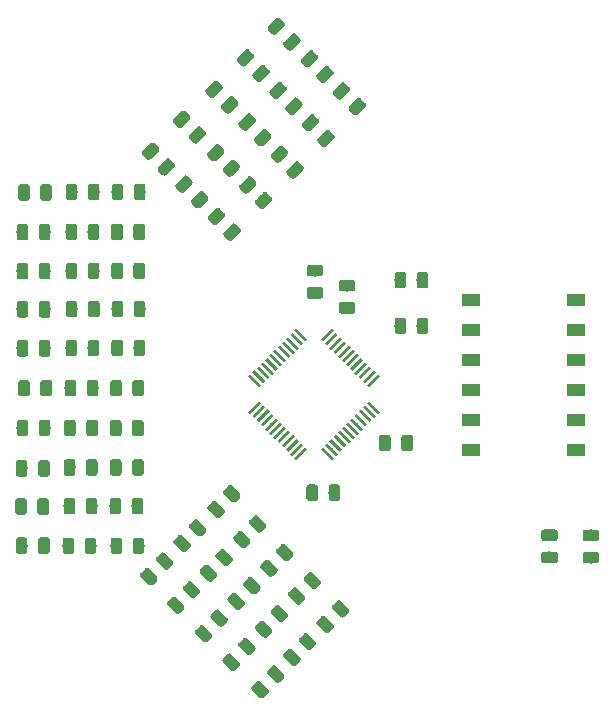
<source format=gbr>
%TF.GenerationSoftware,KiCad,Pcbnew,(5.0.0)*%
%TF.CreationDate,2019-06-08T16:18:31-05:00*%
%TF.ProjectId,BPSTemperature,42505354656D70657261747572652E6B,rev?*%
%TF.SameCoordinates,Original*%
%TF.FileFunction,Paste,Top*%
%TF.FilePolarity,Positive*%
%FSLAX46Y46*%
G04 Gerber Fmt 4.6, Leading zero omitted, Abs format (unit mm)*
G04 Created by KiCad (PCBNEW (5.0.0)) date 06/08/19 16:18:31*
%MOMM*%
%LPD*%
G01*
G04 APERTURE LIST*
%ADD10C,0.100000*%
%ADD11C,0.975000*%
%ADD12R,1.500000X1.100000*%
%ADD13C,0.250000*%
G04 APERTURE END LIST*
D10*
G36*
X99725890Y-76847932D02*
X99749551Y-76851442D01*
X99772755Y-76857254D01*
X99795277Y-76865312D01*
X99816901Y-76875540D01*
X99837418Y-76887837D01*
X99856631Y-76902087D01*
X99874355Y-76918151D01*
X100219070Y-77262866D01*
X100235134Y-77280590D01*
X100249384Y-77299803D01*
X100261681Y-77320320D01*
X100271909Y-77341944D01*
X100279967Y-77364466D01*
X100285779Y-77387670D01*
X100289289Y-77411331D01*
X100290463Y-77435223D01*
X100289289Y-77459115D01*
X100285779Y-77482776D01*
X100279967Y-77505980D01*
X100271909Y-77528502D01*
X100261681Y-77550126D01*
X100249384Y-77570643D01*
X100235134Y-77589856D01*
X100219070Y-77607580D01*
X99573835Y-78252815D01*
X99556111Y-78268879D01*
X99536898Y-78283129D01*
X99516381Y-78295426D01*
X99494757Y-78305654D01*
X99472235Y-78313712D01*
X99449031Y-78319524D01*
X99425370Y-78323034D01*
X99401478Y-78324208D01*
X99377586Y-78323034D01*
X99353925Y-78319524D01*
X99330721Y-78313712D01*
X99308199Y-78305654D01*
X99286575Y-78295426D01*
X99266058Y-78283129D01*
X99246845Y-78268879D01*
X99229121Y-78252815D01*
X98884406Y-77908100D01*
X98868342Y-77890376D01*
X98854092Y-77871163D01*
X98841795Y-77850646D01*
X98831567Y-77829022D01*
X98823509Y-77806500D01*
X98817697Y-77783296D01*
X98814187Y-77759635D01*
X98813013Y-77735743D01*
X98814187Y-77711851D01*
X98817697Y-77688190D01*
X98823509Y-77664986D01*
X98831567Y-77642464D01*
X98841795Y-77620840D01*
X98854092Y-77600323D01*
X98868342Y-77581110D01*
X98884406Y-77563386D01*
X99529641Y-76918151D01*
X99547365Y-76902087D01*
X99566578Y-76887837D01*
X99587095Y-76875540D01*
X99608719Y-76865312D01*
X99631241Y-76857254D01*
X99654445Y-76851442D01*
X99678106Y-76847932D01*
X99701998Y-76846758D01*
X99725890Y-76847932D01*
X99725890Y-76847932D01*
G37*
D11*
X99551738Y-77585483D03*
D10*
G36*
X101051716Y-78173758D02*
X101075377Y-78177268D01*
X101098581Y-78183080D01*
X101121103Y-78191138D01*
X101142727Y-78201366D01*
X101163244Y-78213663D01*
X101182457Y-78227913D01*
X101200181Y-78243977D01*
X101544896Y-78588692D01*
X101560960Y-78606416D01*
X101575210Y-78625629D01*
X101587507Y-78646146D01*
X101597735Y-78667770D01*
X101605793Y-78690292D01*
X101611605Y-78713496D01*
X101615115Y-78737157D01*
X101616289Y-78761049D01*
X101615115Y-78784941D01*
X101611605Y-78808602D01*
X101605793Y-78831806D01*
X101597735Y-78854328D01*
X101587507Y-78875952D01*
X101575210Y-78896469D01*
X101560960Y-78915682D01*
X101544896Y-78933406D01*
X100899661Y-79578641D01*
X100881937Y-79594705D01*
X100862724Y-79608955D01*
X100842207Y-79621252D01*
X100820583Y-79631480D01*
X100798061Y-79639538D01*
X100774857Y-79645350D01*
X100751196Y-79648860D01*
X100727304Y-79650034D01*
X100703412Y-79648860D01*
X100679751Y-79645350D01*
X100656547Y-79639538D01*
X100634025Y-79631480D01*
X100612401Y-79621252D01*
X100591884Y-79608955D01*
X100572671Y-79594705D01*
X100554947Y-79578641D01*
X100210232Y-79233926D01*
X100194168Y-79216202D01*
X100179918Y-79196989D01*
X100167621Y-79176472D01*
X100157393Y-79154848D01*
X100149335Y-79132326D01*
X100143523Y-79109122D01*
X100140013Y-79085461D01*
X100138839Y-79061569D01*
X100140013Y-79037677D01*
X100143523Y-79014016D01*
X100149335Y-78990812D01*
X100157393Y-78968290D01*
X100167621Y-78946666D01*
X100179918Y-78926149D01*
X100194168Y-78906936D01*
X100210232Y-78889212D01*
X100855467Y-78243977D01*
X100873191Y-78227913D01*
X100892404Y-78213663D01*
X100912921Y-78201366D01*
X100934545Y-78191138D01*
X100957067Y-78183080D01*
X100980271Y-78177268D01*
X101003932Y-78173758D01*
X101027824Y-78172584D01*
X101051716Y-78173758D01*
X101051716Y-78173758D01*
G37*
D11*
X100877564Y-78911309D03*
D10*
G36*
X98410647Y-80862271D02*
X98434308Y-80865781D01*
X98457512Y-80871593D01*
X98480034Y-80879651D01*
X98501658Y-80889879D01*
X98522175Y-80902176D01*
X98541388Y-80916426D01*
X98559112Y-80932490D01*
X98903827Y-81277205D01*
X98919891Y-81294929D01*
X98934141Y-81314142D01*
X98946438Y-81334659D01*
X98956666Y-81356283D01*
X98964724Y-81378805D01*
X98970536Y-81402009D01*
X98974046Y-81425670D01*
X98975220Y-81449562D01*
X98974046Y-81473454D01*
X98970536Y-81497115D01*
X98964724Y-81520319D01*
X98956666Y-81542841D01*
X98946438Y-81564465D01*
X98934141Y-81584982D01*
X98919891Y-81604195D01*
X98903827Y-81621919D01*
X98258592Y-82267154D01*
X98240868Y-82283218D01*
X98221655Y-82297468D01*
X98201138Y-82309765D01*
X98179514Y-82319993D01*
X98156992Y-82328051D01*
X98133788Y-82333863D01*
X98110127Y-82337373D01*
X98086235Y-82338547D01*
X98062343Y-82337373D01*
X98038682Y-82333863D01*
X98015478Y-82328051D01*
X97992956Y-82319993D01*
X97971332Y-82309765D01*
X97950815Y-82297468D01*
X97931602Y-82283218D01*
X97913878Y-82267154D01*
X97569163Y-81922439D01*
X97553099Y-81904715D01*
X97538849Y-81885502D01*
X97526552Y-81864985D01*
X97516324Y-81843361D01*
X97508266Y-81820839D01*
X97502454Y-81797635D01*
X97498944Y-81773974D01*
X97497770Y-81750082D01*
X97498944Y-81726190D01*
X97502454Y-81702529D01*
X97508266Y-81679325D01*
X97516324Y-81656803D01*
X97526552Y-81635179D01*
X97538849Y-81614662D01*
X97553099Y-81595449D01*
X97569163Y-81577725D01*
X98214398Y-80932490D01*
X98232122Y-80916426D01*
X98251335Y-80902176D01*
X98271852Y-80889879D01*
X98293476Y-80879651D01*
X98315998Y-80871593D01*
X98339202Y-80865781D01*
X98362863Y-80862271D01*
X98386755Y-80861097D01*
X98410647Y-80862271D01*
X98410647Y-80862271D01*
G37*
D11*
X98236495Y-81599822D03*
D10*
G36*
X97084821Y-79536445D02*
X97108482Y-79539955D01*
X97131686Y-79545767D01*
X97154208Y-79553825D01*
X97175832Y-79564053D01*
X97196349Y-79576350D01*
X97215562Y-79590600D01*
X97233286Y-79606664D01*
X97578001Y-79951379D01*
X97594065Y-79969103D01*
X97608315Y-79988316D01*
X97620612Y-80008833D01*
X97630840Y-80030457D01*
X97638898Y-80052979D01*
X97644710Y-80076183D01*
X97648220Y-80099844D01*
X97649394Y-80123736D01*
X97648220Y-80147628D01*
X97644710Y-80171289D01*
X97638898Y-80194493D01*
X97630840Y-80217015D01*
X97620612Y-80238639D01*
X97608315Y-80259156D01*
X97594065Y-80278369D01*
X97578001Y-80296093D01*
X96932766Y-80941328D01*
X96915042Y-80957392D01*
X96895829Y-80971642D01*
X96875312Y-80983939D01*
X96853688Y-80994167D01*
X96831166Y-81002225D01*
X96807962Y-81008037D01*
X96784301Y-81011547D01*
X96760409Y-81012721D01*
X96736517Y-81011547D01*
X96712856Y-81008037D01*
X96689652Y-81002225D01*
X96667130Y-80994167D01*
X96645506Y-80983939D01*
X96624989Y-80971642D01*
X96605776Y-80957392D01*
X96588052Y-80941328D01*
X96243337Y-80596613D01*
X96227273Y-80578889D01*
X96213023Y-80559676D01*
X96200726Y-80539159D01*
X96190498Y-80517535D01*
X96182440Y-80495013D01*
X96176628Y-80471809D01*
X96173118Y-80448148D01*
X96171944Y-80424256D01*
X96173118Y-80400364D01*
X96176628Y-80376703D01*
X96182440Y-80353499D01*
X96190498Y-80330977D01*
X96200726Y-80309353D01*
X96213023Y-80288836D01*
X96227273Y-80269623D01*
X96243337Y-80251899D01*
X96888572Y-79606664D01*
X96906296Y-79590600D01*
X96925509Y-79576350D01*
X96946026Y-79564053D01*
X96967650Y-79553825D01*
X96990172Y-79545767D01*
X97013376Y-79539955D01*
X97037037Y-79536445D01*
X97060929Y-79535271D01*
X97084821Y-79536445D01*
X97084821Y-79536445D01*
G37*
D11*
X96910669Y-80273996D03*
D10*
G36*
X94451880Y-82207926D02*
X94475541Y-82211436D01*
X94498745Y-82217248D01*
X94521267Y-82225306D01*
X94542891Y-82235534D01*
X94563408Y-82247831D01*
X94582621Y-82262081D01*
X94600345Y-82278145D01*
X94945060Y-82622860D01*
X94961124Y-82640584D01*
X94975374Y-82659797D01*
X94987671Y-82680314D01*
X94997899Y-82701938D01*
X95005957Y-82724460D01*
X95011769Y-82747664D01*
X95015279Y-82771325D01*
X95016453Y-82795217D01*
X95015279Y-82819109D01*
X95011769Y-82842770D01*
X95005957Y-82865974D01*
X94997899Y-82888496D01*
X94987671Y-82910120D01*
X94975374Y-82930637D01*
X94961124Y-82949850D01*
X94945060Y-82967574D01*
X94299825Y-83612809D01*
X94282101Y-83628873D01*
X94262888Y-83643123D01*
X94242371Y-83655420D01*
X94220747Y-83665648D01*
X94198225Y-83673706D01*
X94175021Y-83679518D01*
X94151360Y-83683028D01*
X94127468Y-83684202D01*
X94103576Y-83683028D01*
X94079915Y-83679518D01*
X94056711Y-83673706D01*
X94034189Y-83665648D01*
X94012565Y-83655420D01*
X93992048Y-83643123D01*
X93972835Y-83628873D01*
X93955111Y-83612809D01*
X93610396Y-83268094D01*
X93594332Y-83250370D01*
X93580082Y-83231157D01*
X93567785Y-83210640D01*
X93557557Y-83189016D01*
X93549499Y-83166494D01*
X93543687Y-83143290D01*
X93540177Y-83119629D01*
X93539003Y-83095737D01*
X93540177Y-83071845D01*
X93543687Y-83048184D01*
X93549499Y-83024980D01*
X93557557Y-83002458D01*
X93567785Y-82980834D01*
X93580082Y-82960317D01*
X93594332Y-82941104D01*
X93610396Y-82923380D01*
X94255631Y-82278145D01*
X94273355Y-82262081D01*
X94292568Y-82247831D01*
X94313085Y-82235534D01*
X94334709Y-82225306D01*
X94357231Y-82217248D01*
X94380435Y-82211436D01*
X94404096Y-82207926D01*
X94427988Y-82206752D01*
X94451880Y-82207926D01*
X94451880Y-82207926D01*
G37*
D11*
X94277728Y-82945477D03*
D10*
G36*
X95777706Y-83533752D02*
X95801367Y-83537262D01*
X95824571Y-83543074D01*
X95847093Y-83551132D01*
X95868717Y-83561360D01*
X95889234Y-83573657D01*
X95908447Y-83587907D01*
X95926171Y-83603971D01*
X96270886Y-83948686D01*
X96286950Y-83966410D01*
X96301200Y-83985623D01*
X96313497Y-84006140D01*
X96323725Y-84027764D01*
X96331783Y-84050286D01*
X96337595Y-84073490D01*
X96341105Y-84097151D01*
X96342279Y-84121043D01*
X96341105Y-84144935D01*
X96337595Y-84168596D01*
X96331783Y-84191800D01*
X96323725Y-84214322D01*
X96313497Y-84235946D01*
X96301200Y-84256463D01*
X96286950Y-84275676D01*
X96270886Y-84293400D01*
X95625651Y-84938635D01*
X95607927Y-84954699D01*
X95588714Y-84968949D01*
X95568197Y-84981246D01*
X95546573Y-84991474D01*
X95524051Y-84999532D01*
X95500847Y-85005344D01*
X95477186Y-85008854D01*
X95453294Y-85010028D01*
X95429402Y-85008854D01*
X95405741Y-85005344D01*
X95382537Y-84999532D01*
X95360015Y-84991474D01*
X95338391Y-84981246D01*
X95317874Y-84968949D01*
X95298661Y-84954699D01*
X95280937Y-84938635D01*
X94936222Y-84593920D01*
X94920158Y-84576196D01*
X94905908Y-84556983D01*
X94893611Y-84536466D01*
X94883383Y-84514842D01*
X94875325Y-84492320D01*
X94869513Y-84469116D01*
X94866003Y-84445455D01*
X94864829Y-84421563D01*
X94866003Y-84397671D01*
X94869513Y-84374010D01*
X94875325Y-84350806D01*
X94883383Y-84328284D01*
X94893611Y-84306660D01*
X94905908Y-84286143D01*
X94920158Y-84266930D01*
X94936222Y-84249206D01*
X95581457Y-83603971D01*
X95599181Y-83587907D01*
X95618394Y-83573657D01*
X95638911Y-83561360D01*
X95660535Y-83551132D01*
X95683057Y-83543074D01*
X95706261Y-83537262D01*
X95729922Y-83533752D01*
X95753814Y-83532578D01*
X95777706Y-83533752D01*
X95777706Y-83533752D01*
G37*
D11*
X95603554Y-84271303D03*
D10*
G36*
X93105775Y-86115275D02*
X93129436Y-86118785D01*
X93152640Y-86124597D01*
X93175162Y-86132655D01*
X93196786Y-86142883D01*
X93217303Y-86155180D01*
X93236516Y-86169430D01*
X93254240Y-86185494D01*
X93598955Y-86530209D01*
X93615019Y-86547933D01*
X93629269Y-86567146D01*
X93641566Y-86587663D01*
X93651794Y-86609287D01*
X93659852Y-86631809D01*
X93665664Y-86655013D01*
X93669174Y-86678674D01*
X93670348Y-86702566D01*
X93669174Y-86726458D01*
X93665664Y-86750119D01*
X93659852Y-86773323D01*
X93651794Y-86795845D01*
X93641566Y-86817469D01*
X93629269Y-86837986D01*
X93615019Y-86857199D01*
X93598955Y-86874923D01*
X92953720Y-87520158D01*
X92935996Y-87536222D01*
X92916783Y-87550472D01*
X92896266Y-87562769D01*
X92874642Y-87572997D01*
X92852120Y-87581055D01*
X92828916Y-87586867D01*
X92805255Y-87590377D01*
X92781363Y-87591551D01*
X92757471Y-87590377D01*
X92733810Y-87586867D01*
X92710606Y-87581055D01*
X92688084Y-87572997D01*
X92666460Y-87562769D01*
X92645943Y-87550472D01*
X92626730Y-87536222D01*
X92609006Y-87520158D01*
X92264291Y-87175443D01*
X92248227Y-87157719D01*
X92233977Y-87138506D01*
X92221680Y-87117989D01*
X92211452Y-87096365D01*
X92203394Y-87073843D01*
X92197582Y-87050639D01*
X92194072Y-87026978D01*
X92192898Y-87003086D01*
X92194072Y-86979194D01*
X92197582Y-86955533D01*
X92203394Y-86932329D01*
X92211452Y-86909807D01*
X92221680Y-86888183D01*
X92233977Y-86867666D01*
X92248227Y-86848453D01*
X92264291Y-86830729D01*
X92909526Y-86185494D01*
X92927250Y-86169430D01*
X92946463Y-86155180D01*
X92966980Y-86142883D01*
X92988604Y-86132655D01*
X93011126Y-86124597D01*
X93034330Y-86118785D01*
X93057991Y-86115275D01*
X93081883Y-86114101D01*
X93105775Y-86115275D01*
X93105775Y-86115275D01*
G37*
D11*
X92931623Y-86852826D03*
D10*
G36*
X91779949Y-84789449D02*
X91803610Y-84792959D01*
X91826814Y-84798771D01*
X91849336Y-84806829D01*
X91870960Y-84817057D01*
X91891477Y-84829354D01*
X91910690Y-84843604D01*
X91928414Y-84859668D01*
X92273129Y-85204383D01*
X92289193Y-85222107D01*
X92303443Y-85241320D01*
X92315740Y-85261837D01*
X92325968Y-85283461D01*
X92334026Y-85305983D01*
X92339838Y-85329187D01*
X92343348Y-85352848D01*
X92344522Y-85376740D01*
X92343348Y-85400632D01*
X92339838Y-85424293D01*
X92334026Y-85447497D01*
X92325968Y-85470019D01*
X92315740Y-85491643D01*
X92303443Y-85512160D01*
X92289193Y-85531373D01*
X92273129Y-85549097D01*
X91627894Y-86194332D01*
X91610170Y-86210396D01*
X91590957Y-86224646D01*
X91570440Y-86236943D01*
X91548816Y-86247171D01*
X91526294Y-86255229D01*
X91503090Y-86261041D01*
X91479429Y-86264551D01*
X91455537Y-86265725D01*
X91431645Y-86264551D01*
X91407984Y-86261041D01*
X91384780Y-86255229D01*
X91362258Y-86247171D01*
X91340634Y-86236943D01*
X91320117Y-86224646D01*
X91300904Y-86210396D01*
X91283180Y-86194332D01*
X90938465Y-85849617D01*
X90922401Y-85831893D01*
X90908151Y-85812680D01*
X90895854Y-85792163D01*
X90885626Y-85770539D01*
X90877568Y-85748017D01*
X90871756Y-85724813D01*
X90868246Y-85701152D01*
X90867072Y-85677260D01*
X90868246Y-85653368D01*
X90871756Y-85629707D01*
X90877568Y-85606503D01*
X90885626Y-85583981D01*
X90895854Y-85562357D01*
X90908151Y-85541840D01*
X90922401Y-85522627D01*
X90938465Y-85504903D01*
X91583700Y-84859668D01*
X91601424Y-84843604D01*
X91620637Y-84829354D01*
X91641154Y-84817057D01*
X91662778Y-84806829D01*
X91685300Y-84798771D01*
X91708504Y-84792959D01*
X91732165Y-84789449D01*
X91756057Y-84788275D01*
X91779949Y-84789449D01*
X91779949Y-84789449D01*
G37*
D11*
X91605797Y-85527000D03*
D10*
G36*
X89119630Y-87472176D02*
X89143291Y-87475686D01*
X89166495Y-87481498D01*
X89189017Y-87489556D01*
X89210641Y-87499784D01*
X89231158Y-87512081D01*
X89250371Y-87526331D01*
X89268095Y-87542395D01*
X89612810Y-87887110D01*
X89628874Y-87904834D01*
X89643124Y-87924047D01*
X89655421Y-87944564D01*
X89665649Y-87966188D01*
X89673707Y-87988710D01*
X89679519Y-88011914D01*
X89683029Y-88035575D01*
X89684203Y-88059467D01*
X89683029Y-88083359D01*
X89679519Y-88107020D01*
X89673707Y-88130224D01*
X89665649Y-88152746D01*
X89655421Y-88174370D01*
X89643124Y-88194887D01*
X89628874Y-88214100D01*
X89612810Y-88231824D01*
X88967575Y-88877059D01*
X88949851Y-88893123D01*
X88930638Y-88907373D01*
X88910121Y-88919670D01*
X88888497Y-88929898D01*
X88865975Y-88937956D01*
X88842771Y-88943768D01*
X88819110Y-88947278D01*
X88795218Y-88948452D01*
X88771326Y-88947278D01*
X88747665Y-88943768D01*
X88724461Y-88937956D01*
X88701939Y-88929898D01*
X88680315Y-88919670D01*
X88659798Y-88907373D01*
X88640585Y-88893123D01*
X88622861Y-88877059D01*
X88278146Y-88532344D01*
X88262082Y-88514620D01*
X88247832Y-88495407D01*
X88235535Y-88474890D01*
X88225307Y-88453266D01*
X88217249Y-88430744D01*
X88211437Y-88407540D01*
X88207927Y-88383879D01*
X88206753Y-88359987D01*
X88207927Y-88336095D01*
X88211437Y-88312434D01*
X88217249Y-88289230D01*
X88225307Y-88266708D01*
X88235535Y-88245084D01*
X88247832Y-88224567D01*
X88262082Y-88205354D01*
X88278146Y-88187630D01*
X88923381Y-87542395D01*
X88941105Y-87526331D01*
X88960318Y-87512081D01*
X88980835Y-87499784D01*
X89002459Y-87489556D01*
X89024981Y-87481498D01*
X89048185Y-87475686D01*
X89071846Y-87472176D01*
X89095738Y-87471002D01*
X89119630Y-87472176D01*
X89119630Y-87472176D01*
G37*
D11*
X88945478Y-88209727D03*
D10*
G36*
X90445456Y-88798002D02*
X90469117Y-88801512D01*
X90492321Y-88807324D01*
X90514843Y-88815382D01*
X90536467Y-88825610D01*
X90556984Y-88837907D01*
X90576197Y-88852157D01*
X90593921Y-88868221D01*
X90938636Y-89212936D01*
X90954700Y-89230660D01*
X90968950Y-89249873D01*
X90981247Y-89270390D01*
X90991475Y-89292014D01*
X90999533Y-89314536D01*
X91005345Y-89337740D01*
X91008855Y-89361401D01*
X91010029Y-89385293D01*
X91008855Y-89409185D01*
X91005345Y-89432846D01*
X90999533Y-89456050D01*
X90991475Y-89478572D01*
X90981247Y-89500196D01*
X90968950Y-89520713D01*
X90954700Y-89539926D01*
X90938636Y-89557650D01*
X90293401Y-90202885D01*
X90275677Y-90218949D01*
X90256464Y-90233199D01*
X90235947Y-90245496D01*
X90214323Y-90255724D01*
X90191801Y-90263782D01*
X90168597Y-90269594D01*
X90144936Y-90273104D01*
X90121044Y-90274278D01*
X90097152Y-90273104D01*
X90073491Y-90269594D01*
X90050287Y-90263782D01*
X90027765Y-90255724D01*
X90006141Y-90245496D01*
X89985624Y-90233199D01*
X89966411Y-90218949D01*
X89948687Y-90202885D01*
X89603972Y-89858170D01*
X89587908Y-89840446D01*
X89573658Y-89821233D01*
X89561361Y-89800716D01*
X89551133Y-89779092D01*
X89543075Y-89756570D01*
X89537263Y-89733366D01*
X89533753Y-89709705D01*
X89532579Y-89685813D01*
X89533753Y-89661921D01*
X89537263Y-89638260D01*
X89543075Y-89615056D01*
X89551133Y-89592534D01*
X89561361Y-89570910D01*
X89573658Y-89550393D01*
X89587908Y-89531180D01*
X89603972Y-89513456D01*
X90249207Y-88868221D01*
X90266931Y-88852157D01*
X90286144Y-88837907D01*
X90306661Y-88825610D01*
X90328285Y-88815382D01*
X90350807Y-88807324D01*
X90374011Y-88801512D01*
X90397672Y-88798002D01*
X90421564Y-88796828D01*
X90445456Y-88798002D01*
X90445456Y-88798002D01*
G37*
D11*
X90271304Y-89535553D03*
D10*
G36*
X82717705Y-85429089D02*
X82741366Y-85432599D01*
X82764570Y-85438411D01*
X82787092Y-85446469D01*
X82808716Y-85456697D01*
X82829233Y-85468994D01*
X82848446Y-85483244D01*
X82866170Y-85499308D01*
X82882234Y-85517032D01*
X82896484Y-85536245D01*
X82908781Y-85556762D01*
X82919009Y-85578386D01*
X82927067Y-85600908D01*
X82932879Y-85624112D01*
X82936389Y-85647773D01*
X82937563Y-85671665D01*
X82937563Y-86584165D01*
X82936389Y-86608057D01*
X82932879Y-86631718D01*
X82927067Y-86654922D01*
X82919009Y-86677444D01*
X82908781Y-86699068D01*
X82896484Y-86719585D01*
X82882234Y-86738798D01*
X82866170Y-86756522D01*
X82848446Y-86772586D01*
X82829233Y-86786836D01*
X82808716Y-86799133D01*
X82787092Y-86809361D01*
X82764570Y-86817419D01*
X82741366Y-86823231D01*
X82717705Y-86826741D01*
X82693813Y-86827915D01*
X82206313Y-86827915D01*
X82182421Y-86826741D01*
X82158760Y-86823231D01*
X82135556Y-86817419D01*
X82113034Y-86809361D01*
X82091410Y-86799133D01*
X82070893Y-86786836D01*
X82051680Y-86772586D01*
X82033956Y-86756522D01*
X82017892Y-86738798D01*
X82003642Y-86719585D01*
X81991345Y-86699068D01*
X81981117Y-86677444D01*
X81973059Y-86654922D01*
X81967247Y-86631718D01*
X81963737Y-86608057D01*
X81962563Y-86584165D01*
X81962563Y-85671665D01*
X81963737Y-85647773D01*
X81967247Y-85624112D01*
X81973059Y-85600908D01*
X81981117Y-85578386D01*
X81991345Y-85556762D01*
X82003642Y-85536245D01*
X82017892Y-85517032D01*
X82033956Y-85499308D01*
X82051680Y-85483244D01*
X82070893Y-85468994D01*
X82091410Y-85456697D01*
X82113034Y-85446469D01*
X82135556Y-85438411D01*
X82158760Y-85432599D01*
X82182421Y-85429089D01*
X82206313Y-85427915D01*
X82693813Y-85427915D01*
X82717705Y-85429089D01*
X82717705Y-85429089D01*
G37*
D11*
X82450063Y-86127915D03*
D10*
G36*
X80842705Y-85429089D02*
X80866366Y-85432599D01*
X80889570Y-85438411D01*
X80912092Y-85446469D01*
X80933716Y-85456697D01*
X80954233Y-85468994D01*
X80973446Y-85483244D01*
X80991170Y-85499308D01*
X81007234Y-85517032D01*
X81021484Y-85536245D01*
X81033781Y-85556762D01*
X81044009Y-85578386D01*
X81052067Y-85600908D01*
X81057879Y-85624112D01*
X81061389Y-85647773D01*
X81062563Y-85671665D01*
X81062563Y-86584165D01*
X81061389Y-86608057D01*
X81057879Y-86631718D01*
X81052067Y-86654922D01*
X81044009Y-86677444D01*
X81033781Y-86699068D01*
X81021484Y-86719585D01*
X81007234Y-86738798D01*
X80991170Y-86756522D01*
X80973446Y-86772586D01*
X80954233Y-86786836D01*
X80933716Y-86799133D01*
X80912092Y-86809361D01*
X80889570Y-86817419D01*
X80866366Y-86823231D01*
X80842705Y-86826741D01*
X80818813Y-86827915D01*
X80331313Y-86827915D01*
X80307421Y-86826741D01*
X80283760Y-86823231D01*
X80260556Y-86817419D01*
X80238034Y-86809361D01*
X80216410Y-86799133D01*
X80195893Y-86786836D01*
X80176680Y-86772586D01*
X80158956Y-86756522D01*
X80142892Y-86738798D01*
X80128642Y-86719585D01*
X80116345Y-86699068D01*
X80106117Y-86677444D01*
X80098059Y-86654922D01*
X80092247Y-86631718D01*
X80088737Y-86608057D01*
X80087563Y-86584165D01*
X80087563Y-85671665D01*
X80088737Y-85647773D01*
X80092247Y-85624112D01*
X80098059Y-85600908D01*
X80106117Y-85578386D01*
X80116345Y-85556762D01*
X80128642Y-85536245D01*
X80142892Y-85517032D01*
X80158956Y-85499308D01*
X80176680Y-85483244D01*
X80195893Y-85468994D01*
X80216410Y-85456697D01*
X80238034Y-85446469D01*
X80260556Y-85438411D01*
X80283760Y-85432599D01*
X80307421Y-85429089D01*
X80331313Y-85427915D01*
X80818813Y-85427915D01*
X80842705Y-85429089D01*
X80842705Y-85429089D01*
G37*
D11*
X80575063Y-86127915D03*
D10*
G36*
X80805440Y-88813305D02*
X80829101Y-88816815D01*
X80852305Y-88822627D01*
X80874827Y-88830685D01*
X80896451Y-88840913D01*
X80916968Y-88853210D01*
X80936181Y-88867460D01*
X80953905Y-88883524D01*
X80969969Y-88901248D01*
X80984219Y-88920461D01*
X80996516Y-88940978D01*
X81006744Y-88962602D01*
X81014802Y-88985124D01*
X81020614Y-89008328D01*
X81024124Y-89031989D01*
X81025298Y-89055881D01*
X81025298Y-89968381D01*
X81024124Y-89992273D01*
X81020614Y-90015934D01*
X81014802Y-90039138D01*
X81006744Y-90061660D01*
X80996516Y-90083284D01*
X80984219Y-90103801D01*
X80969969Y-90123014D01*
X80953905Y-90140738D01*
X80936181Y-90156802D01*
X80916968Y-90171052D01*
X80896451Y-90183349D01*
X80874827Y-90193577D01*
X80852305Y-90201635D01*
X80829101Y-90207447D01*
X80805440Y-90210957D01*
X80781548Y-90212131D01*
X80294048Y-90212131D01*
X80270156Y-90210957D01*
X80246495Y-90207447D01*
X80223291Y-90201635D01*
X80200769Y-90193577D01*
X80179145Y-90183349D01*
X80158628Y-90171052D01*
X80139415Y-90156802D01*
X80121691Y-90140738D01*
X80105627Y-90123014D01*
X80091377Y-90103801D01*
X80079080Y-90083284D01*
X80068852Y-90061660D01*
X80060794Y-90039138D01*
X80054982Y-90015934D01*
X80051472Y-89992273D01*
X80050298Y-89968381D01*
X80050298Y-89055881D01*
X80051472Y-89031989D01*
X80054982Y-89008328D01*
X80060794Y-88985124D01*
X80068852Y-88962602D01*
X80079080Y-88940978D01*
X80091377Y-88920461D01*
X80105627Y-88901248D01*
X80121691Y-88883524D01*
X80139415Y-88867460D01*
X80158628Y-88853210D01*
X80179145Y-88840913D01*
X80200769Y-88830685D01*
X80223291Y-88822627D01*
X80246495Y-88816815D01*
X80270156Y-88813305D01*
X80294048Y-88812131D01*
X80781548Y-88812131D01*
X80805440Y-88813305D01*
X80805440Y-88813305D01*
G37*
D11*
X80537798Y-89512131D03*
D10*
G36*
X82680440Y-88813305D02*
X82704101Y-88816815D01*
X82727305Y-88822627D01*
X82749827Y-88830685D01*
X82771451Y-88840913D01*
X82791968Y-88853210D01*
X82811181Y-88867460D01*
X82828905Y-88883524D01*
X82844969Y-88901248D01*
X82859219Y-88920461D01*
X82871516Y-88940978D01*
X82881744Y-88962602D01*
X82889802Y-88985124D01*
X82895614Y-89008328D01*
X82899124Y-89031989D01*
X82900298Y-89055881D01*
X82900298Y-89968381D01*
X82899124Y-89992273D01*
X82895614Y-90015934D01*
X82889802Y-90039138D01*
X82881744Y-90061660D01*
X82871516Y-90083284D01*
X82859219Y-90103801D01*
X82844969Y-90123014D01*
X82828905Y-90140738D01*
X82811181Y-90156802D01*
X82791968Y-90171052D01*
X82771451Y-90183349D01*
X82749827Y-90193577D01*
X82727305Y-90201635D01*
X82704101Y-90207447D01*
X82680440Y-90210957D01*
X82656548Y-90212131D01*
X82169048Y-90212131D01*
X82145156Y-90210957D01*
X82121495Y-90207447D01*
X82098291Y-90201635D01*
X82075769Y-90193577D01*
X82054145Y-90183349D01*
X82033628Y-90171052D01*
X82014415Y-90156802D01*
X81996691Y-90140738D01*
X81980627Y-90123014D01*
X81966377Y-90103801D01*
X81954080Y-90083284D01*
X81943852Y-90061660D01*
X81935794Y-90039138D01*
X81929982Y-90015934D01*
X81926472Y-89992273D01*
X81925298Y-89968381D01*
X81925298Y-89055881D01*
X81926472Y-89031989D01*
X81929982Y-89008328D01*
X81935794Y-88985124D01*
X81943852Y-88962602D01*
X81954080Y-88940978D01*
X81966377Y-88920461D01*
X81980627Y-88901248D01*
X81996691Y-88883524D01*
X82014415Y-88867460D01*
X82033628Y-88853210D01*
X82054145Y-88840913D01*
X82075769Y-88830685D01*
X82098291Y-88822627D01*
X82121495Y-88816815D01*
X82145156Y-88813305D01*
X82169048Y-88812131D01*
X82656548Y-88812131D01*
X82680440Y-88813305D01*
X82680440Y-88813305D01*
G37*
D11*
X82412798Y-89512131D03*
D10*
G36*
X82682445Y-92111119D02*
X82706106Y-92114629D01*
X82729310Y-92120441D01*
X82751832Y-92128499D01*
X82773456Y-92138727D01*
X82793973Y-92151024D01*
X82813186Y-92165274D01*
X82830910Y-92181338D01*
X82846974Y-92199062D01*
X82861224Y-92218275D01*
X82873521Y-92238792D01*
X82883749Y-92260416D01*
X82891807Y-92282938D01*
X82897619Y-92306142D01*
X82901129Y-92329803D01*
X82902303Y-92353695D01*
X82902303Y-93266195D01*
X82901129Y-93290087D01*
X82897619Y-93313748D01*
X82891807Y-93336952D01*
X82883749Y-93359474D01*
X82873521Y-93381098D01*
X82861224Y-93401615D01*
X82846974Y-93420828D01*
X82830910Y-93438552D01*
X82813186Y-93454616D01*
X82793973Y-93468866D01*
X82773456Y-93481163D01*
X82751832Y-93491391D01*
X82729310Y-93499449D01*
X82706106Y-93505261D01*
X82682445Y-93508771D01*
X82658553Y-93509945D01*
X82171053Y-93509945D01*
X82147161Y-93508771D01*
X82123500Y-93505261D01*
X82100296Y-93499449D01*
X82077774Y-93491391D01*
X82056150Y-93481163D01*
X82035633Y-93468866D01*
X82016420Y-93454616D01*
X81998696Y-93438552D01*
X81982632Y-93420828D01*
X81968382Y-93401615D01*
X81956085Y-93381098D01*
X81945857Y-93359474D01*
X81937799Y-93336952D01*
X81931987Y-93313748D01*
X81928477Y-93290087D01*
X81927303Y-93266195D01*
X81927303Y-92353695D01*
X81928477Y-92329803D01*
X81931987Y-92306142D01*
X81937799Y-92282938D01*
X81945857Y-92260416D01*
X81956085Y-92238792D01*
X81968382Y-92218275D01*
X81982632Y-92199062D01*
X81998696Y-92181338D01*
X82016420Y-92165274D01*
X82035633Y-92151024D01*
X82056150Y-92138727D01*
X82077774Y-92128499D01*
X82100296Y-92120441D01*
X82123500Y-92114629D01*
X82147161Y-92111119D01*
X82171053Y-92109945D01*
X82658553Y-92109945D01*
X82682445Y-92111119D01*
X82682445Y-92111119D01*
G37*
D11*
X82414803Y-92809945D03*
D10*
G36*
X80807445Y-92111119D02*
X80831106Y-92114629D01*
X80854310Y-92120441D01*
X80876832Y-92128499D01*
X80898456Y-92138727D01*
X80918973Y-92151024D01*
X80938186Y-92165274D01*
X80955910Y-92181338D01*
X80971974Y-92199062D01*
X80986224Y-92218275D01*
X80998521Y-92238792D01*
X81008749Y-92260416D01*
X81016807Y-92282938D01*
X81022619Y-92306142D01*
X81026129Y-92329803D01*
X81027303Y-92353695D01*
X81027303Y-93266195D01*
X81026129Y-93290087D01*
X81022619Y-93313748D01*
X81016807Y-93336952D01*
X81008749Y-93359474D01*
X80998521Y-93381098D01*
X80986224Y-93401615D01*
X80971974Y-93420828D01*
X80955910Y-93438552D01*
X80938186Y-93454616D01*
X80918973Y-93468866D01*
X80898456Y-93481163D01*
X80876832Y-93491391D01*
X80854310Y-93499449D01*
X80831106Y-93505261D01*
X80807445Y-93508771D01*
X80783553Y-93509945D01*
X80296053Y-93509945D01*
X80272161Y-93508771D01*
X80248500Y-93505261D01*
X80225296Y-93499449D01*
X80202774Y-93491391D01*
X80181150Y-93481163D01*
X80160633Y-93468866D01*
X80141420Y-93454616D01*
X80123696Y-93438552D01*
X80107632Y-93420828D01*
X80093382Y-93401615D01*
X80081085Y-93381098D01*
X80070857Y-93359474D01*
X80062799Y-93336952D01*
X80056987Y-93313748D01*
X80053477Y-93290087D01*
X80052303Y-93266195D01*
X80052303Y-92353695D01*
X80053477Y-92329803D01*
X80056987Y-92306142D01*
X80062799Y-92282938D01*
X80070857Y-92260416D01*
X80081085Y-92238792D01*
X80093382Y-92218275D01*
X80107632Y-92199062D01*
X80123696Y-92181338D01*
X80141420Y-92165274D01*
X80160633Y-92151024D01*
X80181150Y-92138727D01*
X80202774Y-92128499D01*
X80225296Y-92120441D01*
X80248500Y-92114629D01*
X80272161Y-92111119D01*
X80296053Y-92109945D01*
X80783553Y-92109945D01*
X80807445Y-92111119D01*
X80807445Y-92111119D01*
G37*
D11*
X80539803Y-92809945D03*
D10*
G36*
X80843126Y-95348763D02*
X80866787Y-95352273D01*
X80889991Y-95358085D01*
X80912513Y-95366143D01*
X80934137Y-95376371D01*
X80954654Y-95388668D01*
X80973867Y-95402918D01*
X80991591Y-95418982D01*
X81007655Y-95436706D01*
X81021905Y-95455919D01*
X81034202Y-95476436D01*
X81044430Y-95498060D01*
X81052488Y-95520582D01*
X81058300Y-95543786D01*
X81061810Y-95567447D01*
X81062984Y-95591339D01*
X81062984Y-96503839D01*
X81061810Y-96527731D01*
X81058300Y-96551392D01*
X81052488Y-96574596D01*
X81044430Y-96597118D01*
X81034202Y-96618742D01*
X81021905Y-96639259D01*
X81007655Y-96658472D01*
X80991591Y-96676196D01*
X80973867Y-96692260D01*
X80954654Y-96706510D01*
X80934137Y-96718807D01*
X80912513Y-96729035D01*
X80889991Y-96737093D01*
X80866787Y-96742905D01*
X80843126Y-96746415D01*
X80819234Y-96747589D01*
X80331734Y-96747589D01*
X80307842Y-96746415D01*
X80284181Y-96742905D01*
X80260977Y-96737093D01*
X80238455Y-96729035D01*
X80216831Y-96718807D01*
X80196314Y-96706510D01*
X80177101Y-96692260D01*
X80159377Y-96676196D01*
X80143313Y-96658472D01*
X80129063Y-96639259D01*
X80116766Y-96618742D01*
X80106538Y-96597118D01*
X80098480Y-96574596D01*
X80092668Y-96551392D01*
X80089158Y-96527731D01*
X80087984Y-96503839D01*
X80087984Y-95591339D01*
X80089158Y-95567447D01*
X80092668Y-95543786D01*
X80098480Y-95520582D01*
X80106538Y-95498060D01*
X80116766Y-95476436D01*
X80129063Y-95455919D01*
X80143313Y-95436706D01*
X80159377Y-95418982D01*
X80177101Y-95402918D01*
X80196314Y-95388668D01*
X80216831Y-95376371D01*
X80238455Y-95366143D01*
X80260977Y-95358085D01*
X80284181Y-95352273D01*
X80307842Y-95348763D01*
X80331734Y-95347589D01*
X80819234Y-95347589D01*
X80843126Y-95348763D01*
X80843126Y-95348763D01*
G37*
D11*
X80575484Y-96047589D03*
D10*
G36*
X82718126Y-95348763D02*
X82741787Y-95352273D01*
X82764991Y-95358085D01*
X82787513Y-95366143D01*
X82809137Y-95376371D01*
X82829654Y-95388668D01*
X82848867Y-95402918D01*
X82866591Y-95418982D01*
X82882655Y-95436706D01*
X82896905Y-95455919D01*
X82909202Y-95476436D01*
X82919430Y-95498060D01*
X82927488Y-95520582D01*
X82933300Y-95543786D01*
X82936810Y-95567447D01*
X82937984Y-95591339D01*
X82937984Y-96503839D01*
X82936810Y-96527731D01*
X82933300Y-96551392D01*
X82927488Y-96574596D01*
X82919430Y-96597118D01*
X82909202Y-96618742D01*
X82896905Y-96639259D01*
X82882655Y-96658472D01*
X82866591Y-96676196D01*
X82848867Y-96692260D01*
X82829654Y-96706510D01*
X82809137Y-96718807D01*
X82787513Y-96729035D01*
X82764991Y-96737093D01*
X82741787Y-96742905D01*
X82718126Y-96746415D01*
X82694234Y-96747589D01*
X82206734Y-96747589D01*
X82182842Y-96746415D01*
X82159181Y-96742905D01*
X82135977Y-96737093D01*
X82113455Y-96729035D01*
X82091831Y-96718807D01*
X82071314Y-96706510D01*
X82052101Y-96692260D01*
X82034377Y-96676196D01*
X82018313Y-96658472D01*
X82004063Y-96639259D01*
X81991766Y-96618742D01*
X81981538Y-96597118D01*
X81973480Y-96574596D01*
X81967668Y-96551392D01*
X81964158Y-96527731D01*
X81962984Y-96503839D01*
X81962984Y-95591339D01*
X81964158Y-95567447D01*
X81967668Y-95543786D01*
X81973480Y-95520582D01*
X81981538Y-95498060D01*
X81991766Y-95476436D01*
X82004063Y-95455919D01*
X82018313Y-95436706D01*
X82034377Y-95418982D01*
X82052101Y-95402918D01*
X82071314Y-95388668D01*
X82091831Y-95376371D01*
X82113455Y-95366143D01*
X82135977Y-95358085D01*
X82159181Y-95352273D01*
X82182842Y-95348763D01*
X82206734Y-95347589D01*
X82694234Y-95347589D01*
X82718126Y-95348763D01*
X82718126Y-95348763D01*
G37*
D11*
X82450484Y-96047589D03*
D10*
G36*
X82693034Y-98651598D02*
X82716695Y-98655108D01*
X82739899Y-98660920D01*
X82762421Y-98668978D01*
X82784045Y-98679206D01*
X82804562Y-98691503D01*
X82823775Y-98705753D01*
X82841499Y-98721817D01*
X82857563Y-98739541D01*
X82871813Y-98758754D01*
X82884110Y-98779271D01*
X82894338Y-98800895D01*
X82902396Y-98823417D01*
X82908208Y-98846621D01*
X82911718Y-98870282D01*
X82912892Y-98894174D01*
X82912892Y-99806674D01*
X82911718Y-99830566D01*
X82908208Y-99854227D01*
X82902396Y-99877431D01*
X82894338Y-99899953D01*
X82884110Y-99921577D01*
X82871813Y-99942094D01*
X82857563Y-99961307D01*
X82841499Y-99979031D01*
X82823775Y-99995095D01*
X82804562Y-100009345D01*
X82784045Y-100021642D01*
X82762421Y-100031870D01*
X82739899Y-100039928D01*
X82716695Y-100045740D01*
X82693034Y-100049250D01*
X82669142Y-100050424D01*
X82181642Y-100050424D01*
X82157750Y-100049250D01*
X82134089Y-100045740D01*
X82110885Y-100039928D01*
X82088363Y-100031870D01*
X82066739Y-100021642D01*
X82046222Y-100009345D01*
X82027009Y-99995095D01*
X82009285Y-99979031D01*
X81993221Y-99961307D01*
X81978971Y-99942094D01*
X81966674Y-99921577D01*
X81956446Y-99899953D01*
X81948388Y-99877431D01*
X81942576Y-99854227D01*
X81939066Y-99830566D01*
X81937892Y-99806674D01*
X81937892Y-98894174D01*
X81939066Y-98870282D01*
X81942576Y-98846621D01*
X81948388Y-98823417D01*
X81956446Y-98800895D01*
X81966674Y-98779271D01*
X81978971Y-98758754D01*
X81993221Y-98739541D01*
X82009285Y-98721817D01*
X82027009Y-98705753D01*
X82046222Y-98691503D01*
X82066739Y-98679206D01*
X82088363Y-98668978D01*
X82110885Y-98660920D01*
X82134089Y-98655108D01*
X82157750Y-98651598D01*
X82181642Y-98650424D01*
X82669142Y-98650424D01*
X82693034Y-98651598D01*
X82693034Y-98651598D01*
G37*
D11*
X82425392Y-99350424D03*
D10*
G36*
X80818034Y-98651598D02*
X80841695Y-98655108D01*
X80864899Y-98660920D01*
X80887421Y-98668978D01*
X80909045Y-98679206D01*
X80929562Y-98691503D01*
X80948775Y-98705753D01*
X80966499Y-98721817D01*
X80982563Y-98739541D01*
X80996813Y-98758754D01*
X81009110Y-98779271D01*
X81019338Y-98800895D01*
X81027396Y-98823417D01*
X81033208Y-98846621D01*
X81036718Y-98870282D01*
X81037892Y-98894174D01*
X81037892Y-99806674D01*
X81036718Y-99830566D01*
X81033208Y-99854227D01*
X81027396Y-99877431D01*
X81019338Y-99899953D01*
X81009110Y-99921577D01*
X80996813Y-99942094D01*
X80982563Y-99961307D01*
X80966499Y-99979031D01*
X80948775Y-99995095D01*
X80929562Y-100009345D01*
X80909045Y-100021642D01*
X80887421Y-100031870D01*
X80864899Y-100039928D01*
X80841695Y-100045740D01*
X80818034Y-100049250D01*
X80794142Y-100050424D01*
X80306642Y-100050424D01*
X80282750Y-100049250D01*
X80259089Y-100045740D01*
X80235885Y-100039928D01*
X80213363Y-100031870D01*
X80191739Y-100021642D01*
X80171222Y-100009345D01*
X80152009Y-99995095D01*
X80134285Y-99979031D01*
X80118221Y-99961307D01*
X80103971Y-99942094D01*
X80091674Y-99921577D01*
X80081446Y-99899953D01*
X80073388Y-99877431D01*
X80067576Y-99854227D01*
X80064066Y-99830566D01*
X80062892Y-99806674D01*
X80062892Y-98894174D01*
X80064066Y-98870282D01*
X80067576Y-98846621D01*
X80073388Y-98823417D01*
X80081446Y-98800895D01*
X80091674Y-98779271D01*
X80103971Y-98758754D01*
X80118221Y-98739541D01*
X80134285Y-98721817D01*
X80152009Y-98705753D01*
X80171222Y-98691503D01*
X80191739Y-98679206D01*
X80213363Y-98668978D01*
X80235885Y-98660920D01*
X80259089Y-98655108D01*
X80282750Y-98651598D01*
X80306642Y-98650424D01*
X80794142Y-98650424D01*
X80818034Y-98651598D01*
X80818034Y-98651598D01*
G37*
D11*
X80550392Y-99350424D03*
D10*
G36*
X80722142Y-102044174D02*
X80745803Y-102047684D01*
X80769007Y-102053496D01*
X80791529Y-102061554D01*
X80813153Y-102071782D01*
X80833670Y-102084079D01*
X80852883Y-102098329D01*
X80870607Y-102114393D01*
X80886671Y-102132117D01*
X80900921Y-102151330D01*
X80913218Y-102171847D01*
X80923446Y-102193471D01*
X80931504Y-102215993D01*
X80937316Y-102239197D01*
X80940826Y-102262858D01*
X80942000Y-102286750D01*
X80942000Y-103199250D01*
X80940826Y-103223142D01*
X80937316Y-103246803D01*
X80931504Y-103270007D01*
X80923446Y-103292529D01*
X80913218Y-103314153D01*
X80900921Y-103334670D01*
X80886671Y-103353883D01*
X80870607Y-103371607D01*
X80852883Y-103387671D01*
X80833670Y-103401921D01*
X80813153Y-103414218D01*
X80791529Y-103424446D01*
X80769007Y-103432504D01*
X80745803Y-103438316D01*
X80722142Y-103441826D01*
X80698250Y-103443000D01*
X80210750Y-103443000D01*
X80186858Y-103441826D01*
X80163197Y-103438316D01*
X80139993Y-103432504D01*
X80117471Y-103424446D01*
X80095847Y-103414218D01*
X80075330Y-103401921D01*
X80056117Y-103387671D01*
X80038393Y-103371607D01*
X80022329Y-103353883D01*
X80008079Y-103334670D01*
X79995782Y-103314153D01*
X79985554Y-103292529D01*
X79977496Y-103270007D01*
X79971684Y-103246803D01*
X79968174Y-103223142D01*
X79967000Y-103199250D01*
X79967000Y-102286750D01*
X79968174Y-102262858D01*
X79971684Y-102239197D01*
X79977496Y-102215993D01*
X79985554Y-102193471D01*
X79995782Y-102171847D01*
X80008079Y-102151330D01*
X80022329Y-102132117D01*
X80038393Y-102114393D01*
X80056117Y-102098329D01*
X80075330Y-102084079D01*
X80095847Y-102071782D01*
X80117471Y-102061554D01*
X80139993Y-102053496D01*
X80163197Y-102047684D01*
X80186858Y-102044174D01*
X80210750Y-102043000D01*
X80698250Y-102043000D01*
X80722142Y-102044174D01*
X80722142Y-102044174D01*
G37*
D11*
X80454500Y-102743000D03*
D10*
G36*
X82597142Y-102044174D02*
X82620803Y-102047684D01*
X82644007Y-102053496D01*
X82666529Y-102061554D01*
X82688153Y-102071782D01*
X82708670Y-102084079D01*
X82727883Y-102098329D01*
X82745607Y-102114393D01*
X82761671Y-102132117D01*
X82775921Y-102151330D01*
X82788218Y-102171847D01*
X82798446Y-102193471D01*
X82806504Y-102215993D01*
X82812316Y-102239197D01*
X82815826Y-102262858D01*
X82817000Y-102286750D01*
X82817000Y-103199250D01*
X82815826Y-103223142D01*
X82812316Y-103246803D01*
X82806504Y-103270007D01*
X82798446Y-103292529D01*
X82788218Y-103314153D01*
X82775921Y-103334670D01*
X82761671Y-103353883D01*
X82745607Y-103371607D01*
X82727883Y-103387671D01*
X82708670Y-103401921D01*
X82688153Y-103414218D01*
X82666529Y-103424446D01*
X82644007Y-103432504D01*
X82620803Y-103438316D01*
X82597142Y-103441826D01*
X82573250Y-103443000D01*
X82085750Y-103443000D01*
X82061858Y-103441826D01*
X82038197Y-103438316D01*
X82014993Y-103432504D01*
X81992471Y-103424446D01*
X81970847Y-103414218D01*
X81950330Y-103401921D01*
X81931117Y-103387671D01*
X81913393Y-103371607D01*
X81897329Y-103353883D01*
X81883079Y-103334670D01*
X81870782Y-103314153D01*
X81860554Y-103292529D01*
X81852496Y-103270007D01*
X81846684Y-103246803D01*
X81843174Y-103223142D01*
X81842000Y-103199250D01*
X81842000Y-102286750D01*
X81843174Y-102262858D01*
X81846684Y-102239197D01*
X81852496Y-102215993D01*
X81860554Y-102193471D01*
X81870782Y-102171847D01*
X81883079Y-102151330D01*
X81897329Y-102132117D01*
X81913393Y-102114393D01*
X81931117Y-102098329D01*
X81950330Y-102084079D01*
X81970847Y-102071782D01*
X81992471Y-102061554D01*
X82014993Y-102053496D01*
X82038197Y-102047684D01*
X82061858Y-102044174D01*
X82085750Y-102043000D01*
X82573250Y-102043000D01*
X82597142Y-102044174D01*
X82597142Y-102044174D01*
G37*
D11*
X82329500Y-102743000D03*
D10*
G36*
X82571742Y-105435074D02*
X82595403Y-105438584D01*
X82618607Y-105444396D01*
X82641129Y-105452454D01*
X82662753Y-105462682D01*
X82683270Y-105474979D01*
X82702483Y-105489229D01*
X82720207Y-105505293D01*
X82736271Y-105523017D01*
X82750521Y-105542230D01*
X82762818Y-105562747D01*
X82773046Y-105584371D01*
X82781104Y-105606893D01*
X82786916Y-105630097D01*
X82790426Y-105653758D01*
X82791600Y-105677650D01*
X82791600Y-106590150D01*
X82790426Y-106614042D01*
X82786916Y-106637703D01*
X82781104Y-106660907D01*
X82773046Y-106683429D01*
X82762818Y-106705053D01*
X82750521Y-106725570D01*
X82736271Y-106744783D01*
X82720207Y-106762507D01*
X82702483Y-106778571D01*
X82683270Y-106792821D01*
X82662753Y-106805118D01*
X82641129Y-106815346D01*
X82618607Y-106823404D01*
X82595403Y-106829216D01*
X82571742Y-106832726D01*
X82547850Y-106833900D01*
X82060350Y-106833900D01*
X82036458Y-106832726D01*
X82012797Y-106829216D01*
X81989593Y-106823404D01*
X81967071Y-106815346D01*
X81945447Y-106805118D01*
X81924930Y-106792821D01*
X81905717Y-106778571D01*
X81887993Y-106762507D01*
X81871929Y-106744783D01*
X81857679Y-106725570D01*
X81845382Y-106705053D01*
X81835154Y-106683429D01*
X81827096Y-106660907D01*
X81821284Y-106637703D01*
X81817774Y-106614042D01*
X81816600Y-106590150D01*
X81816600Y-105677650D01*
X81817774Y-105653758D01*
X81821284Y-105630097D01*
X81827096Y-105606893D01*
X81835154Y-105584371D01*
X81845382Y-105562747D01*
X81857679Y-105542230D01*
X81871929Y-105523017D01*
X81887993Y-105505293D01*
X81905717Y-105489229D01*
X81924930Y-105474979D01*
X81945447Y-105462682D01*
X81967071Y-105452454D01*
X81989593Y-105444396D01*
X82012797Y-105438584D01*
X82036458Y-105435074D01*
X82060350Y-105433900D01*
X82547850Y-105433900D01*
X82571742Y-105435074D01*
X82571742Y-105435074D01*
G37*
D11*
X82304100Y-106133900D03*
D10*
G36*
X80696742Y-105435074D02*
X80720403Y-105438584D01*
X80743607Y-105444396D01*
X80766129Y-105452454D01*
X80787753Y-105462682D01*
X80808270Y-105474979D01*
X80827483Y-105489229D01*
X80845207Y-105505293D01*
X80861271Y-105523017D01*
X80875521Y-105542230D01*
X80887818Y-105562747D01*
X80898046Y-105584371D01*
X80906104Y-105606893D01*
X80911916Y-105630097D01*
X80915426Y-105653758D01*
X80916600Y-105677650D01*
X80916600Y-106590150D01*
X80915426Y-106614042D01*
X80911916Y-106637703D01*
X80906104Y-106660907D01*
X80898046Y-106683429D01*
X80887818Y-106705053D01*
X80875521Y-106725570D01*
X80861271Y-106744783D01*
X80845207Y-106762507D01*
X80827483Y-106778571D01*
X80808270Y-106792821D01*
X80787753Y-106805118D01*
X80766129Y-106815346D01*
X80743607Y-106823404D01*
X80720403Y-106829216D01*
X80696742Y-106832726D01*
X80672850Y-106833900D01*
X80185350Y-106833900D01*
X80161458Y-106832726D01*
X80137797Y-106829216D01*
X80114593Y-106823404D01*
X80092071Y-106815346D01*
X80070447Y-106805118D01*
X80049930Y-106792821D01*
X80030717Y-106778571D01*
X80012993Y-106762507D01*
X79996929Y-106744783D01*
X79982679Y-106725570D01*
X79970382Y-106705053D01*
X79960154Y-106683429D01*
X79952096Y-106660907D01*
X79946284Y-106637703D01*
X79942774Y-106614042D01*
X79941600Y-106590150D01*
X79941600Y-105677650D01*
X79942774Y-105653758D01*
X79946284Y-105630097D01*
X79952096Y-105606893D01*
X79960154Y-105584371D01*
X79970382Y-105562747D01*
X79982679Y-105542230D01*
X79996929Y-105523017D01*
X80012993Y-105505293D01*
X80030717Y-105489229D01*
X80049930Y-105474979D01*
X80070447Y-105462682D01*
X80092071Y-105452454D01*
X80114593Y-105444396D01*
X80137797Y-105438584D01*
X80161458Y-105435074D01*
X80185350Y-105433900D01*
X80672850Y-105433900D01*
X80696742Y-105435074D01*
X80696742Y-105435074D01*
G37*
D11*
X80429100Y-106133900D03*
D10*
G36*
X80696742Y-108762474D02*
X80720403Y-108765984D01*
X80743607Y-108771796D01*
X80766129Y-108779854D01*
X80787753Y-108790082D01*
X80808270Y-108802379D01*
X80827483Y-108816629D01*
X80845207Y-108832693D01*
X80861271Y-108850417D01*
X80875521Y-108869630D01*
X80887818Y-108890147D01*
X80898046Y-108911771D01*
X80906104Y-108934293D01*
X80911916Y-108957497D01*
X80915426Y-108981158D01*
X80916600Y-109005050D01*
X80916600Y-109917550D01*
X80915426Y-109941442D01*
X80911916Y-109965103D01*
X80906104Y-109988307D01*
X80898046Y-110010829D01*
X80887818Y-110032453D01*
X80875521Y-110052970D01*
X80861271Y-110072183D01*
X80845207Y-110089907D01*
X80827483Y-110105971D01*
X80808270Y-110120221D01*
X80787753Y-110132518D01*
X80766129Y-110142746D01*
X80743607Y-110150804D01*
X80720403Y-110156616D01*
X80696742Y-110160126D01*
X80672850Y-110161300D01*
X80185350Y-110161300D01*
X80161458Y-110160126D01*
X80137797Y-110156616D01*
X80114593Y-110150804D01*
X80092071Y-110142746D01*
X80070447Y-110132518D01*
X80049930Y-110120221D01*
X80030717Y-110105971D01*
X80012993Y-110089907D01*
X79996929Y-110072183D01*
X79982679Y-110052970D01*
X79970382Y-110032453D01*
X79960154Y-110010829D01*
X79952096Y-109988307D01*
X79946284Y-109965103D01*
X79942774Y-109941442D01*
X79941600Y-109917550D01*
X79941600Y-109005050D01*
X79942774Y-108981158D01*
X79946284Y-108957497D01*
X79952096Y-108934293D01*
X79960154Y-108911771D01*
X79970382Y-108890147D01*
X79982679Y-108869630D01*
X79996929Y-108850417D01*
X80012993Y-108832693D01*
X80030717Y-108816629D01*
X80049930Y-108802379D01*
X80070447Y-108790082D01*
X80092071Y-108779854D01*
X80114593Y-108771796D01*
X80137797Y-108765984D01*
X80161458Y-108762474D01*
X80185350Y-108761300D01*
X80672850Y-108761300D01*
X80696742Y-108762474D01*
X80696742Y-108762474D01*
G37*
D11*
X80429100Y-109461300D03*
D10*
G36*
X82571742Y-108762474D02*
X82595403Y-108765984D01*
X82618607Y-108771796D01*
X82641129Y-108779854D01*
X82662753Y-108790082D01*
X82683270Y-108802379D01*
X82702483Y-108816629D01*
X82720207Y-108832693D01*
X82736271Y-108850417D01*
X82750521Y-108869630D01*
X82762818Y-108890147D01*
X82773046Y-108911771D01*
X82781104Y-108934293D01*
X82786916Y-108957497D01*
X82790426Y-108981158D01*
X82791600Y-109005050D01*
X82791600Y-109917550D01*
X82790426Y-109941442D01*
X82786916Y-109965103D01*
X82781104Y-109988307D01*
X82773046Y-110010829D01*
X82762818Y-110032453D01*
X82750521Y-110052970D01*
X82736271Y-110072183D01*
X82720207Y-110089907D01*
X82702483Y-110105971D01*
X82683270Y-110120221D01*
X82662753Y-110132518D01*
X82641129Y-110142746D01*
X82618607Y-110150804D01*
X82595403Y-110156616D01*
X82571742Y-110160126D01*
X82547850Y-110161300D01*
X82060350Y-110161300D01*
X82036458Y-110160126D01*
X82012797Y-110156616D01*
X81989593Y-110150804D01*
X81967071Y-110142746D01*
X81945447Y-110132518D01*
X81924930Y-110120221D01*
X81905717Y-110105971D01*
X81887993Y-110089907D01*
X81871929Y-110072183D01*
X81857679Y-110052970D01*
X81845382Y-110032453D01*
X81835154Y-110010829D01*
X81827096Y-109988307D01*
X81821284Y-109965103D01*
X81817774Y-109941442D01*
X81816600Y-109917550D01*
X81816600Y-109005050D01*
X81817774Y-108981158D01*
X81821284Y-108957497D01*
X81827096Y-108934293D01*
X81835154Y-108911771D01*
X81845382Y-108890147D01*
X81857679Y-108869630D01*
X81871929Y-108850417D01*
X81887993Y-108832693D01*
X81905717Y-108816629D01*
X81924930Y-108802379D01*
X81945447Y-108790082D01*
X81967071Y-108779854D01*
X81989593Y-108771796D01*
X82012797Y-108765984D01*
X82036458Y-108762474D01*
X82060350Y-108761300D01*
X82547850Y-108761300D01*
X82571742Y-108762474D01*
X82571742Y-108762474D01*
G37*
D11*
X82304100Y-109461300D03*
D10*
G36*
X82535942Y-112039074D02*
X82559603Y-112042584D01*
X82582807Y-112048396D01*
X82605329Y-112056454D01*
X82626953Y-112066682D01*
X82647470Y-112078979D01*
X82666683Y-112093229D01*
X82684407Y-112109293D01*
X82700471Y-112127017D01*
X82714721Y-112146230D01*
X82727018Y-112166747D01*
X82737246Y-112188371D01*
X82745304Y-112210893D01*
X82751116Y-112234097D01*
X82754626Y-112257758D01*
X82755800Y-112281650D01*
X82755800Y-113194150D01*
X82754626Y-113218042D01*
X82751116Y-113241703D01*
X82745304Y-113264907D01*
X82737246Y-113287429D01*
X82727018Y-113309053D01*
X82714721Y-113329570D01*
X82700471Y-113348783D01*
X82684407Y-113366507D01*
X82666683Y-113382571D01*
X82647470Y-113396821D01*
X82626953Y-113409118D01*
X82605329Y-113419346D01*
X82582807Y-113427404D01*
X82559603Y-113433216D01*
X82535942Y-113436726D01*
X82512050Y-113437900D01*
X82024550Y-113437900D01*
X82000658Y-113436726D01*
X81976997Y-113433216D01*
X81953793Y-113427404D01*
X81931271Y-113419346D01*
X81909647Y-113409118D01*
X81889130Y-113396821D01*
X81869917Y-113382571D01*
X81852193Y-113366507D01*
X81836129Y-113348783D01*
X81821879Y-113329570D01*
X81809582Y-113309053D01*
X81799354Y-113287429D01*
X81791296Y-113264907D01*
X81785484Y-113241703D01*
X81781974Y-113218042D01*
X81780800Y-113194150D01*
X81780800Y-112281650D01*
X81781974Y-112257758D01*
X81785484Y-112234097D01*
X81791296Y-112210893D01*
X81799354Y-112188371D01*
X81809582Y-112166747D01*
X81821879Y-112146230D01*
X81836129Y-112127017D01*
X81852193Y-112109293D01*
X81869917Y-112093229D01*
X81889130Y-112078979D01*
X81909647Y-112066682D01*
X81931271Y-112056454D01*
X81953793Y-112048396D01*
X81976997Y-112042584D01*
X82000658Y-112039074D01*
X82024550Y-112037900D01*
X82512050Y-112037900D01*
X82535942Y-112039074D01*
X82535942Y-112039074D01*
G37*
D11*
X82268300Y-112737900D03*
D10*
G36*
X80660942Y-112039074D02*
X80684603Y-112042584D01*
X80707807Y-112048396D01*
X80730329Y-112056454D01*
X80751953Y-112066682D01*
X80772470Y-112078979D01*
X80791683Y-112093229D01*
X80809407Y-112109293D01*
X80825471Y-112127017D01*
X80839721Y-112146230D01*
X80852018Y-112166747D01*
X80862246Y-112188371D01*
X80870304Y-112210893D01*
X80876116Y-112234097D01*
X80879626Y-112257758D01*
X80880800Y-112281650D01*
X80880800Y-113194150D01*
X80879626Y-113218042D01*
X80876116Y-113241703D01*
X80870304Y-113264907D01*
X80862246Y-113287429D01*
X80852018Y-113309053D01*
X80839721Y-113329570D01*
X80825471Y-113348783D01*
X80809407Y-113366507D01*
X80791683Y-113382571D01*
X80772470Y-113396821D01*
X80751953Y-113409118D01*
X80730329Y-113419346D01*
X80707807Y-113427404D01*
X80684603Y-113433216D01*
X80660942Y-113436726D01*
X80637050Y-113437900D01*
X80149550Y-113437900D01*
X80125658Y-113436726D01*
X80101997Y-113433216D01*
X80078793Y-113427404D01*
X80056271Y-113419346D01*
X80034647Y-113409118D01*
X80014130Y-113396821D01*
X79994917Y-113382571D01*
X79977193Y-113366507D01*
X79961129Y-113348783D01*
X79946879Y-113329570D01*
X79934582Y-113309053D01*
X79924354Y-113287429D01*
X79916296Y-113264907D01*
X79910484Y-113241703D01*
X79906974Y-113218042D01*
X79905800Y-113194150D01*
X79905800Y-112281650D01*
X79906974Y-112257758D01*
X79910484Y-112234097D01*
X79916296Y-112210893D01*
X79924354Y-112188371D01*
X79934582Y-112166747D01*
X79946879Y-112146230D01*
X79961129Y-112127017D01*
X79977193Y-112109293D01*
X79994917Y-112093229D01*
X80014130Y-112078979D01*
X80034647Y-112066682D01*
X80056271Y-112056454D01*
X80078793Y-112048396D01*
X80101997Y-112042584D01*
X80125658Y-112039074D01*
X80149550Y-112037900D01*
X80637050Y-112037900D01*
X80660942Y-112039074D01*
X80660942Y-112039074D01*
G37*
D11*
X80393300Y-112737900D03*
D10*
G36*
X80747542Y-115391874D02*
X80771203Y-115395384D01*
X80794407Y-115401196D01*
X80816929Y-115409254D01*
X80838553Y-115419482D01*
X80859070Y-115431779D01*
X80878283Y-115446029D01*
X80896007Y-115462093D01*
X80912071Y-115479817D01*
X80926321Y-115499030D01*
X80938618Y-115519547D01*
X80948846Y-115541171D01*
X80956904Y-115563693D01*
X80962716Y-115586897D01*
X80966226Y-115610558D01*
X80967400Y-115634450D01*
X80967400Y-116546950D01*
X80966226Y-116570842D01*
X80962716Y-116594503D01*
X80956904Y-116617707D01*
X80948846Y-116640229D01*
X80938618Y-116661853D01*
X80926321Y-116682370D01*
X80912071Y-116701583D01*
X80896007Y-116719307D01*
X80878283Y-116735371D01*
X80859070Y-116749621D01*
X80838553Y-116761918D01*
X80816929Y-116772146D01*
X80794407Y-116780204D01*
X80771203Y-116786016D01*
X80747542Y-116789526D01*
X80723650Y-116790700D01*
X80236150Y-116790700D01*
X80212258Y-116789526D01*
X80188597Y-116786016D01*
X80165393Y-116780204D01*
X80142871Y-116772146D01*
X80121247Y-116761918D01*
X80100730Y-116749621D01*
X80081517Y-116735371D01*
X80063793Y-116719307D01*
X80047729Y-116701583D01*
X80033479Y-116682370D01*
X80021182Y-116661853D01*
X80010954Y-116640229D01*
X80002896Y-116617707D01*
X79997084Y-116594503D01*
X79993574Y-116570842D01*
X79992400Y-116546950D01*
X79992400Y-115634450D01*
X79993574Y-115610558D01*
X79997084Y-115586897D01*
X80002896Y-115563693D01*
X80010954Y-115541171D01*
X80021182Y-115519547D01*
X80033479Y-115499030D01*
X80047729Y-115479817D01*
X80063793Y-115462093D01*
X80081517Y-115446029D01*
X80100730Y-115431779D01*
X80121247Y-115419482D01*
X80142871Y-115409254D01*
X80165393Y-115401196D01*
X80188597Y-115395384D01*
X80212258Y-115391874D01*
X80236150Y-115390700D01*
X80723650Y-115390700D01*
X80747542Y-115391874D01*
X80747542Y-115391874D01*
G37*
D11*
X80479900Y-116090700D03*
D10*
G36*
X82622542Y-115391874D02*
X82646203Y-115395384D01*
X82669407Y-115401196D01*
X82691929Y-115409254D01*
X82713553Y-115419482D01*
X82734070Y-115431779D01*
X82753283Y-115446029D01*
X82771007Y-115462093D01*
X82787071Y-115479817D01*
X82801321Y-115499030D01*
X82813618Y-115519547D01*
X82823846Y-115541171D01*
X82831904Y-115563693D01*
X82837716Y-115586897D01*
X82841226Y-115610558D01*
X82842400Y-115634450D01*
X82842400Y-116546950D01*
X82841226Y-116570842D01*
X82837716Y-116594503D01*
X82831904Y-116617707D01*
X82823846Y-116640229D01*
X82813618Y-116661853D01*
X82801321Y-116682370D01*
X82787071Y-116701583D01*
X82771007Y-116719307D01*
X82753283Y-116735371D01*
X82734070Y-116749621D01*
X82713553Y-116761918D01*
X82691929Y-116772146D01*
X82669407Y-116780204D01*
X82646203Y-116786016D01*
X82622542Y-116789526D01*
X82598650Y-116790700D01*
X82111150Y-116790700D01*
X82087258Y-116789526D01*
X82063597Y-116786016D01*
X82040393Y-116780204D01*
X82017871Y-116772146D01*
X81996247Y-116761918D01*
X81975730Y-116749621D01*
X81956517Y-116735371D01*
X81938793Y-116719307D01*
X81922729Y-116701583D01*
X81908479Y-116682370D01*
X81896182Y-116661853D01*
X81885954Y-116640229D01*
X81877896Y-116617707D01*
X81872084Y-116594503D01*
X81868574Y-116570842D01*
X81867400Y-116546950D01*
X81867400Y-115634450D01*
X81868574Y-115610558D01*
X81872084Y-115586897D01*
X81877896Y-115563693D01*
X81885954Y-115541171D01*
X81896182Y-115519547D01*
X81908479Y-115499030D01*
X81922729Y-115479817D01*
X81938793Y-115462093D01*
X81956517Y-115446029D01*
X81975730Y-115431779D01*
X81996247Y-115419482D01*
X82017871Y-115409254D01*
X82040393Y-115401196D01*
X82063597Y-115395384D01*
X82087258Y-115391874D01*
X82111150Y-115390700D01*
X82598650Y-115390700D01*
X82622542Y-115391874D01*
X82622542Y-115391874D01*
G37*
D11*
X82354900Y-116090700D03*
D10*
G36*
X90123467Y-110947122D02*
X90147128Y-110950632D01*
X90170332Y-110956444D01*
X90192854Y-110964502D01*
X90214478Y-110974730D01*
X90234995Y-110987027D01*
X90254208Y-111001277D01*
X90271932Y-111017341D01*
X90917167Y-111662576D01*
X90933231Y-111680300D01*
X90947481Y-111699513D01*
X90959778Y-111720030D01*
X90970006Y-111741654D01*
X90978064Y-111764176D01*
X90983876Y-111787380D01*
X90987386Y-111811041D01*
X90988560Y-111834933D01*
X90987386Y-111858825D01*
X90983876Y-111882486D01*
X90978064Y-111905690D01*
X90970006Y-111928212D01*
X90959778Y-111949836D01*
X90947481Y-111970353D01*
X90933231Y-111989566D01*
X90917167Y-112007290D01*
X90572452Y-112352005D01*
X90554728Y-112368069D01*
X90535515Y-112382319D01*
X90514998Y-112394616D01*
X90493374Y-112404844D01*
X90470852Y-112412902D01*
X90447648Y-112418714D01*
X90423987Y-112422224D01*
X90400095Y-112423398D01*
X90376203Y-112422224D01*
X90352542Y-112418714D01*
X90329338Y-112412902D01*
X90306816Y-112404844D01*
X90285192Y-112394616D01*
X90264675Y-112382319D01*
X90245462Y-112368069D01*
X90227738Y-112352005D01*
X89582503Y-111706770D01*
X89566439Y-111689046D01*
X89552189Y-111669833D01*
X89539892Y-111649316D01*
X89529664Y-111627692D01*
X89521606Y-111605170D01*
X89515794Y-111581966D01*
X89512284Y-111558305D01*
X89511110Y-111534413D01*
X89512284Y-111510521D01*
X89515794Y-111486860D01*
X89521606Y-111463656D01*
X89529664Y-111441134D01*
X89539892Y-111419510D01*
X89552189Y-111398993D01*
X89566439Y-111379780D01*
X89582503Y-111362056D01*
X89927218Y-111017341D01*
X89944942Y-111001277D01*
X89964155Y-110987027D01*
X89984672Y-110974730D01*
X90006296Y-110964502D01*
X90028818Y-110956444D01*
X90052022Y-110950632D01*
X90075683Y-110947122D01*
X90099575Y-110945948D01*
X90123467Y-110947122D01*
X90123467Y-110947122D01*
G37*
D11*
X90249835Y-111684673D03*
D10*
G36*
X88797641Y-112272948D02*
X88821302Y-112276458D01*
X88844506Y-112282270D01*
X88867028Y-112290328D01*
X88888652Y-112300556D01*
X88909169Y-112312853D01*
X88928382Y-112327103D01*
X88946106Y-112343167D01*
X89591341Y-112988402D01*
X89607405Y-113006126D01*
X89621655Y-113025339D01*
X89633952Y-113045856D01*
X89644180Y-113067480D01*
X89652238Y-113090002D01*
X89658050Y-113113206D01*
X89661560Y-113136867D01*
X89662734Y-113160759D01*
X89661560Y-113184651D01*
X89658050Y-113208312D01*
X89652238Y-113231516D01*
X89644180Y-113254038D01*
X89633952Y-113275662D01*
X89621655Y-113296179D01*
X89607405Y-113315392D01*
X89591341Y-113333116D01*
X89246626Y-113677831D01*
X89228902Y-113693895D01*
X89209689Y-113708145D01*
X89189172Y-113720442D01*
X89167548Y-113730670D01*
X89145026Y-113738728D01*
X89121822Y-113744540D01*
X89098161Y-113748050D01*
X89074269Y-113749224D01*
X89050377Y-113748050D01*
X89026716Y-113744540D01*
X89003512Y-113738728D01*
X88980990Y-113730670D01*
X88959366Y-113720442D01*
X88938849Y-113708145D01*
X88919636Y-113693895D01*
X88901912Y-113677831D01*
X88256677Y-113032596D01*
X88240613Y-113014872D01*
X88226363Y-112995659D01*
X88214066Y-112975142D01*
X88203838Y-112953518D01*
X88195780Y-112930996D01*
X88189968Y-112907792D01*
X88186458Y-112884131D01*
X88185284Y-112860239D01*
X88186458Y-112836347D01*
X88189968Y-112812686D01*
X88195780Y-112789482D01*
X88203838Y-112766960D01*
X88214066Y-112745336D01*
X88226363Y-112724819D01*
X88240613Y-112705606D01*
X88256677Y-112687882D01*
X88601392Y-112343167D01*
X88619116Y-112327103D01*
X88638329Y-112312853D01*
X88658846Y-112300556D01*
X88680470Y-112290328D01*
X88702992Y-112282270D01*
X88726196Y-112276458D01*
X88749857Y-112272948D01*
X88773749Y-112271774D01*
X88797641Y-112272948D01*
X88797641Y-112272948D01*
G37*
D11*
X88924009Y-113010499D03*
D10*
G36*
X90969587Y-114834235D02*
X90993248Y-114837745D01*
X91016452Y-114843557D01*
X91038974Y-114851615D01*
X91060598Y-114861843D01*
X91081115Y-114874140D01*
X91100328Y-114888390D01*
X91118052Y-114904454D01*
X91763287Y-115549689D01*
X91779351Y-115567413D01*
X91793601Y-115586626D01*
X91805898Y-115607143D01*
X91816126Y-115628767D01*
X91824184Y-115651289D01*
X91829996Y-115674493D01*
X91833506Y-115698154D01*
X91834680Y-115722046D01*
X91833506Y-115745938D01*
X91829996Y-115769599D01*
X91824184Y-115792803D01*
X91816126Y-115815325D01*
X91805898Y-115836949D01*
X91793601Y-115857466D01*
X91779351Y-115876679D01*
X91763287Y-115894403D01*
X91418572Y-116239118D01*
X91400848Y-116255182D01*
X91381635Y-116269432D01*
X91361118Y-116281729D01*
X91339494Y-116291957D01*
X91316972Y-116300015D01*
X91293768Y-116305827D01*
X91270107Y-116309337D01*
X91246215Y-116310511D01*
X91222323Y-116309337D01*
X91198662Y-116305827D01*
X91175458Y-116300015D01*
X91152936Y-116291957D01*
X91131312Y-116281729D01*
X91110795Y-116269432D01*
X91091582Y-116255182D01*
X91073858Y-116239118D01*
X90428623Y-115593883D01*
X90412559Y-115576159D01*
X90398309Y-115556946D01*
X90386012Y-115536429D01*
X90375784Y-115514805D01*
X90367726Y-115492283D01*
X90361914Y-115469079D01*
X90358404Y-115445418D01*
X90357230Y-115421526D01*
X90358404Y-115397634D01*
X90361914Y-115373973D01*
X90367726Y-115350769D01*
X90375784Y-115328247D01*
X90386012Y-115306623D01*
X90398309Y-115286106D01*
X90412559Y-115266893D01*
X90428623Y-115249169D01*
X90773338Y-114904454D01*
X90791062Y-114888390D01*
X90810275Y-114874140D01*
X90830792Y-114861843D01*
X90852416Y-114851615D01*
X90874938Y-114843557D01*
X90898142Y-114837745D01*
X90921803Y-114834235D01*
X90945695Y-114833061D01*
X90969587Y-114834235D01*
X90969587Y-114834235D01*
G37*
D11*
X91095955Y-115571786D03*
D10*
G36*
X92295413Y-113508409D02*
X92319074Y-113511919D01*
X92342278Y-113517731D01*
X92364800Y-113525789D01*
X92386424Y-113536017D01*
X92406941Y-113548314D01*
X92426154Y-113562564D01*
X92443878Y-113578628D01*
X93089113Y-114223863D01*
X93105177Y-114241587D01*
X93119427Y-114260800D01*
X93131724Y-114281317D01*
X93141952Y-114302941D01*
X93150010Y-114325463D01*
X93155822Y-114348667D01*
X93159332Y-114372328D01*
X93160506Y-114396220D01*
X93159332Y-114420112D01*
X93155822Y-114443773D01*
X93150010Y-114466977D01*
X93141952Y-114489499D01*
X93131724Y-114511123D01*
X93119427Y-114531640D01*
X93105177Y-114550853D01*
X93089113Y-114568577D01*
X92744398Y-114913292D01*
X92726674Y-114929356D01*
X92707461Y-114943606D01*
X92686944Y-114955903D01*
X92665320Y-114966131D01*
X92642798Y-114974189D01*
X92619594Y-114980001D01*
X92595933Y-114983511D01*
X92572041Y-114984685D01*
X92548149Y-114983511D01*
X92524488Y-114980001D01*
X92501284Y-114974189D01*
X92478762Y-114966131D01*
X92457138Y-114955903D01*
X92436621Y-114943606D01*
X92417408Y-114929356D01*
X92399684Y-114913292D01*
X91754449Y-114268057D01*
X91738385Y-114250333D01*
X91724135Y-114231120D01*
X91711838Y-114210603D01*
X91701610Y-114188979D01*
X91693552Y-114166457D01*
X91687740Y-114143253D01*
X91684230Y-114119592D01*
X91683056Y-114095700D01*
X91684230Y-114071808D01*
X91687740Y-114048147D01*
X91693552Y-114024943D01*
X91701610Y-114002421D01*
X91711838Y-113980797D01*
X91724135Y-113960280D01*
X91738385Y-113941067D01*
X91754449Y-113923343D01*
X92099164Y-113578628D01*
X92116888Y-113562564D01*
X92136101Y-113548314D01*
X92156618Y-113536017D01*
X92178242Y-113525789D01*
X92200764Y-113517731D01*
X92223968Y-113511919D01*
X92247629Y-113508409D01*
X92271521Y-113507235D01*
X92295413Y-113508409D01*
X92295413Y-113508409D01*
G37*
D11*
X92421781Y-114245960D03*
D10*
G36*
X94605953Y-115929826D02*
X94629614Y-115933336D01*
X94652818Y-115939148D01*
X94675340Y-115947206D01*
X94696964Y-115957434D01*
X94717481Y-115969731D01*
X94736694Y-115983981D01*
X94754418Y-116000045D01*
X95399653Y-116645280D01*
X95415717Y-116663004D01*
X95429967Y-116682217D01*
X95442264Y-116702734D01*
X95452492Y-116724358D01*
X95460550Y-116746880D01*
X95466362Y-116770084D01*
X95469872Y-116793745D01*
X95471046Y-116817637D01*
X95469872Y-116841529D01*
X95466362Y-116865190D01*
X95460550Y-116888394D01*
X95452492Y-116910916D01*
X95442264Y-116932540D01*
X95429967Y-116953057D01*
X95415717Y-116972270D01*
X95399653Y-116989994D01*
X95054938Y-117334709D01*
X95037214Y-117350773D01*
X95018001Y-117365023D01*
X94997484Y-117377320D01*
X94975860Y-117387548D01*
X94953338Y-117395606D01*
X94930134Y-117401418D01*
X94906473Y-117404928D01*
X94882581Y-117406102D01*
X94858689Y-117404928D01*
X94835028Y-117401418D01*
X94811824Y-117395606D01*
X94789302Y-117387548D01*
X94767678Y-117377320D01*
X94747161Y-117365023D01*
X94727948Y-117350773D01*
X94710224Y-117334709D01*
X94064989Y-116689474D01*
X94048925Y-116671750D01*
X94034675Y-116652537D01*
X94022378Y-116632020D01*
X94012150Y-116610396D01*
X94004092Y-116587874D01*
X93998280Y-116564670D01*
X93994770Y-116541009D01*
X93993596Y-116517117D01*
X93994770Y-116493225D01*
X93998280Y-116469564D01*
X94004092Y-116446360D01*
X94012150Y-116423838D01*
X94022378Y-116402214D01*
X94034675Y-116381697D01*
X94048925Y-116362484D01*
X94064989Y-116344760D01*
X94409704Y-116000045D01*
X94427428Y-115983981D01*
X94446641Y-115969731D01*
X94467158Y-115957434D01*
X94488782Y-115947206D01*
X94511304Y-115939148D01*
X94534508Y-115933336D01*
X94558169Y-115929826D01*
X94582061Y-115928652D01*
X94605953Y-115929826D01*
X94605953Y-115929826D01*
G37*
D11*
X94732321Y-116667377D03*
D10*
G36*
X93280127Y-117255652D02*
X93303788Y-117259162D01*
X93326992Y-117264974D01*
X93349514Y-117273032D01*
X93371138Y-117283260D01*
X93391655Y-117295557D01*
X93410868Y-117309807D01*
X93428592Y-117325871D01*
X94073827Y-117971106D01*
X94089891Y-117988830D01*
X94104141Y-118008043D01*
X94116438Y-118028560D01*
X94126666Y-118050184D01*
X94134724Y-118072706D01*
X94140536Y-118095910D01*
X94144046Y-118119571D01*
X94145220Y-118143463D01*
X94144046Y-118167355D01*
X94140536Y-118191016D01*
X94134724Y-118214220D01*
X94126666Y-118236742D01*
X94116438Y-118258366D01*
X94104141Y-118278883D01*
X94089891Y-118298096D01*
X94073827Y-118315820D01*
X93729112Y-118660535D01*
X93711388Y-118676599D01*
X93692175Y-118690849D01*
X93671658Y-118703146D01*
X93650034Y-118713374D01*
X93627512Y-118721432D01*
X93604308Y-118727244D01*
X93580647Y-118730754D01*
X93556755Y-118731928D01*
X93532863Y-118730754D01*
X93509202Y-118727244D01*
X93485998Y-118721432D01*
X93463476Y-118713374D01*
X93441852Y-118703146D01*
X93421335Y-118690849D01*
X93402122Y-118676599D01*
X93384398Y-118660535D01*
X92739163Y-118015300D01*
X92723099Y-117997576D01*
X92708849Y-117978363D01*
X92696552Y-117957846D01*
X92686324Y-117936222D01*
X92678266Y-117913700D01*
X92672454Y-117890496D01*
X92668944Y-117866835D01*
X92667770Y-117842943D01*
X92668944Y-117819051D01*
X92672454Y-117795390D01*
X92678266Y-117772186D01*
X92686324Y-117749664D01*
X92696552Y-117728040D01*
X92708849Y-117707523D01*
X92723099Y-117688310D01*
X92739163Y-117670586D01*
X93083878Y-117325871D01*
X93101602Y-117309807D01*
X93120815Y-117295557D01*
X93141332Y-117283260D01*
X93162956Y-117273032D01*
X93185478Y-117264974D01*
X93208682Y-117259162D01*
X93232343Y-117255652D01*
X93256235Y-117254478D01*
X93280127Y-117255652D01*
X93280127Y-117255652D01*
G37*
D11*
X93406495Y-117993203D03*
D10*
G36*
X95611741Y-119611732D02*
X95635402Y-119615242D01*
X95658606Y-119621054D01*
X95681128Y-119629112D01*
X95702752Y-119639340D01*
X95723269Y-119651637D01*
X95742482Y-119665887D01*
X95760206Y-119681951D01*
X96405441Y-120327186D01*
X96421505Y-120344910D01*
X96435755Y-120364123D01*
X96448052Y-120384640D01*
X96458280Y-120406264D01*
X96466338Y-120428786D01*
X96472150Y-120451990D01*
X96475660Y-120475651D01*
X96476834Y-120499543D01*
X96475660Y-120523435D01*
X96472150Y-120547096D01*
X96466338Y-120570300D01*
X96458280Y-120592822D01*
X96448052Y-120614446D01*
X96435755Y-120634963D01*
X96421505Y-120654176D01*
X96405441Y-120671900D01*
X96060726Y-121016615D01*
X96043002Y-121032679D01*
X96023789Y-121046929D01*
X96003272Y-121059226D01*
X95981648Y-121069454D01*
X95959126Y-121077512D01*
X95935922Y-121083324D01*
X95912261Y-121086834D01*
X95888369Y-121088008D01*
X95864477Y-121086834D01*
X95840816Y-121083324D01*
X95817612Y-121077512D01*
X95795090Y-121069454D01*
X95773466Y-121059226D01*
X95752949Y-121046929D01*
X95733736Y-121032679D01*
X95716012Y-121016615D01*
X95070777Y-120371380D01*
X95054713Y-120353656D01*
X95040463Y-120334443D01*
X95028166Y-120313926D01*
X95017938Y-120292302D01*
X95009880Y-120269780D01*
X95004068Y-120246576D01*
X95000558Y-120222915D01*
X94999384Y-120199023D01*
X95000558Y-120175131D01*
X95004068Y-120151470D01*
X95009880Y-120128266D01*
X95017938Y-120105744D01*
X95028166Y-120084120D01*
X95040463Y-120063603D01*
X95054713Y-120044390D01*
X95070777Y-120026666D01*
X95415492Y-119681951D01*
X95433216Y-119665887D01*
X95452429Y-119651637D01*
X95472946Y-119639340D01*
X95494570Y-119629112D01*
X95517092Y-119621054D01*
X95540296Y-119615242D01*
X95563957Y-119611732D01*
X95587849Y-119610558D01*
X95611741Y-119611732D01*
X95611741Y-119611732D01*
G37*
D11*
X95738109Y-120349283D03*
D10*
G36*
X96937567Y-118285906D02*
X96961228Y-118289416D01*
X96984432Y-118295228D01*
X97006954Y-118303286D01*
X97028578Y-118313514D01*
X97049095Y-118325811D01*
X97068308Y-118340061D01*
X97086032Y-118356125D01*
X97731267Y-119001360D01*
X97747331Y-119019084D01*
X97761581Y-119038297D01*
X97773878Y-119058814D01*
X97784106Y-119080438D01*
X97792164Y-119102960D01*
X97797976Y-119126164D01*
X97801486Y-119149825D01*
X97802660Y-119173717D01*
X97801486Y-119197609D01*
X97797976Y-119221270D01*
X97792164Y-119244474D01*
X97784106Y-119266996D01*
X97773878Y-119288620D01*
X97761581Y-119309137D01*
X97747331Y-119328350D01*
X97731267Y-119346074D01*
X97386552Y-119690789D01*
X97368828Y-119706853D01*
X97349615Y-119721103D01*
X97329098Y-119733400D01*
X97307474Y-119743628D01*
X97284952Y-119751686D01*
X97261748Y-119757498D01*
X97238087Y-119761008D01*
X97214195Y-119762182D01*
X97190303Y-119761008D01*
X97166642Y-119757498D01*
X97143438Y-119751686D01*
X97120916Y-119743628D01*
X97099292Y-119733400D01*
X97078775Y-119721103D01*
X97059562Y-119706853D01*
X97041838Y-119690789D01*
X96396603Y-119045554D01*
X96380539Y-119027830D01*
X96366289Y-119008617D01*
X96353992Y-118988100D01*
X96343764Y-118966476D01*
X96335706Y-118943954D01*
X96329894Y-118920750D01*
X96326384Y-118897089D01*
X96325210Y-118873197D01*
X96326384Y-118849305D01*
X96329894Y-118825644D01*
X96335706Y-118802440D01*
X96343764Y-118779918D01*
X96353992Y-118758294D01*
X96366289Y-118737777D01*
X96380539Y-118718564D01*
X96396603Y-118700840D01*
X96741318Y-118356125D01*
X96759042Y-118340061D01*
X96778255Y-118325811D01*
X96798772Y-118313514D01*
X96820396Y-118303286D01*
X96842918Y-118295228D01*
X96866122Y-118289416D01*
X96889783Y-118285906D01*
X96913675Y-118284732D01*
X96937567Y-118285906D01*
X96937567Y-118285906D01*
G37*
D11*
X97063935Y-119023457D03*
D10*
G36*
X99344275Y-120692614D02*
X99367936Y-120696124D01*
X99391140Y-120701936D01*
X99413662Y-120709994D01*
X99435286Y-120720222D01*
X99455803Y-120732519D01*
X99475016Y-120746769D01*
X99492740Y-120762833D01*
X100137975Y-121408068D01*
X100154039Y-121425792D01*
X100168289Y-121445005D01*
X100180586Y-121465522D01*
X100190814Y-121487146D01*
X100198872Y-121509668D01*
X100204684Y-121532872D01*
X100208194Y-121556533D01*
X100209368Y-121580425D01*
X100208194Y-121604317D01*
X100204684Y-121627978D01*
X100198872Y-121651182D01*
X100190814Y-121673704D01*
X100180586Y-121695328D01*
X100168289Y-121715845D01*
X100154039Y-121735058D01*
X100137975Y-121752782D01*
X99793260Y-122097497D01*
X99775536Y-122113561D01*
X99756323Y-122127811D01*
X99735806Y-122140108D01*
X99714182Y-122150336D01*
X99691660Y-122158394D01*
X99668456Y-122164206D01*
X99644795Y-122167716D01*
X99620903Y-122168890D01*
X99597011Y-122167716D01*
X99573350Y-122164206D01*
X99550146Y-122158394D01*
X99527624Y-122150336D01*
X99506000Y-122140108D01*
X99485483Y-122127811D01*
X99466270Y-122113561D01*
X99448546Y-122097497D01*
X98803311Y-121452262D01*
X98787247Y-121434538D01*
X98772997Y-121415325D01*
X98760700Y-121394808D01*
X98750472Y-121373184D01*
X98742414Y-121350662D01*
X98736602Y-121327458D01*
X98733092Y-121303797D01*
X98731918Y-121279905D01*
X98733092Y-121256013D01*
X98736602Y-121232352D01*
X98742414Y-121209148D01*
X98750472Y-121186626D01*
X98760700Y-121165002D01*
X98772997Y-121144485D01*
X98787247Y-121125272D01*
X98803311Y-121107548D01*
X99148026Y-120762833D01*
X99165750Y-120746769D01*
X99184963Y-120732519D01*
X99205480Y-120720222D01*
X99227104Y-120709994D01*
X99249626Y-120701936D01*
X99272830Y-120696124D01*
X99296491Y-120692614D01*
X99320383Y-120691440D01*
X99344275Y-120692614D01*
X99344275Y-120692614D01*
G37*
D11*
X99470643Y-121430165D03*
D10*
G36*
X98018449Y-122018440D02*
X98042110Y-122021950D01*
X98065314Y-122027762D01*
X98087836Y-122035820D01*
X98109460Y-122046048D01*
X98129977Y-122058345D01*
X98149190Y-122072595D01*
X98166914Y-122088659D01*
X98812149Y-122733894D01*
X98828213Y-122751618D01*
X98842463Y-122770831D01*
X98854760Y-122791348D01*
X98864988Y-122812972D01*
X98873046Y-122835494D01*
X98878858Y-122858698D01*
X98882368Y-122882359D01*
X98883542Y-122906251D01*
X98882368Y-122930143D01*
X98878858Y-122953804D01*
X98873046Y-122977008D01*
X98864988Y-122999530D01*
X98854760Y-123021154D01*
X98842463Y-123041671D01*
X98828213Y-123060884D01*
X98812149Y-123078608D01*
X98467434Y-123423323D01*
X98449710Y-123439387D01*
X98430497Y-123453637D01*
X98409980Y-123465934D01*
X98388356Y-123476162D01*
X98365834Y-123484220D01*
X98342630Y-123490032D01*
X98318969Y-123493542D01*
X98295077Y-123494716D01*
X98271185Y-123493542D01*
X98247524Y-123490032D01*
X98224320Y-123484220D01*
X98201798Y-123476162D01*
X98180174Y-123465934D01*
X98159657Y-123453637D01*
X98140444Y-123439387D01*
X98122720Y-123423323D01*
X97477485Y-122778088D01*
X97461421Y-122760364D01*
X97447171Y-122741151D01*
X97434874Y-122720634D01*
X97424646Y-122699010D01*
X97416588Y-122676488D01*
X97410776Y-122653284D01*
X97407266Y-122629623D01*
X97406092Y-122605731D01*
X97407266Y-122581839D01*
X97410776Y-122558178D01*
X97416588Y-122534974D01*
X97424646Y-122512452D01*
X97434874Y-122490828D01*
X97447171Y-122470311D01*
X97461421Y-122451098D01*
X97477485Y-122433374D01*
X97822200Y-122088659D01*
X97839924Y-122072595D01*
X97859137Y-122058345D01*
X97879654Y-122046048D01*
X97901278Y-122035820D01*
X97923800Y-122027762D01*
X97947004Y-122021950D01*
X97970665Y-122018440D01*
X97994557Y-122017266D01*
X98018449Y-122018440D01*
X98018449Y-122018440D01*
G37*
D11*
X98144817Y-122755991D03*
D10*
G36*
X97330142Y-110901174D02*
X97353803Y-110904684D01*
X97377007Y-110910496D01*
X97399529Y-110918554D01*
X97421153Y-110928782D01*
X97441670Y-110941079D01*
X97460883Y-110955329D01*
X97478607Y-110971393D01*
X97494671Y-110989117D01*
X97508921Y-111008330D01*
X97521218Y-111028847D01*
X97531446Y-111050471D01*
X97539504Y-111072993D01*
X97545316Y-111096197D01*
X97548826Y-111119858D01*
X97550000Y-111143750D01*
X97550000Y-112056250D01*
X97548826Y-112080142D01*
X97545316Y-112103803D01*
X97539504Y-112127007D01*
X97531446Y-112149529D01*
X97521218Y-112171153D01*
X97508921Y-112191670D01*
X97494671Y-112210883D01*
X97478607Y-112228607D01*
X97460883Y-112244671D01*
X97441670Y-112258921D01*
X97421153Y-112271218D01*
X97399529Y-112281446D01*
X97377007Y-112289504D01*
X97353803Y-112295316D01*
X97330142Y-112298826D01*
X97306250Y-112300000D01*
X96818750Y-112300000D01*
X96794858Y-112298826D01*
X96771197Y-112295316D01*
X96747993Y-112289504D01*
X96725471Y-112281446D01*
X96703847Y-112271218D01*
X96683330Y-112258921D01*
X96664117Y-112244671D01*
X96646393Y-112228607D01*
X96630329Y-112210883D01*
X96616079Y-112191670D01*
X96603782Y-112171153D01*
X96593554Y-112149529D01*
X96585496Y-112127007D01*
X96579684Y-112103803D01*
X96576174Y-112080142D01*
X96575000Y-112056250D01*
X96575000Y-111143750D01*
X96576174Y-111119858D01*
X96579684Y-111096197D01*
X96585496Y-111072993D01*
X96593554Y-111050471D01*
X96603782Y-111028847D01*
X96616079Y-111008330D01*
X96630329Y-110989117D01*
X96646393Y-110971393D01*
X96664117Y-110955329D01*
X96683330Y-110941079D01*
X96703847Y-110928782D01*
X96725471Y-110918554D01*
X96747993Y-110910496D01*
X96771197Y-110904684D01*
X96794858Y-110901174D01*
X96818750Y-110900000D01*
X97306250Y-110900000D01*
X97330142Y-110901174D01*
X97330142Y-110901174D01*
G37*
D11*
X97062500Y-111600000D03*
D10*
G36*
X99205142Y-110901174D02*
X99228803Y-110904684D01*
X99252007Y-110910496D01*
X99274529Y-110918554D01*
X99296153Y-110928782D01*
X99316670Y-110941079D01*
X99335883Y-110955329D01*
X99353607Y-110971393D01*
X99369671Y-110989117D01*
X99383921Y-111008330D01*
X99396218Y-111028847D01*
X99406446Y-111050471D01*
X99414504Y-111072993D01*
X99420316Y-111096197D01*
X99423826Y-111119858D01*
X99425000Y-111143750D01*
X99425000Y-112056250D01*
X99423826Y-112080142D01*
X99420316Y-112103803D01*
X99414504Y-112127007D01*
X99406446Y-112149529D01*
X99396218Y-112171153D01*
X99383921Y-112191670D01*
X99369671Y-112210883D01*
X99353607Y-112228607D01*
X99335883Y-112244671D01*
X99316670Y-112258921D01*
X99296153Y-112271218D01*
X99274529Y-112281446D01*
X99252007Y-112289504D01*
X99228803Y-112295316D01*
X99205142Y-112298826D01*
X99181250Y-112300000D01*
X98693750Y-112300000D01*
X98669858Y-112298826D01*
X98646197Y-112295316D01*
X98622993Y-112289504D01*
X98600471Y-112281446D01*
X98578847Y-112271218D01*
X98558330Y-112258921D01*
X98539117Y-112244671D01*
X98521393Y-112228607D01*
X98505329Y-112210883D01*
X98491079Y-112191670D01*
X98478782Y-112171153D01*
X98468554Y-112149529D01*
X98460496Y-112127007D01*
X98454684Y-112103803D01*
X98451174Y-112080142D01*
X98450000Y-112056250D01*
X98450000Y-111143750D01*
X98451174Y-111119858D01*
X98454684Y-111096197D01*
X98460496Y-111072993D01*
X98468554Y-111050471D01*
X98478782Y-111028847D01*
X98491079Y-111008330D01*
X98505329Y-110989117D01*
X98521393Y-110971393D01*
X98539117Y-110955329D01*
X98558330Y-110941079D01*
X98578847Y-110928782D01*
X98600471Y-110918554D01*
X98622993Y-110910496D01*
X98646197Y-110904684D01*
X98669858Y-110901174D01*
X98693750Y-110900000D01*
X99181250Y-110900000D01*
X99205142Y-110901174D01*
X99205142Y-110901174D01*
G37*
D11*
X98937500Y-111600000D03*
D10*
G36*
X106663642Y-96773674D02*
X106687303Y-96777184D01*
X106710507Y-96782996D01*
X106733029Y-96791054D01*
X106754653Y-96801282D01*
X106775170Y-96813579D01*
X106794383Y-96827829D01*
X106812107Y-96843893D01*
X106828171Y-96861617D01*
X106842421Y-96880830D01*
X106854718Y-96901347D01*
X106864946Y-96922971D01*
X106873004Y-96945493D01*
X106878816Y-96968697D01*
X106882326Y-96992358D01*
X106883500Y-97016250D01*
X106883500Y-97928750D01*
X106882326Y-97952642D01*
X106878816Y-97976303D01*
X106873004Y-97999507D01*
X106864946Y-98022029D01*
X106854718Y-98043653D01*
X106842421Y-98064170D01*
X106828171Y-98083383D01*
X106812107Y-98101107D01*
X106794383Y-98117171D01*
X106775170Y-98131421D01*
X106754653Y-98143718D01*
X106733029Y-98153946D01*
X106710507Y-98162004D01*
X106687303Y-98167816D01*
X106663642Y-98171326D01*
X106639750Y-98172500D01*
X106152250Y-98172500D01*
X106128358Y-98171326D01*
X106104697Y-98167816D01*
X106081493Y-98162004D01*
X106058971Y-98153946D01*
X106037347Y-98143718D01*
X106016830Y-98131421D01*
X105997617Y-98117171D01*
X105979893Y-98101107D01*
X105963829Y-98083383D01*
X105949579Y-98064170D01*
X105937282Y-98043653D01*
X105927054Y-98022029D01*
X105918996Y-97999507D01*
X105913184Y-97976303D01*
X105909674Y-97952642D01*
X105908500Y-97928750D01*
X105908500Y-97016250D01*
X105909674Y-96992358D01*
X105913184Y-96968697D01*
X105918996Y-96945493D01*
X105927054Y-96922971D01*
X105937282Y-96901347D01*
X105949579Y-96880830D01*
X105963829Y-96861617D01*
X105979893Y-96843893D01*
X105997617Y-96827829D01*
X106016830Y-96813579D01*
X106037347Y-96801282D01*
X106058971Y-96791054D01*
X106081493Y-96782996D01*
X106104697Y-96777184D01*
X106128358Y-96773674D01*
X106152250Y-96772500D01*
X106639750Y-96772500D01*
X106663642Y-96773674D01*
X106663642Y-96773674D01*
G37*
D11*
X106396000Y-97472500D03*
D10*
G36*
X104788642Y-96773674D02*
X104812303Y-96777184D01*
X104835507Y-96782996D01*
X104858029Y-96791054D01*
X104879653Y-96801282D01*
X104900170Y-96813579D01*
X104919383Y-96827829D01*
X104937107Y-96843893D01*
X104953171Y-96861617D01*
X104967421Y-96880830D01*
X104979718Y-96901347D01*
X104989946Y-96922971D01*
X104998004Y-96945493D01*
X105003816Y-96968697D01*
X105007326Y-96992358D01*
X105008500Y-97016250D01*
X105008500Y-97928750D01*
X105007326Y-97952642D01*
X105003816Y-97976303D01*
X104998004Y-97999507D01*
X104989946Y-98022029D01*
X104979718Y-98043653D01*
X104967421Y-98064170D01*
X104953171Y-98083383D01*
X104937107Y-98101107D01*
X104919383Y-98117171D01*
X104900170Y-98131421D01*
X104879653Y-98143718D01*
X104858029Y-98153946D01*
X104835507Y-98162004D01*
X104812303Y-98167816D01*
X104788642Y-98171326D01*
X104764750Y-98172500D01*
X104277250Y-98172500D01*
X104253358Y-98171326D01*
X104229697Y-98167816D01*
X104206493Y-98162004D01*
X104183971Y-98153946D01*
X104162347Y-98143718D01*
X104141830Y-98131421D01*
X104122617Y-98117171D01*
X104104893Y-98101107D01*
X104088829Y-98083383D01*
X104074579Y-98064170D01*
X104062282Y-98043653D01*
X104052054Y-98022029D01*
X104043996Y-97999507D01*
X104038184Y-97976303D01*
X104034674Y-97952642D01*
X104033500Y-97928750D01*
X104033500Y-97016250D01*
X104034674Y-96992358D01*
X104038184Y-96968697D01*
X104043996Y-96945493D01*
X104052054Y-96922971D01*
X104062282Y-96901347D01*
X104074579Y-96880830D01*
X104088829Y-96861617D01*
X104104893Y-96843893D01*
X104122617Y-96827829D01*
X104141830Y-96813579D01*
X104162347Y-96801282D01*
X104183971Y-96791054D01*
X104206493Y-96782996D01*
X104229697Y-96777184D01*
X104253358Y-96773674D01*
X104277250Y-96772500D01*
X104764750Y-96772500D01*
X104788642Y-96773674D01*
X104788642Y-96773674D01*
G37*
D11*
X104521000Y-97472500D03*
D10*
G36*
X103485142Y-106679674D02*
X103508803Y-106683184D01*
X103532007Y-106688996D01*
X103554529Y-106697054D01*
X103576153Y-106707282D01*
X103596670Y-106719579D01*
X103615883Y-106733829D01*
X103633607Y-106749893D01*
X103649671Y-106767617D01*
X103663921Y-106786830D01*
X103676218Y-106807347D01*
X103686446Y-106828971D01*
X103694504Y-106851493D01*
X103700316Y-106874697D01*
X103703826Y-106898358D01*
X103705000Y-106922250D01*
X103705000Y-107834750D01*
X103703826Y-107858642D01*
X103700316Y-107882303D01*
X103694504Y-107905507D01*
X103686446Y-107928029D01*
X103676218Y-107949653D01*
X103663921Y-107970170D01*
X103649671Y-107989383D01*
X103633607Y-108007107D01*
X103615883Y-108023171D01*
X103596670Y-108037421D01*
X103576153Y-108049718D01*
X103554529Y-108059946D01*
X103532007Y-108068004D01*
X103508803Y-108073816D01*
X103485142Y-108077326D01*
X103461250Y-108078500D01*
X102973750Y-108078500D01*
X102949858Y-108077326D01*
X102926197Y-108073816D01*
X102902993Y-108068004D01*
X102880471Y-108059946D01*
X102858847Y-108049718D01*
X102838330Y-108037421D01*
X102819117Y-108023171D01*
X102801393Y-108007107D01*
X102785329Y-107989383D01*
X102771079Y-107970170D01*
X102758782Y-107949653D01*
X102748554Y-107928029D01*
X102740496Y-107905507D01*
X102734684Y-107882303D01*
X102731174Y-107858642D01*
X102730000Y-107834750D01*
X102730000Y-106922250D01*
X102731174Y-106898358D01*
X102734684Y-106874697D01*
X102740496Y-106851493D01*
X102748554Y-106828971D01*
X102758782Y-106807347D01*
X102771079Y-106786830D01*
X102785329Y-106767617D01*
X102801393Y-106749893D01*
X102819117Y-106733829D01*
X102838330Y-106719579D01*
X102858847Y-106707282D01*
X102880471Y-106697054D01*
X102902993Y-106688996D01*
X102926197Y-106683184D01*
X102949858Y-106679674D01*
X102973750Y-106678500D01*
X103461250Y-106678500D01*
X103485142Y-106679674D01*
X103485142Y-106679674D01*
G37*
D11*
X103217500Y-107378500D03*
D10*
G36*
X105360142Y-106679674D02*
X105383803Y-106683184D01*
X105407007Y-106688996D01*
X105429529Y-106697054D01*
X105451153Y-106707282D01*
X105471670Y-106719579D01*
X105490883Y-106733829D01*
X105508607Y-106749893D01*
X105524671Y-106767617D01*
X105538921Y-106786830D01*
X105551218Y-106807347D01*
X105561446Y-106828971D01*
X105569504Y-106851493D01*
X105575316Y-106874697D01*
X105578826Y-106898358D01*
X105580000Y-106922250D01*
X105580000Y-107834750D01*
X105578826Y-107858642D01*
X105575316Y-107882303D01*
X105569504Y-107905507D01*
X105561446Y-107928029D01*
X105551218Y-107949653D01*
X105538921Y-107970170D01*
X105524671Y-107989383D01*
X105508607Y-108007107D01*
X105490883Y-108023171D01*
X105471670Y-108037421D01*
X105451153Y-108049718D01*
X105429529Y-108059946D01*
X105407007Y-108068004D01*
X105383803Y-108073816D01*
X105360142Y-108077326D01*
X105336250Y-108078500D01*
X104848750Y-108078500D01*
X104824858Y-108077326D01*
X104801197Y-108073816D01*
X104777993Y-108068004D01*
X104755471Y-108059946D01*
X104733847Y-108049718D01*
X104713330Y-108037421D01*
X104694117Y-108023171D01*
X104676393Y-108007107D01*
X104660329Y-107989383D01*
X104646079Y-107970170D01*
X104633782Y-107949653D01*
X104623554Y-107928029D01*
X104615496Y-107905507D01*
X104609684Y-107882303D01*
X104606174Y-107858642D01*
X104605000Y-107834750D01*
X104605000Y-106922250D01*
X104606174Y-106898358D01*
X104609684Y-106874697D01*
X104615496Y-106851493D01*
X104623554Y-106828971D01*
X104633782Y-106807347D01*
X104646079Y-106786830D01*
X104660329Y-106767617D01*
X104676393Y-106749893D01*
X104694117Y-106733829D01*
X104713330Y-106719579D01*
X104733847Y-106707282D01*
X104755471Y-106697054D01*
X104777993Y-106688996D01*
X104801197Y-106683184D01*
X104824858Y-106679674D01*
X104848750Y-106678500D01*
X105336250Y-106678500D01*
X105360142Y-106679674D01*
X105360142Y-106679674D01*
G37*
D11*
X105092500Y-107378500D03*
D10*
G36*
X104788642Y-92900174D02*
X104812303Y-92903684D01*
X104835507Y-92909496D01*
X104858029Y-92917554D01*
X104879653Y-92927782D01*
X104900170Y-92940079D01*
X104919383Y-92954329D01*
X104937107Y-92970393D01*
X104953171Y-92988117D01*
X104967421Y-93007330D01*
X104979718Y-93027847D01*
X104989946Y-93049471D01*
X104998004Y-93071993D01*
X105003816Y-93095197D01*
X105007326Y-93118858D01*
X105008500Y-93142750D01*
X105008500Y-94055250D01*
X105007326Y-94079142D01*
X105003816Y-94102803D01*
X104998004Y-94126007D01*
X104989946Y-94148529D01*
X104979718Y-94170153D01*
X104967421Y-94190670D01*
X104953171Y-94209883D01*
X104937107Y-94227607D01*
X104919383Y-94243671D01*
X104900170Y-94257921D01*
X104879653Y-94270218D01*
X104858029Y-94280446D01*
X104835507Y-94288504D01*
X104812303Y-94294316D01*
X104788642Y-94297826D01*
X104764750Y-94299000D01*
X104277250Y-94299000D01*
X104253358Y-94297826D01*
X104229697Y-94294316D01*
X104206493Y-94288504D01*
X104183971Y-94280446D01*
X104162347Y-94270218D01*
X104141830Y-94257921D01*
X104122617Y-94243671D01*
X104104893Y-94227607D01*
X104088829Y-94209883D01*
X104074579Y-94190670D01*
X104062282Y-94170153D01*
X104052054Y-94148529D01*
X104043996Y-94126007D01*
X104038184Y-94102803D01*
X104034674Y-94079142D01*
X104033500Y-94055250D01*
X104033500Y-93142750D01*
X104034674Y-93118858D01*
X104038184Y-93095197D01*
X104043996Y-93071993D01*
X104052054Y-93049471D01*
X104062282Y-93027847D01*
X104074579Y-93007330D01*
X104088829Y-92988117D01*
X104104893Y-92970393D01*
X104122617Y-92954329D01*
X104141830Y-92940079D01*
X104162347Y-92927782D01*
X104183971Y-92917554D01*
X104206493Y-92909496D01*
X104229697Y-92903684D01*
X104253358Y-92900174D01*
X104277250Y-92899000D01*
X104764750Y-92899000D01*
X104788642Y-92900174D01*
X104788642Y-92900174D01*
G37*
D11*
X104521000Y-93599000D03*
D10*
G36*
X106663642Y-92900174D02*
X106687303Y-92903684D01*
X106710507Y-92909496D01*
X106733029Y-92917554D01*
X106754653Y-92927782D01*
X106775170Y-92940079D01*
X106794383Y-92954329D01*
X106812107Y-92970393D01*
X106828171Y-92988117D01*
X106842421Y-93007330D01*
X106854718Y-93027847D01*
X106864946Y-93049471D01*
X106873004Y-93071993D01*
X106878816Y-93095197D01*
X106882326Y-93118858D01*
X106883500Y-93142750D01*
X106883500Y-94055250D01*
X106882326Y-94079142D01*
X106878816Y-94102803D01*
X106873004Y-94126007D01*
X106864946Y-94148529D01*
X106854718Y-94170153D01*
X106842421Y-94190670D01*
X106828171Y-94209883D01*
X106812107Y-94227607D01*
X106794383Y-94243671D01*
X106775170Y-94257921D01*
X106754653Y-94270218D01*
X106733029Y-94280446D01*
X106710507Y-94288504D01*
X106687303Y-94294316D01*
X106663642Y-94297826D01*
X106639750Y-94299000D01*
X106152250Y-94299000D01*
X106128358Y-94297826D01*
X106104697Y-94294316D01*
X106081493Y-94288504D01*
X106058971Y-94280446D01*
X106037347Y-94270218D01*
X106016830Y-94257921D01*
X105997617Y-94243671D01*
X105979893Y-94227607D01*
X105963829Y-94209883D01*
X105949579Y-94190670D01*
X105937282Y-94170153D01*
X105927054Y-94148529D01*
X105918996Y-94126007D01*
X105913184Y-94102803D01*
X105909674Y-94079142D01*
X105908500Y-94055250D01*
X105908500Y-93142750D01*
X105909674Y-93118858D01*
X105913184Y-93095197D01*
X105918996Y-93071993D01*
X105927054Y-93049471D01*
X105937282Y-93027847D01*
X105949579Y-93007330D01*
X105963829Y-92988117D01*
X105979893Y-92970393D01*
X105997617Y-92954329D01*
X106016830Y-92940079D01*
X106037347Y-92927782D01*
X106058971Y-92917554D01*
X106081493Y-92909496D01*
X106104697Y-92903684D01*
X106128358Y-92900174D01*
X106152250Y-92899000D01*
X106639750Y-92899000D01*
X106663642Y-92900174D01*
X106663642Y-92900174D01*
G37*
D11*
X106396000Y-93599000D03*
D10*
G36*
X100492642Y-93587174D02*
X100516303Y-93590684D01*
X100539507Y-93596496D01*
X100562029Y-93604554D01*
X100583653Y-93614782D01*
X100604170Y-93627079D01*
X100623383Y-93641329D01*
X100641107Y-93657393D01*
X100657171Y-93675117D01*
X100671421Y-93694330D01*
X100683718Y-93714847D01*
X100693946Y-93736471D01*
X100702004Y-93758993D01*
X100707816Y-93782197D01*
X100711326Y-93805858D01*
X100712500Y-93829750D01*
X100712500Y-94317250D01*
X100711326Y-94341142D01*
X100707816Y-94364803D01*
X100702004Y-94388007D01*
X100693946Y-94410529D01*
X100683718Y-94432153D01*
X100671421Y-94452670D01*
X100657171Y-94471883D01*
X100641107Y-94489607D01*
X100623383Y-94505671D01*
X100604170Y-94519921D01*
X100583653Y-94532218D01*
X100562029Y-94542446D01*
X100539507Y-94550504D01*
X100516303Y-94556316D01*
X100492642Y-94559826D01*
X100468750Y-94561000D01*
X99556250Y-94561000D01*
X99532358Y-94559826D01*
X99508697Y-94556316D01*
X99485493Y-94550504D01*
X99462971Y-94542446D01*
X99441347Y-94532218D01*
X99420830Y-94519921D01*
X99401617Y-94505671D01*
X99383893Y-94489607D01*
X99367829Y-94471883D01*
X99353579Y-94452670D01*
X99341282Y-94432153D01*
X99331054Y-94410529D01*
X99322996Y-94388007D01*
X99317184Y-94364803D01*
X99313674Y-94341142D01*
X99312500Y-94317250D01*
X99312500Y-93829750D01*
X99313674Y-93805858D01*
X99317184Y-93782197D01*
X99322996Y-93758993D01*
X99331054Y-93736471D01*
X99341282Y-93714847D01*
X99353579Y-93694330D01*
X99367829Y-93675117D01*
X99383893Y-93657393D01*
X99401617Y-93641329D01*
X99420830Y-93627079D01*
X99441347Y-93614782D01*
X99462971Y-93604554D01*
X99485493Y-93596496D01*
X99508697Y-93590684D01*
X99532358Y-93587174D01*
X99556250Y-93586000D01*
X100468750Y-93586000D01*
X100492642Y-93587174D01*
X100492642Y-93587174D01*
G37*
D11*
X100012500Y-94073500D03*
D10*
G36*
X100492642Y-95462174D02*
X100516303Y-95465684D01*
X100539507Y-95471496D01*
X100562029Y-95479554D01*
X100583653Y-95489782D01*
X100604170Y-95502079D01*
X100623383Y-95516329D01*
X100641107Y-95532393D01*
X100657171Y-95550117D01*
X100671421Y-95569330D01*
X100683718Y-95589847D01*
X100693946Y-95611471D01*
X100702004Y-95633993D01*
X100707816Y-95657197D01*
X100711326Y-95680858D01*
X100712500Y-95704750D01*
X100712500Y-96192250D01*
X100711326Y-96216142D01*
X100707816Y-96239803D01*
X100702004Y-96263007D01*
X100693946Y-96285529D01*
X100683718Y-96307153D01*
X100671421Y-96327670D01*
X100657171Y-96346883D01*
X100641107Y-96364607D01*
X100623383Y-96380671D01*
X100604170Y-96394921D01*
X100583653Y-96407218D01*
X100562029Y-96417446D01*
X100539507Y-96425504D01*
X100516303Y-96431316D01*
X100492642Y-96434826D01*
X100468750Y-96436000D01*
X99556250Y-96436000D01*
X99532358Y-96434826D01*
X99508697Y-96431316D01*
X99485493Y-96425504D01*
X99462971Y-96417446D01*
X99441347Y-96407218D01*
X99420830Y-96394921D01*
X99401617Y-96380671D01*
X99383893Y-96364607D01*
X99367829Y-96346883D01*
X99353579Y-96327670D01*
X99341282Y-96307153D01*
X99331054Y-96285529D01*
X99322996Y-96263007D01*
X99317184Y-96239803D01*
X99313674Y-96216142D01*
X99312500Y-96192250D01*
X99312500Y-95704750D01*
X99313674Y-95680858D01*
X99317184Y-95657197D01*
X99322996Y-95633993D01*
X99331054Y-95611471D01*
X99341282Y-95589847D01*
X99353579Y-95569330D01*
X99367829Y-95550117D01*
X99383893Y-95532393D01*
X99401617Y-95516329D01*
X99420830Y-95502079D01*
X99441347Y-95489782D01*
X99462971Y-95479554D01*
X99485493Y-95471496D01*
X99508697Y-95465684D01*
X99532358Y-95462174D01*
X99556250Y-95461000D01*
X100468750Y-95461000D01*
X100492642Y-95462174D01*
X100492642Y-95462174D01*
G37*
D11*
X100012500Y-95948500D03*
D10*
G36*
X97762142Y-92317174D02*
X97785803Y-92320684D01*
X97809007Y-92326496D01*
X97831529Y-92334554D01*
X97853153Y-92344782D01*
X97873670Y-92357079D01*
X97892883Y-92371329D01*
X97910607Y-92387393D01*
X97926671Y-92405117D01*
X97940921Y-92424330D01*
X97953218Y-92444847D01*
X97963446Y-92466471D01*
X97971504Y-92488993D01*
X97977316Y-92512197D01*
X97980826Y-92535858D01*
X97982000Y-92559750D01*
X97982000Y-93047250D01*
X97980826Y-93071142D01*
X97977316Y-93094803D01*
X97971504Y-93118007D01*
X97963446Y-93140529D01*
X97953218Y-93162153D01*
X97940921Y-93182670D01*
X97926671Y-93201883D01*
X97910607Y-93219607D01*
X97892883Y-93235671D01*
X97873670Y-93249921D01*
X97853153Y-93262218D01*
X97831529Y-93272446D01*
X97809007Y-93280504D01*
X97785803Y-93286316D01*
X97762142Y-93289826D01*
X97738250Y-93291000D01*
X96825750Y-93291000D01*
X96801858Y-93289826D01*
X96778197Y-93286316D01*
X96754993Y-93280504D01*
X96732471Y-93272446D01*
X96710847Y-93262218D01*
X96690330Y-93249921D01*
X96671117Y-93235671D01*
X96653393Y-93219607D01*
X96637329Y-93201883D01*
X96623079Y-93182670D01*
X96610782Y-93162153D01*
X96600554Y-93140529D01*
X96592496Y-93118007D01*
X96586684Y-93094803D01*
X96583174Y-93071142D01*
X96582000Y-93047250D01*
X96582000Y-92559750D01*
X96583174Y-92535858D01*
X96586684Y-92512197D01*
X96592496Y-92488993D01*
X96600554Y-92466471D01*
X96610782Y-92444847D01*
X96623079Y-92424330D01*
X96637329Y-92405117D01*
X96653393Y-92387393D01*
X96671117Y-92371329D01*
X96690330Y-92357079D01*
X96710847Y-92344782D01*
X96732471Y-92334554D01*
X96754993Y-92326496D01*
X96778197Y-92320684D01*
X96801858Y-92317174D01*
X96825750Y-92316000D01*
X97738250Y-92316000D01*
X97762142Y-92317174D01*
X97762142Y-92317174D01*
G37*
D11*
X97282000Y-92803500D03*
D10*
G36*
X97762142Y-94192174D02*
X97785803Y-94195684D01*
X97809007Y-94201496D01*
X97831529Y-94209554D01*
X97853153Y-94219782D01*
X97873670Y-94232079D01*
X97892883Y-94246329D01*
X97910607Y-94262393D01*
X97926671Y-94280117D01*
X97940921Y-94299330D01*
X97953218Y-94319847D01*
X97963446Y-94341471D01*
X97971504Y-94363993D01*
X97977316Y-94387197D01*
X97980826Y-94410858D01*
X97982000Y-94434750D01*
X97982000Y-94922250D01*
X97980826Y-94946142D01*
X97977316Y-94969803D01*
X97971504Y-94993007D01*
X97963446Y-95015529D01*
X97953218Y-95037153D01*
X97940921Y-95057670D01*
X97926671Y-95076883D01*
X97910607Y-95094607D01*
X97892883Y-95110671D01*
X97873670Y-95124921D01*
X97853153Y-95137218D01*
X97831529Y-95147446D01*
X97809007Y-95155504D01*
X97785803Y-95161316D01*
X97762142Y-95164826D01*
X97738250Y-95166000D01*
X96825750Y-95166000D01*
X96801858Y-95164826D01*
X96778197Y-95161316D01*
X96754993Y-95155504D01*
X96732471Y-95147446D01*
X96710847Y-95137218D01*
X96690330Y-95124921D01*
X96671117Y-95110671D01*
X96653393Y-95094607D01*
X96637329Y-95076883D01*
X96623079Y-95057670D01*
X96610782Y-95037153D01*
X96600554Y-95015529D01*
X96592496Y-94993007D01*
X96586684Y-94969803D01*
X96583174Y-94946142D01*
X96582000Y-94922250D01*
X96582000Y-94434750D01*
X96583174Y-94410858D01*
X96586684Y-94387197D01*
X96592496Y-94363993D01*
X96600554Y-94341471D01*
X96610782Y-94319847D01*
X96623079Y-94299330D01*
X96637329Y-94280117D01*
X96653393Y-94262393D01*
X96671117Y-94246329D01*
X96690330Y-94232079D01*
X96710847Y-94219782D01*
X96732471Y-94209554D01*
X96754993Y-94201496D01*
X96778197Y-94195684D01*
X96801858Y-94192174D01*
X96825750Y-94191000D01*
X97738250Y-94191000D01*
X97762142Y-94192174D01*
X97762142Y-94192174D01*
G37*
D11*
X97282000Y-94678500D03*
D10*
G36*
X121130142Y-114726174D02*
X121153803Y-114729684D01*
X121177007Y-114735496D01*
X121199529Y-114743554D01*
X121221153Y-114753782D01*
X121241670Y-114766079D01*
X121260883Y-114780329D01*
X121278607Y-114796393D01*
X121294671Y-114814117D01*
X121308921Y-114833330D01*
X121321218Y-114853847D01*
X121331446Y-114875471D01*
X121339504Y-114897993D01*
X121345316Y-114921197D01*
X121348826Y-114944858D01*
X121350000Y-114968750D01*
X121350000Y-115456250D01*
X121348826Y-115480142D01*
X121345316Y-115503803D01*
X121339504Y-115527007D01*
X121331446Y-115549529D01*
X121321218Y-115571153D01*
X121308921Y-115591670D01*
X121294671Y-115610883D01*
X121278607Y-115628607D01*
X121260883Y-115644671D01*
X121241670Y-115658921D01*
X121221153Y-115671218D01*
X121199529Y-115681446D01*
X121177007Y-115689504D01*
X121153803Y-115695316D01*
X121130142Y-115698826D01*
X121106250Y-115700000D01*
X120193750Y-115700000D01*
X120169858Y-115698826D01*
X120146197Y-115695316D01*
X120122993Y-115689504D01*
X120100471Y-115681446D01*
X120078847Y-115671218D01*
X120058330Y-115658921D01*
X120039117Y-115644671D01*
X120021393Y-115628607D01*
X120005329Y-115610883D01*
X119991079Y-115591670D01*
X119978782Y-115571153D01*
X119968554Y-115549529D01*
X119960496Y-115527007D01*
X119954684Y-115503803D01*
X119951174Y-115480142D01*
X119950000Y-115456250D01*
X119950000Y-114968750D01*
X119951174Y-114944858D01*
X119954684Y-114921197D01*
X119960496Y-114897993D01*
X119968554Y-114875471D01*
X119978782Y-114853847D01*
X119991079Y-114833330D01*
X120005329Y-114814117D01*
X120021393Y-114796393D01*
X120039117Y-114780329D01*
X120058330Y-114766079D01*
X120078847Y-114753782D01*
X120100471Y-114743554D01*
X120122993Y-114735496D01*
X120146197Y-114729684D01*
X120169858Y-114726174D01*
X120193750Y-114725000D01*
X121106250Y-114725000D01*
X121130142Y-114726174D01*
X121130142Y-114726174D01*
G37*
D11*
X120650000Y-115212500D03*
D10*
G36*
X121130142Y-116601174D02*
X121153803Y-116604684D01*
X121177007Y-116610496D01*
X121199529Y-116618554D01*
X121221153Y-116628782D01*
X121241670Y-116641079D01*
X121260883Y-116655329D01*
X121278607Y-116671393D01*
X121294671Y-116689117D01*
X121308921Y-116708330D01*
X121321218Y-116728847D01*
X121331446Y-116750471D01*
X121339504Y-116772993D01*
X121345316Y-116796197D01*
X121348826Y-116819858D01*
X121350000Y-116843750D01*
X121350000Y-117331250D01*
X121348826Y-117355142D01*
X121345316Y-117378803D01*
X121339504Y-117402007D01*
X121331446Y-117424529D01*
X121321218Y-117446153D01*
X121308921Y-117466670D01*
X121294671Y-117485883D01*
X121278607Y-117503607D01*
X121260883Y-117519671D01*
X121241670Y-117533921D01*
X121221153Y-117546218D01*
X121199529Y-117556446D01*
X121177007Y-117564504D01*
X121153803Y-117570316D01*
X121130142Y-117573826D01*
X121106250Y-117575000D01*
X120193750Y-117575000D01*
X120169858Y-117573826D01*
X120146197Y-117570316D01*
X120122993Y-117564504D01*
X120100471Y-117556446D01*
X120078847Y-117546218D01*
X120058330Y-117533921D01*
X120039117Y-117519671D01*
X120021393Y-117503607D01*
X120005329Y-117485883D01*
X119991079Y-117466670D01*
X119978782Y-117446153D01*
X119968554Y-117424529D01*
X119960496Y-117402007D01*
X119954684Y-117378803D01*
X119951174Y-117355142D01*
X119950000Y-117331250D01*
X119950000Y-116843750D01*
X119951174Y-116819858D01*
X119954684Y-116796197D01*
X119960496Y-116772993D01*
X119968554Y-116750471D01*
X119978782Y-116728847D01*
X119991079Y-116708330D01*
X120005329Y-116689117D01*
X120021393Y-116671393D01*
X120039117Y-116655329D01*
X120058330Y-116641079D01*
X120078847Y-116628782D01*
X120100471Y-116618554D01*
X120122993Y-116610496D01*
X120146197Y-116604684D01*
X120169858Y-116601174D01*
X120193750Y-116600000D01*
X121106250Y-116600000D01*
X121130142Y-116601174D01*
X121130142Y-116601174D01*
G37*
D11*
X120650000Y-117087500D03*
D10*
G36*
X72926642Y-85470674D02*
X72950303Y-85474184D01*
X72973507Y-85479996D01*
X72996029Y-85488054D01*
X73017653Y-85498282D01*
X73038170Y-85510579D01*
X73057383Y-85524829D01*
X73075107Y-85540893D01*
X73091171Y-85558617D01*
X73105421Y-85577830D01*
X73117718Y-85598347D01*
X73127946Y-85619971D01*
X73136004Y-85642493D01*
X73141816Y-85665697D01*
X73145326Y-85689358D01*
X73146500Y-85713250D01*
X73146500Y-86625750D01*
X73145326Y-86649642D01*
X73141816Y-86673303D01*
X73136004Y-86696507D01*
X73127946Y-86719029D01*
X73117718Y-86740653D01*
X73105421Y-86761170D01*
X73091171Y-86780383D01*
X73075107Y-86798107D01*
X73057383Y-86814171D01*
X73038170Y-86828421D01*
X73017653Y-86840718D01*
X72996029Y-86850946D01*
X72973507Y-86859004D01*
X72950303Y-86864816D01*
X72926642Y-86868326D01*
X72902750Y-86869500D01*
X72415250Y-86869500D01*
X72391358Y-86868326D01*
X72367697Y-86864816D01*
X72344493Y-86859004D01*
X72321971Y-86850946D01*
X72300347Y-86840718D01*
X72279830Y-86828421D01*
X72260617Y-86814171D01*
X72242893Y-86798107D01*
X72226829Y-86780383D01*
X72212579Y-86761170D01*
X72200282Y-86740653D01*
X72190054Y-86719029D01*
X72181996Y-86696507D01*
X72176184Y-86673303D01*
X72172674Y-86649642D01*
X72171500Y-86625750D01*
X72171500Y-85713250D01*
X72172674Y-85689358D01*
X72176184Y-85665697D01*
X72181996Y-85642493D01*
X72190054Y-85619971D01*
X72200282Y-85598347D01*
X72212579Y-85577830D01*
X72226829Y-85558617D01*
X72242893Y-85540893D01*
X72260617Y-85524829D01*
X72279830Y-85510579D01*
X72300347Y-85498282D01*
X72321971Y-85488054D01*
X72344493Y-85479996D01*
X72367697Y-85474184D01*
X72391358Y-85470674D01*
X72415250Y-85469500D01*
X72902750Y-85469500D01*
X72926642Y-85470674D01*
X72926642Y-85470674D01*
G37*
D11*
X72659000Y-86169500D03*
D10*
G36*
X74801642Y-85470674D02*
X74825303Y-85474184D01*
X74848507Y-85479996D01*
X74871029Y-85488054D01*
X74892653Y-85498282D01*
X74913170Y-85510579D01*
X74932383Y-85524829D01*
X74950107Y-85540893D01*
X74966171Y-85558617D01*
X74980421Y-85577830D01*
X74992718Y-85598347D01*
X75002946Y-85619971D01*
X75011004Y-85642493D01*
X75016816Y-85665697D01*
X75020326Y-85689358D01*
X75021500Y-85713250D01*
X75021500Y-86625750D01*
X75020326Y-86649642D01*
X75016816Y-86673303D01*
X75011004Y-86696507D01*
X75002946Y-86719029D01*
X74992718Y-86740653D01*
X74980421Y-86761170D01*
X74966171Y-86780383D01*
X74950107Y-86798107D01*
X74932383Y-86814171D01*
X74913170Y-86828421D01*
X74892653Y-86840718D01*
X74871029Y-86850946D01*
X74848507Y-86859004D01*
X74825303Y-86864816D01*
X74801642Y-86868326D01*
X74777750Y-86869500D01*
X74290250Y-86869500D01*
X74266358Y-86868326D01*
X74242697Y-86864816D01*
X74219493Y-86859004D01*
X74196971Y-86850946D01*
X74175347Y-86840718D01*
X74154830Y-86828421D01*
X74135617Y-86814171D01*
X74117893Y-86798107D01*
X74101829Y-86780383D01*
X74087579Y-86761170D01*
X74075282Y-86740653D01*
X74065054Y-86719029D01*
X74056996Y-86696507D01*
X74051184Y-86673303D01*
X74047674Y-86649642D01*
X74046500Y-86625750D01*
X74046500Y-85713250D01*
X74047674Y-85689358D01*
X74051184Y-85665697D01*
X74056996Y-85642493D01*
X74065054Y-85619971D01*
X74075282Y-85598347D01*
X74087579Y-85577830D01*
X74101829Y-85558617D01*
X74117893Y-85540893D01*
X74135617Y-85524829D01*
X74154830Y-85510579D01*
X74175347Y-85498282D01*
X74196971Y-85488054D01*
X74219493Y-85479996D01*
X74242697Y-85474184D01*
X74266358Y-85470674D01*
X74290250Y-85469500D01*
X74777750Y-85469500D01*
X74801642Y-85470674D01*
X74801642Y-85470674D01*
G37*
D11*
X74534000Y-86169500D03*
D10*
G36*
X72926642Y-102044174D02*
X72950303Y-102047684D01*
X72973507Y-102053496D01*
X72996029Y-102061554D01*
X73017653Y-102071782D01*
X73038170Y-102084079D01*
X73057383Y-102098329D01*
X73075107Y-102114393D01*
X73091171Y-102132117D01*
X73105421Y-102151330D01*
X73117718Y-102171847D01*
X73127946Y-102193471D01*
X73136004Y-102215993D01*
X73141816Y-102239197D01*
X73145326Y-102262858D01*
X73146500Y-102286750D01*
X73146500Y-103199250D01*
X73145326Y-103223142D01*
X73141816Y-103246803D01*
X73136004Y-103270007D01*
X73127946Y-103292529D01*
X73117718Y-103314153D01*
X73105421Y-103334670D01*
X73091171Y-103353883D01*
X73075107Y-103371607D01*
X73057383Y-103387671D01*
X73038170Y-103401921D01*
X73017653Y-103414218D01*
X72996029Y-103424446D01*
X72973507Y-103432504D01*
X72950303Y-103438316D01*
X72926642Y-103441826D01*
X72902750Y-103443000D01*
X72415250Y-103443000D01*
X72391358Y-103441826D01*
X72367697Y-103438316D01*
X72344493Y-103432504D01*
X72321971Y-103424446D01*
X72300347Y-103414218D01*
X72279830Y-103401921D01*
X72260617Y-103387671D01*
X72242893Y-103371607D01*
X72226829Y-103353883D01*
X72212579Y-103334670D01*
X72200282Y-103314153D01*
X72190054Y-103292529D01*
X72181996Y-103270007D01*
X72176184Y-103246803D01*
X72172674Y-103223142D01*
X72171500Y-103199250D01*
X72171500Y-102286750D01*
X72172674Y-102262858D01*
X72176184Y-102239197D01*
X72181996Y-102215993D01*
X72190054Y-102193471D01*
X72200282Y-102171847D01*
X72212579Y-102151330D01*
X72226829Y-102132117D01*
X72242893Y-102114393D01*
X72260617Y-102098329D01*
X72279830Y-102084079D01*
X72300347Y-102071782D01*
X72321971Y-102061554D01*
X72344493Y-102053496D01*
X72367697Y-102047684D01*
X72391358Y-102044174D01*
X72415250Y-102043000D01*
X72902750Y-102043000D01*
X72926642Y-102044174D01*
X72926642Y-102044174D01*
G37*
D11*
X72659000Y-102743000D03*
D10*
G36*
X74801642Y-102044174D02*
X74825303Y-102047684D01*
X74848507Y-102053496D01*
X74871029Y-102061554D01*
X74892653Y-102071782D01*
X74913170Y-102084079D01*
X74932383Y-102098329D01*
X74950107Y-102114393D01*
X74966171Y-102132117D01*
X74980421Y-102151330D01*
X74992718Y-102171847D01*
X75002946Y-102193471D01*
X75011004Y-102215993D01*
X75016816Y-102239197D01*
X75020326Y-102262858D01*
X75021500Y-102286750D01*
X75021500Y-103199250D01*
X75020326Y-103223142D01*
X75016816Y-103246803D01*
X75011004Y-103270007D01*
X75002946Y-103292529D01*
X74992718Y-103314153D01*
X74980421Y-103334670D01*
X74966171Y-103353883D01*
X74950107Y-103371607D01*
X74932383Y-103387671D01*
X74913170Y-103401921D01*
X74892653Y-103414218D01*
X74871029Y-103424446D01*
X74848507Y-103432504D01*
X74825303Y-103438316D01*
X74801642Y-103441826D01*
X74777750Y-103443000D01*
X74290250Y-103443000D01*
X74266358Y-103441826D01*
X74242697Y-103438316D01*
X74219493Y-103432504D01*
X74196971Y-103424446D01*
X74175347Y-103414218D01*
X74154830Y-103401921D01*
X74135617Y-103387671D01*
X74117893Y-103371607D01*
X74101829Y-103353883D01*
X74087579Y-103334670D01*
X74075282Y-103314153D01*
X74065054Y-103292529D01*
X74056996Y-103270007D01*
X74051184Y-103246803D01*
X74047674Y-103223142D01*
X74046500Y-103199250D01*
X74046500Y-102286750D01*
X74047674Y-102262858D01*
X74051184Y-102239197D01*
X74056996Y-102215993D01*
X74065054Y-102193471D01*
X74075282Y-102171847D01*
X74087579Y-102151330D01*
X74101829Y-102132117D01*
X74117893Y-102114393D01*
X74135617Y-102098329D01*
X74154830Y-102084079D01*
X74175347Y-102071782D01*
X74196971Y-102061554D01*
X74219493Y-102053496D01*
X74242697Y-102047684D01*
X74266358Y-102044174D01*
X74290250Y-102043000D01*
X74777750Y-102043000D01*
X74801642Y-102044174D01*
X74801642Y-102044174D01*
G37*
D11*
X74534000Y-102743000D03*
D10*
G36*
X94189739Y-71370536D02*
X94213400Y-71374046D01*
X94236604Y-71379858D01*
X94259126Y-71387916D01*
X94280750Y-71398144D01*
X94301267Y-71410441D01*
X94320480Y-71424691D01*
X94338204Y-71440755D01*
X94682919Y-71785470D01*
X94698983Y-71803194D01*
X94713233Y-71822407D01*
X94725530Y-71842924D01*
X94735758Y-71864548D01*
X94743816Y-71887070D01*
X94749628Y-71910274D01*
X94753138Y-71933935D01*
X94754312Y-71957827D01*
X94753138Y-71981719D01*
X94749628Y-72005380D01*
X94743816Y-72028584D01*
X94735758Y-72051106D01*
X94725530Y-72072730D01*
X94713233Y-72093247D01*
X94698983Y-72112460D01*
X94682919Y-72130184D01*
X94037684Y-72775419D01*
X94019960Y-72791483D01*
X94000747Y-72805733D01*
X93980230Y-72818030D01*
X93958606Y-72828258D01*
X93936084Y-72836316D01*
X93912880Y-72842128D01*
X93889219Y-72845638D01*
X93865327Y-72846812D01*
X93841435Y-72845638D01*
X93817774Y-72842128D01*
X93794570Y-72836316D01*
X93772048Y-72828258D01*
X93750424Y-72818030D01*
X93729907Y-72805733D01*
X93710694Y-72791483D01*
X93692970Y-72775419D01*
X93348255Y-72430704D01*
X93332191Y-72412980D01*
X93317941Y-72393767D01*
X93305644Y-72373250D01*
X93295416Y-72351626D01*
X93287358Y-72329104D01*
X93281546Y-72305900D01*
X93278036Y-72282239D01*
X93276862Y-72258347D01*
X93278036Y-72234455D01*
X93281546Y-72210794D01*
X93287358Y-72187590D01*
X93295416Y-72165068D01*
X93305644Y-72143444D01*
X93317941Y-72122927D01*
X93332191Y-72103714D01*
X93348255Y-72085990D01*
X93993490Y-71440755D01*
X94011214Y-71424691D01*
X94030427Y-71410441D01*
X94050944Y-71398144D01*
X94072568Y-71387916D01*
X94095090Y-71379858D01*
X94118294Y-71374046D01*
X94141955Y-71370536D01*
X94165847Y-71369362D01*
X94189739Y-71370536D01*
X94189739Y-71370536D01*
G37*
D11*
X94015587Y-72108087D03*
D10*
G36*
X95515565Y-72696362D02*
X95539226Y-72699872D01*
X95562430Y-72705684D01*
X95584952Y-72713742D01*
X95606576Y-72723970D01*
X95627093Y-72736267D01*
X95646306Y-72750517D01*
X95664030Y-72766581D01*
X96008745Y-73111296D01*
X96024809Y-73129020D01*
X96039059Y-73148233D01*
X96051356Y-73168750D01*
X96061584Y-73190374D01*
X96069642Y-73212896D01*
X96075454Y-73236100D01*
X96078964Y-73259761D01*
X96080138Y-73283653D01*
X96078964Y-73307545D01*
X96075454Y-73331206D01*
X96069642Y-73354410D01*
X96061584Y-73376932D01*
X96051356Y-73398556D01*
X96039059Y-73419073D01*
X96024809Y-73438286D01*
X96008745Y-73456010D01*
X95363510Y-74101245D01*
X95345786Y-74117309D01*
X95326573Y-74131559D01*
X95306056Y-74143856D01*
X95284432Y-74154084D01*
X95261910Y-74162142D01*
X95238706Y-74167954D01*
X95215045Y-74171464D01*
X95191153Y-74172638D01*
X95167261Y-74171464D01*
X95143600Y-74167954D01*
X95120396Y-74162142D01*
X95097874Y-74154084D01*
X95076250Y-74143856D01*
X95055733Y-74131559D01*
X95036520Y-74117309D01*
X95018796Y-74101245D01*
X94674081Y-73756530D01*
X94658017Y-73738806D01*
X94643767Y-73719593D01*
X94631470Y-73699076D01*
X94621242Y-73677452D01*
X94613184Y-73654930D01*
X94607372Y-73631726D01*
X94603862Y-73608065D01*
X94602688Y-73584173D01*
X94603862Y-73560281D01*
X94607372Y-73536620D01*
X94613184Y-73513416D01*
X94621242Y-73490894D01*
X94631470Y-73469270D01*
X94643767Y-73448753D01*
X94658017Y-73429540D01*
X94674081Y-73411816D01*
X95319316Y-72766581D01*
X95337040Y-72750517D01*
X95356253Y-72736267D01*
X95376770Y-72723970D01*
X95398394Y-72713742D01*
X95420916Y-72705684D01*
X95444120Y-72699872D01*
X95467781Y-72696362D01*
X95491673Y-72695188D01*
X95515565Y-72696362D01*
X95515565Y-72696362D01*
G37*
D11*
X95341413Y-73433913D03*
D10*
G36*
X84420045Y-116646036D02*
X84443706Y-116649546D01*
X84466910Y-116655358D01*
X84489432Y-116663416D01*
X84511056Y-116673644D01*
X84531573Y-116685941D01*
X84550786Y-116700191D01*
X84568510Y-116716255D01*
X85213745Y-117361490D01*
X85229809Y-117379214D01*
X85244059Y-117398427D01*
X85256356Y-117418944D01*
X85266584Y-117440568D01*
X85274642Y-117463090D01*
X85280454Y-117486294D01*
X85283964Y-117509955D01*
X85285138Y-117533847D01*
X85283964Y-117557739D01*
X85280454Y-117581400D01*
X85274642Y-117604604D01*
X85266584Y-117627126D01*
X85256356Y-117648750D01*
X85244059Y-117669267D01*
X85229809Y-117688480D01*
X85213745Y-117706204D01*
X84869030Y-118050919D01*
X84851306Y-118066983D01*
X84832093Y-118081233D01*
X84811576Y-118093530D01*
X84789952Y-118103758D01*
X84767430Y-118111816D01*
X84744226Y-118117628D01*
X84720565Y-118121138D01*
X84696673Y-118122312D01*
X84672781Y-118121138D01*
X84649120Y-118117628D01*
X84625916Y-118111816D01*
X84603394Y-118103758D01*
X84581770Y-118093530D01*
X84561253Y-118081233D01*
X84542040Y-118066983D01*
X84524316Y-118050919D01*
X83879081Y-117405684D01*
X83863017Y-117387960D01*
X83848767Y-117368747D01*
X83836470Y-117348230D01*
X83826242Y-117326606D01*
X83818184Y-117304084D01*
X83812372Y-117280880D01*
X83808862Y-117257219D01*
X83807688Y-117233327D01*
X83808862Y-117209435D01*
X83812372Y-117185774D01*
X83818184Y-117162570D01*
X83826242Y-117140048D01*
X83836470Y-117118424D01*
X83848767Y-117097907D01*
X83863017Y-117078694D01*
X83879081Y-117060970D01*
X84223796Y-116716255D01*
X84241520Y-116700191D01*
X84260733Y-116685941D01*
X84281250Y-116673644D01*
X84302874Y-116663416D01*
X84325396Y-116655358D01*
X84348600Y-116649546D01*
X84372261Y-116646036D01*
X84396153Y-116644862D01*
X84420045Y-116646036D01*
X84420045Y-116646036D01*
G37*
D11*
X84546413Y-117383587D03*
D10*
G36*
X83094219Y-117971862D02*
X83117880Y-117975372D01*
X83141084Y-117981184D01*
X83163606Y-117989242D01*
X83185230Y-117999470D01*
X83205747Y-118011767D01*
X83224960Y-118026017D01*
X83242684Y-118042081D01*
X83887919Y-118687316D01*
X83903983Y-118705040D01*
X83918233Y-118724253D01*
X83930530Y-118744770D01*
X83940758Y-118766394D01*
X83948816Y-118788916D01*
X83954628Y-118812120D01*
X83958138Y-118835781D01*
X83959312Y-118859673D01*
X83958138Y-118883565D01*
X83954628Y-118907226D01*
X83948816Y-118930430D01*
X83940758Y-118952952D01*
X83930530Y-118974576D01*
X83918233Y-118995093D01*
X83903983Y-119014306D01*
X83887919Y-119032030D01*
X83543204Y-119376745D01*
X83525480Y-119392809D01*
X83506267Y-119407059D01*
X83485750Y-119419356D01*
X83464126Y-119429584D01*
X83441604Y-119437642D01*
X83418400Y-119443454D01*
X83394739Y-119446964D01*
X83370847Y-119448138D01*
X83346955Y-119446964D01*
X83323294Y-119443454D01*
X83300090Y-119437642D01*
X83277568Y-119429584D01*
X83255944Y-119419356D01*
X83235427Y-119407059D01*
X83216214Y-119392809D01*
X83198490Y-119376745D01*
X82553255Y-118731510D01*
X82537191Y-118713786D01*
X82522941Y-118694573D01*
X82510644Y-118674056D01*
X82500416Y-118652432D01*
X82492358Y-118629910D01*
X82486546Y-118606706D01*
X82483036Y-118583045D01*
X82481862Y-118559153D01*
X82483036Y-118535261D01*
X82486546Y-118511600D01*
X82492358Y-118488396D01*
X82500416Y-118465874D01*
X82510644Y-118444250D01*
X82522941Y-118423733D01*
X82537191Y-118404520D01*
X82553255Y-118386796D01*
X82897970Y-118042081D01*
X82915694Y-118026017D01*
X82934907Y-118011767D01*
X82955424Y-117999470D01*
X82977048Y-117989242D01*
X82999570Y-117981184D01*
X83022774Y-117975372D01*
X83046435Y-117971862D01*
X83070327Y-117970688D01*
X83094219Y-117971862D01*
X83094219Y-117971862D01*
G37*
D11*
X83220587Y-118709413D03*
D10*
G36*
X91586239Y-74037536D02*
X91609900Y-74041046D01*
X91633104Y-74046858D01*
X91655626Y-74054916D01*
X91677250Y-74065144D01*
X91697767Y-74077441D01*
X91716980Y-74091691D01*
X91734704Y-74107755D01*
X92079419Y-74452470D01*
X92095483Y-74470194D01*
X92109733Y-74489407D01*
X92122030Y-74509924D01*
X92132258Y-74531548D01*
X92140316Y-74554070D01*
X92146128Y-74577274D01*
X92149638Y-74600935D01*
X92150812Y-74624827D01*
X92149638Y-74648719D01*
X92146128Y-74672380D01*
X92140316Y-74695584D01*
X92132258Y-74718106D01*
X92122030Y-74739730D01*
X92109733Y-74760247D01*
X92095483Y-74779460D01*
X92079419Y-74797184D01*
X91434184Y-75442419D01*
X91416460Y-75458483D01*
X91397247Y-75472733D01*
X91376730Y-75485030D01*
X91355106Y-75495258D01*
X91332584Y-75503316D01*
X91309380Y-75509128D01*
X91285719Y-75512638D01*
X91261827Y-75513812D01*
X91237935Y-75512638D01*
X91214274Y-75509128D01*
X91191070Y-75503316D01*
X91168548Y-75495258D01*
X91146924Y-75485030D01*
X91126407Y-75472733D01*
X91107194Y-75458483D01*
X91089470Y-75442419D01*
X90744755Y-75097704D01*
X90728691Y-75079980D01*
X90714441Y-75060767D01*
X90702144Y-75040250D01*
X90691916Y-75018626D01*
X90683858Y-74996104D01*
X90678046Y-74972900D01*
X90674536Y-74949239D01*
X90673362Y-74925347D01*
X90674536Y-74901455D01*
X90678046Y-74877794D01*
X90683858Y-74854590D01*
X90691916Y-74832068D01*
X90702144Y-74810444D01*
X90714441Y-74789927D01*
X90728691Y-74770714D01*
X90744755Y-74752990D01*
X91389990Y-74107755D01*
X91407714Y-74091691D01*
X91426927Y-74077441D01*
X91447444Y-74065144D01*
X91469068Y-74054916D01*
X91491590Y-74046858D01*
X91514794Y-74041046D01*
X91538455Y-74037536D01*
X91562347Y-74036362D01*
X91586239Y-74037536D01*
X91586239Y-74037536D01*
G37*
D11*
X91412087Y-74775087D03*
D10*
G36*
X92912065Y-75363362D02*
X92935726Y-75366872D01*
X92958930Y-75372684D01*
X92981452Y-75380742D01*
X93003076Y-75390970D01*
X93023593Y-75403267D01*
X93042806Y-75417517D01*
X93060530Y-75433581D01*
X93405245Y-75778296D01*
X93421309Y-75796020D01*
X93435559Y-75815233D01*
X93447856Y-75835750D01*
X93458084Y-75857374D01*
X93466142Y-75879896D01*
X93471954Y-75903100D01*
X93475464Y-75926761D01*
X93476638Y-75950653D01*
X93475464Y-75974545D01*
X93471954Y-75998206D01*
X93466142Y-76021410D01*
X93458084Y-76043932D01*
X93447856Y-76065556D01*
X93435559Y-76086073D01*
X93421309Y-76105286D01*
X93405245Y-76123010D01*
X92760010Y-76768245D01*
X92742286Y-76784309D01*
X92723073Y-76798559D01*
X92702556Y-76810856D01*
X92680932Y-76821084D01*
X92658410Y-76829142D01*
X92635206Y-76834954D01*
X92611545Y-76838464D01*
X92587653Y-76839638D01*
X92563761Y-76838464D01*
X92540100Y-76834954D01*
X92516896Y-76829142D01*
X92494374Y-76821084D01*
X92472750Y-76810856D01*
X92452233Y-76798559D01*
X92433020Y-76784309D01*
X92415296Y-76768245D01*
X92070581Y-76423530D01*
X92054517Y-76405806D01*
X92040267Y-76386593D01*
X92027970Y-76366076D01*
X92017742Y-76344452D01*
X92009684Y-76321930D01*
X92003872Y-76298726D01*
X92000362Y-76275065D01*
X91999188Y-76251173D01*
X92000362Y-76227281D01*
X92003872Y-76203620D01*
X92009684Y-76180416D01*
X92017742Y-76157894D01*
X92027970Y-76136270D01*
X92040267Y-76115753D01*
X92054517Y-76096540D01*
X92070581Y-76078816D01*
X92715816Y-75433581D01*
X92733540Y-75417517D01*
X92752753Y-75403267D01*
X92773270Y-75390970D01*
X92794894Y-75380742D01*
X92817416Y-75372684D01*
X92840620Y-75366872D01*
X92864281Y-75363362D01*
X92888173Y-75362188D01*
X92912065Y-75363362D01*
X92912065Y-75363362D01*
G37*
D11*
X92737913Y-76100913D03*
D10*
G36*
X72799642Y-88836174D02*
X72823303Y-88839684D01*
X72846507Y-88845496D01*
X72869029Y-88853554D01*
X72890653Y-88863782D01*
X72911170Y-88876079D01*
X72930383Y-88890329D01*
X72948107Y-88906393D01*
X72964171Y-88924117D01*
X72978421Y-88943330D01*
X72990718Y-88963847D01*
X73000946Y-88985471D01*
X73009004Y-89007993D01*
X73014816Y-89031197D01*
X73018326Y-89054858D01*
X73019500Y-89078750D01*
X73019500Y-89991250D01*
X73018326Y-90015142D01*
X73014816Y-90038803D01*
X73009004Y-90062007D01*
X73000946Y-90084529D01*
X72990718Y-90106153D01*
X72978421Y-90126670D01*
X72964171Y-90145883D01*
X72948107Y-90163607D01*
X72930383Y-90179671D01*
X72911170Y-90193921D01*
X72890653Y-90206218D01*
X72869029Y-90216446D01*
X72846507Y-90224504D01*
X72823303Y-90230316D01*
X72799642Y-90233826D01*
X72775750Y-90235000D01*
X72288250Y-90235000D01*
X72264358Y-90233826D01*
X72240697Y-90230316D01*
X72217493Y-90224504D01*
X72194971Y-90216446D01*
X72173347Y-90206218D01*
X72152830Y-90193921D01*
X72133617Y-90179671D01*
X72115893Y-90163607D01*
X72099829Y-90145883D01*
X72085579Y-90126670D01*
X72073282Y-90106153D01*
X72063054Y-90084529D01*
X72054996Y-90062007D01*
X72049184Y-90038803D01*
X72045674Y-90015142D01*
X72044500Y-89991250D01*
X72044500Y-89078750D01*
X72045674Y-89054858D01*
X72049184Y-89031197D01*
X72054996Y-89007993D01*
X72063054Y-88985471D01*
X72073282Y-88963847D01*
X72085579Y-88943330D01*
X72099829Y-88924117D01*
X72115893Y-88906393D01*
X72133617Y-88890329D01*
X72152830Y-88876079D01*
X72173347Y-88863782D01*
X72194971Y-88853554D01*
X72217493Y-88845496D01*
X72240697Y-88839684D01*
X72264358Y-88836174D01*
X72288250Y-88835000D01*
X72775750Y-88835000D01*
X72799642Y-88836174D01*
X72799642Y-88836174D01*
G37*
D11*
X72532000Y-89535000D03*
D10*
G36*
X74674642Y-88836174D02*
X74698303Y-88839684D01*
X74721507Y-88845496D01*
X74744029Y-88853554D01*
X74765653Y-88863782D01*
X74786170Y-88876079D01*
X74805383Y-88890329D01*
X74823107Y-88906393D01*
X74839171Y-88924117D01*
X74853421Y-88943330D01*
X74865718Y-88963847D01*
X74875946Y-88985471D01*
X74884004Y-89007993D01*
X74889816Y-89031197D01*
X74893326Y-89054858D01*
X74894500Y-89078750D01*
X74894500Y-89991250D01*
X74893326Y-90015142D01*
X74889816Y-90038803D01*
X74884004Y-90062007D01*
X74875946Y-90084529D01*
X74865718Y-90106153D01*
X74853421Y-90126670D01*
X74839171Y-90145883D01*
X74823107Y-90163607D01*
X74805383Y-90179671D01*
X74786170Y-90193921D01*
X74765653Y-90206218D01*
X74744029Y-90216446D01*
X74721507Y-90224504D01*
X74698303Y-90230316D01*
X74674642Y-90233826D01*
X74650750Y-90235000D01*
X74163250Y-90235000D01*
X74139358Y-90233826D01*
X74115697Y-90230316D01*
X74092493Y-90224504D01*
X74069971Y-90216446D01*
X74048347Y-90206218D01*
X74027830Y-90193921D01*
X74008617Y-90179671D01*
X73990893Y-90163607D01*
X73974829Y-90145883D01*
X73960579Y-90126670D01*
X73948282Y-90106153D01*
X73938054Y-90084529D01*
X73929996Y-90062007D01*
X73924184Y-90038803D01*
X73920674Y-90015142D01*
X73919500Y-89991250D01*
X73919500Y-89078750D01*
X73920674Y-89054858D01*
X73924184Y-89031197D01*
X73929996Y-89007993D01*
X73938054Y-88985471D01*
X73948282Y-88963847D01*
X73960579Y-88943330D01*
X73974829Y-88924117D01*
X73990893Y-88906393D01*
X74008617Y-88890329D01*
X74027830Y-88876079D01*
X74048347Y-88863782D01*
X74069971Y-88853554D01*
X74092493Y-88845496D01*
X74115697Y-88839684D01*
X74139358Y-88836174D01*
X74163250Y-88835000D01*
X74650750Y-88835000D01*
X74674642Y-88836174D01*
X74674642Y-88836174D01*
G37*
D11*
X74407000Y-89535000D03*
D10*
G36*
X72799642Y-105409674D02*
X72823303Y-105413184D01*
X72846507Y-105418996D01*
X72869029Y-105427054D01*
X72890653Y-105437282D01*
X72911170Y-105449579D01*
X72930383Y-105463829D01*
X72948107Y-105479893D01*
X72964171Y-105497617D01*
X72978421Y-105516830D01*
X72990718Y-105537347D01*
X73000946Y-105558971D01*
X73009004Y-105581493D01*
X73014816Y-105604697D01*
X73018326Y-105628358D01*
X73019500Y-105652250D01*
X73019500Y-106564750D01*
X73018326Y-106588642D01*
X73014816Y-106612303D01*
X73009004Y-106635507D01*
X73000946Y-106658029D01*
X72990718Y-106679653D01*
X72978421Y-106700170D01*
X72964171Y-106719383D01*
X72948107Y-106737107D01*
X72930383Y-106753171D01*
X72911170Y-106767421D01*
X72890653Y-106779718D01*
X72869029Y-106789946D01*
X72846507Y-106798004D01*
X72823303Y-106803816D01*
X72799642Y-106807326D01*
X72775750Y-106808500D01*
X72288250Y-106808500D01*
X72264358Y-106807326D01*
X72240697Y-106803816D01*
X72217493Y-106798004D01*
X72194971Y-106789946D01*
X72173347Y-106779718D01*
X72152830Y-106767421D01*
X72133617Y-106753171D01*
X72115893Y-106737107D01*
X72099829Y-106719383D01*
X72085579Y-106700170D01*
X72073282Y-106679653D01*
X72063054Y-106658029D01*
X72054996Y-106635507D01*
X72049184Y-106612303D01*
X72045674Y-106588642D01*
X72044500Y-106564750D01*
X72044500Y-105652250D01*
X72045674Y-105628358D01*
X72049184Y-105604697D01*
X72054996Y-105581493D01*
X72063054Y-105558971D01*
X72073282Y-105537347D01*
X72085579Y-105516830D01*
X72099829Y-105497617D01*
X72115893Y-105479893D01*
X72133617Y-105463829D01*
X72152830Y-105449579D01*
X72173347Y-105437282D01*
X72194971Y-105427054D01*
X72217493Y-105418996D01*
X72240697Y-105413184D01*
X72264358Y-105409674D01*
X72288250Y-105408500D01*
X72775750Y-105408500D01*
X72799642Y-105409674D01*
X72799642Y-105409674D01*
G37*
D11*
X72532000Y-106108500D03*
D10*
G36*
X74674642Y-105409674D02*
X74698303Y-105413184D01*
X74721507Y-105418996D01*
X74744029Y-105427054D01*
X74765653Y-105437282D01*
X74786170Y-105449579D01*
X74805383Y-105463829D01*
X74823107Y-105479893D01*
X74839171Y-105497617D01*
X74853421Y-105516830D01*
X74865718Y-105537347D01*
X74875946Y-105558971D01*
X74884004Y-105581493D01*
X74889816Y-105604697D01*
X74893326Y-105628358D01*
X74894500Y-105652250D01*
X74894500Y-106564750D01*
X74893326Y-106588642D01*
X74889816Y-106612303D01*
X74884004Y-106635507D01*
X74875946Y-106658029D01*
X74865718Y-106679653D01*
X74853421Y-106700170D01*
X74839171Y-106719383D01*
X74823107Y-106737107D01*
X74805383Y-106753171D01*
X74786170Y-106767421D01*
X74765653Y-106779718D01*
X74744029Y-106789946D01*
X74721507Y-106798004D01*
X74698303Y-106803816D01*
X74674642Y-106807326D01*
X74650750Y-106808500D01*
X74163250Y-106808500D01*
X74139358Y-106807326D01*
X74115697Y-106803816D01*
X74092493Y-106798004D01*
X74069971Y-106789946D01*
X74048347Y-106779718D01*
X74027830Y-106767421D01*
X74008617Y-106753171D01*
X73990893Y-106737107D01*
X73974829Y-106719383D01*
X73960579Y-106700170D01*
X73948282Y-106679653D01*
X73938054Y-106658029D01*
X73929996Y-106635507D01*
X73924184Y-106612303D01*
X73920674Y-106588642D01*
X73919500Y-106564750D01*
X73919500Y-105652250D01*
X73920674Y-105628358D01*
X73924184Y-105604697D01*
X73929996Y-105581493D01*
X73938054Y-105558971D01*
X73948282Y-105537347D01*
X73960579Y-105516830D01*
X73974829Y-105497617D01*
X73990893Y-105479893D01*
X74008617Y-105463829D01*
X74027830Y-105449579D01*
X74048347Y-105437282D01*
X74069971Y-105427054D01*
X74092493Y-105418996D01*
X74115697Y-105413184D01*
X74139358Y-105409674D01*
X74163250Y-105408500D01*
X74650750Y-105408500D01*
X74674642Y-105409674D01*
X74674642Y-105409674D01*
G37*
D11*
X74407000Y-106108500D03*
D10*
G36*
X85380219Y-120384862D02*
X85403880Y-120388372D01*
X85427084Y-120394184D01*
X85449606Y-120402242D01*
X85471230Y-120412470D01*
X85491747Y-120424767D01*
X85510960Y-120439017D01*
X85528684Y-120455081D01*
X86173919Y-121100316D01*
X86189983Y-121118040D01*
X86204233Y-121137253D01*
X86216530Y-121157770D01*
X86226758Y-121179394D01*
X86234816Y-121201916D01*
X86240628Y-121225120D01*
X86244138Y-121248781D01*
X86245312Y-121272673D01*
X86244138Y-121296565D01*
X86240628Y-121320226D01*
X86234816Y-121343430D01*
X86226758Y-121365952D01*
X86216530Y-121387576D01*
X86204233Y-121408093D01*
X86189983Y-121427306D01*
X86173919Y-121445030D01*
X85829204Y-121789745D01*
X85811480Y-121805809D01*
X85792267Y-121820059D01*
X85771750Y-121832356D01*
X85750126Y-121842584D01*
X85727604Y-121850642D01*
X85704400Y-121856454D01*
X85680739Y-121859964D01*
X85656847Y-121861138D01*
X85632955Y-121859964D01*
X85609294Y-121856454D01*
X85586090Y-121850642D01*
X85563568Y-121842584D01*
X85541944Y-121832356D01*
X85521427Y-121820059D01*
X85502214Y-121805809D01*
X85484490Y-121789745D01*
X84839255Y-121144510D01*
X84823191Y-121126786D01*
X84808941Y-121107573D01*
X84796644Y-121087056D01*
X84786416Y-121065432D01*
X84778358Y-121042910D01*
X84772546Y-121019706D01*
X84769036Y-120996045D01*
X84767862Y-120972153D01*
X84769036Y-120948261D01*
X84772546Y-120924600D01*
X84778358Y-120901396D01*
X84786416Y-120878874D01*
X84796644Y-120857250D01*
X84808941Y-120836733D01*
X84823191Y-120817520D01*
X84839255Y-120799796D01*
X85183970Y-120455081D01*
X85201694Y-120439017D01*
X85220907Y-120424767D01*
X85241424Y-120412470D01*
X85263048Y-120402242D01*
X85285570Y-120394184D01*
X85308774Y-120388372D01*
X85332435Y-120384862D01*
X85356327Y-120383688D01*
X85380219Y-120384862D01*
X85380219Y-120384862D01*
G37*
D11*
X85506587Y-121122413D03*
D10*
G36*
X86706045Y-119059036D02*
X86729706Y-119062546D01*
X86752910Y-119068358D01*
X86775432Y-119076416D01*
X86797056Y-119086644D01*
X86817573Y-119098941D01*
X86836786Y-119113191D01*
X86854510Y-119129255D01*
X87499745Y-119774490D01*
X87515809Y-119792214D01*
X87530059Y-119811427D01*
X87542356Y-119831944D01*
X87552584Y-119853568D01*
X87560642Y-119876090D01*
X87566454Y-119899294D01*
X87569964Y-119922955D01*
X87571138Y-119946847D01*
X87569964Y-119970739D01*
X87566454Y-119994400D01*
X87560642Y-120017604D01*
X87552584Y-120040126D01*
X87542356Y-120061750D01*
X87530059Y-120082267D01*
X87515809Y-120101480D01*
X87499745Y-120119204D01*
X87155030Y-120463919D01*
X87137306Y-120479983D01*
X87118093Y-120494233D01*
X87097576Y-120506530D01*
X87075952Y-120516758D01*
X87053430Y-120524816D01*
X87030226Y-120530628D01*
X87006565Y-120534138D01*
X86982673Y-120535312D01*
X86958781Y-120534138D01*
X86935120Y-120530628D01*
X86911916Y-120524816D01*
X86889394Y-120516758D01*
X86867770Y-120506530D01*
X86847253Y-120494233D01*
X86828040Y-120479983D01*
X86810316Y-120463919D01*
X86165081Y-119818684D01*
X86149017Y-119800960D01*
X86134767Y-119781747D01*
X86122470Y-119761230D01*
X86112242Y-119739606D01*
X86104184Y-119717084D01*
X86098372Y-119693880D01*
X86094862Y-119670219D01*
X86093688Y-119646327D01*
X86094862Y-119622435D01*
X86098372Y-119598774D01*
X86104184Y-119575570D01*
X86112242Y-119553048D01*
X86122470Y-119531424D01*
X86134767Y-119510907D01*
X86149017Y-119491694D01*
X86165081Y-119473970D01*
X86509796Y-119129255D01*
X86527520Y-119113191D01*
X86546733Y-119098941D01*
X86567250Y-119086644D01*
X86588874Y-119076416D01*
X86611396Y-119068358D01*
X86634600Y-119062546D01*
X86658261Y-119059036D01*
X86682153Y-119057862D01*
X86706045Y-119059036D01*
X86706045Y-119059036D01*
G37*
D11*
X86832413Y-119796587D03*
D10*
G36*
X88919239Y-76704536D02*
X88942900Y-76708046D01*
X88966104Y-76713858D01*
X88988626Y-76721916D01*
X89010250Y-76732144D01*
X89030767Y-76744441D01*
X89049980Y-76758691D01*
X89067704Y-76774755D01*
X89412419Y-77119470D01*
X89428483Y-77137194D01*
X89442733Y-77156407D01*
X89455030Y-77176924D01*
X89465258Y-77198548D01*
X89473316Y-77221070D01*
X89479128Y-77244274D01*
X89482638Y-77267935D01*
X89483812Y-77291827D01*
X89482638Y-77315719D01*
X89479128Y-77339380D01*
X89473316Y-77362584D01*
X89465258Y-77385106D01*
X89455030Y-77406730D01*
X89442733Y-77427247D01*
X89428483Y-77446460D01*
X89412419Y-77464184D01*
X88767184Y-78109419D01*
X88749460Y-78125483D01*
X88730247Y-78139733D01*
X88709730Y-78152030D01*
X88688106Y-78162258D01*
X88665584Y-78170316D01*
X88642380Y-78176128D01*
X88618719Y-78179638D01*
X88594827Y-78180812D01*
X88570935Y-78179638D01*
X88547274Y-78176128D01*
X88524070Y-78170316D01*
X88501548Y-78162258D01*
X88479924Y-78152030D01*
X88459407Y-78139733D01*
X88440194Y-78125483D01*
X88422470Y-78109419D01*
X88077755Y-77764704D01*
X88061691Y-77746980D01*
X88047441Y-77727767D01*
X88035144Y-77707250D01*
X88024916Y-77685626D01*
X88016858Y-77663104D01*
X88011046Y-77639900D01*
X88007536Y-77616239D01*
X88006362Y-77592347D01*
X88007536Y-77568455D01*
X88011046Y-77544794D01*
X88016858Y-77521590D01*
X88024916Y-77499068D01*
X88035144Y-77477444D01*
X88047441Y-77456927D01*
X88061691Y-77437714D01*
X88077755Y-77419990D01*
X88722990Y-76774755D01*
X88740714Y-76758691D01*
X88759927Y-76744441D01*
X88780444Y-76732144D01*
X88802068Y-76721916D01*
X88824590Y-76713858D01*
X88847794Y-76708046D01*
X88871455Y-76704536D01*
X88895347Y-76703362D01*
X88919239Y-76704536D01*
X88919239Y-76704536D01*
G37*
D11*
X88745087Y-77442087D03*
D10*
G36*
X90245065Y-78030362D02*
X90268726Y-78033872D01*
X90291930Y-78039684D01*
X90314452Y-78047742D01*
X90336076Y-78057970D01*
X90356593Y-78070267D01*
X90375806Y-78084517D01*
X90393530Y-78100581D01*
X90738245Y-78445296D01*
X90754309Y-78463020D01*
X90768559Y-78482233D01*
X90780856Y-78502750D01*
X90791084Y-78524374D01*
X90799142Y-78546896D01*
X90804954Y-78570100D01*
X90808464Y-78593761D01*
X90809638Y-78617653D01*
X90808464Y-78641545D01*
X90804954Y-78665206D01*
X90799142Y-78688410D01*
X90791084Y-78710932D01*
X90780856Y-78732556D01*
X90768559Y-78753073D01*
X90754309Y-78772286D01*
X90738245Y-78790010D01*
X90093010Y-79435245D01*
X90075286Y-79451309D01*
X90056073Y-79465559D01*
X90035556Y-79477856D01*
X90013932Y-79488084D01*
X89991410Y-79496142D01*
X89968206Y-79501954D01*
X89944545Y-79505464D01*
X89920653Y-79506638D01*
X89896761Y-79505464D01*
X89873100Y-79501954D01*
X89849896Y-79496142D01*
X89827374Y-79488084D01*
X89805750Y-79477856D01*
X89785233Y-79465559D01*
X89766020Y-79451309D01*
X89748296Y-79435245D01*
X89403581Y-79090530D01*
X89387517Y-79072806D01*
X89373267Y-79053593D01*
X89360970Y-79033076D01*
X89350742Y-79011452D01*
X89342684Y-78988930D01*
X89336872Y-78965726D01*
X89333362Y-78942065D01*
X89332188Y-78918173D01*
X89333362Y-78894281D01*
X89336872Y-78870620D01*
X89342684Y-78847416D01*
X89350742Y-78824894D01*
X89360970Y-78803270D01*
X89373267Y-78782753D01*
X89387517Y-78763540D01*
X89403581Y-78745816D01*
X90048816Y-78100581D01*
X90066540Y-78084517D01*
X90085753Y-78070267D01*
X90106270Y-78057970D01*
X90127894Y-78047742D01*
X90150416Y-78039684D01*
X90173620Y-78033872D01*
X90197281Y-78030362D01*
X90221173Y-78029188D01*
X90245065Y-78030362D01*
X90245065Y-78030362D01*
G37*
D11*
X90070913Y-78767913D03*
D10*
G36*
X74674642Y-92138174D02*
X74698303Y-92141684D01*
X74721507Y-92147496D01*
X74744029Y-92155554D01*
X74765653Y-92165782D01*
X74786170Y-92178079D01*
X74805383Y-92192329D01*
X74823107Y-92208393D01*
X74839171Y-92226117D01*
X74853421Y-92245330D01*
X74865718Y-92265847D01*
X74875946Y-92287471D01*
X74884004Y-92309993D01*
X74889816Y-92333197D01*
X74893326Y-92356858D01*
X74894500Y-92380750D01*
X74894500Y-93293250D01*
X74893326Y-93317142D01*
X74889816Y-93340803D01*
X74884004Y-93364007D01*
X74875946Y-93386529D01*
X74865718Y-93408153D01*
X74853421Y-93428670D01*
X74839171Y-93447883D01*
X74823107Y-93465607D01*
X74805383Y-93481671D01*
X74786170Y-93495921D01*
X74765653Y-93508218D01*
X74744029Y-93518446D01*
X74721507Y-93526504D01*
X74698303Y-93532316D01*
X74674642Y-93535826D01*
X74650750Y-93537000D01*
X74163250Y-93537000D01*
X74139358Y-93535826D01*
X74115697Y-93532316D01*
X74092493Y-93526504D01*
X74069971Y-93518446D01*
X74048347Y-93508218D01*
X74027830Y-93495921D01*
X74008617Y-93481671D01*
X73990893Y-93465607D01*
X73974829Y-93447883D01*
X73960579Y-93428670D01*
X73948282Y-93408153D01*
X73938054Y-93386529D01*
X73929996Y-93364007D01*
X73924184Y-93340803D01*
X73920674Y-93317142D01*
X73919500Y-93293250D01*
X73919500Y-92380750D01*
X73920674Y-92356858D01*
X73924184Y-92333197D01*
X73929996Y-92309993D01*
X73938054Y-92287471D01*
X73948282Y-92265847D01*
X73960579Y-92245330D01*
X73974829Y-92226117D01*
X73990893Y-92208393D01*
X74008617Y-92192329D01*
X74027830Y-92178079D01*
X74048347Y-92165782D01*
X74069971Y-92155554D01*
X74092493Y-92147496D01*
X74115697Y-92141684D01*
X74139358Y-92138174D01*
X74163250Y-92137000D01*
X74650750Y-92137000D01*
X74674642Y-92138174D01*
X74674642Y-92138174D01*
G37*
D11*
X74407000Y-92837000D03*
D10*
G36*
X72799642Y-92138174D02*
X72823303Y-92141684D01*
X72846507Y-92147496D01*
X72869029Y-92155554D01*
X72890653Y-92165782D01*
X72911170Y-92178079D01*
X72930383Y-92192329D01*
X72948107Y-92208393D01*
X72964171Y-92226117D01*
X72978421Y-92245330D01*
X72990718Y-92265847D01*
X73000946Y-92287471D01*
X73009004Y-92309993D01*
X73014816Y-92333197D01*
X73018326Y-92356858D01*
X73019500Y-92380750D01*
X73019500Y-93293250D01*
X73018326Y-93317142D01*
X73014816Y-93340803D01*
X73009004Y-93364007D01*
X73000946Y-93386529D01*
X72990718Y-93408153D01*
X72978421Y-93428670D01*
X72964171Y-93447883D01*
X72948107Y-93465607D01*
X72930383Y-93481671D01*
X72911170Y-93495921D01*
X72890653Y-93508218D01*
X72869029Y-93518446D01*
X72846507Y-93526504D01*
X72823303Y-93532316D01*
X72799642Y-93535826D01*
X72775750Y-93537000D01*
X72288250Y-93537000D01*
X72264358Y-93535826D01*
X72240697Y-93532316D01*
X72217493Y-93526504D01*
X72194971Y-93518446D01*
X72173347Y-93508218D01*
X72152830Y-93495921D01*
X72133617Y-93481671D01*
X72115893Y-93465607D01*
X72099829Y-93447883D01*
X72085579Y-93428670D01*
X72073282Y-93408153D01*
X72063054Y-93386529D01*
X72054996Y-93364007D01*
X72049184Y-93340803D01*
X72045674Y-93317142D01*
X72044500Y-93293250D01*
X72044500Y-92380750D01*
X72045674Y-92356858D01*
X72049184Y-92333197D01*
X72054996Y-92309993D01*
X72063054Y-92287471D01*
X72073282Y-92265847D01*
X72085579Y-92245330D01*
X72099829Y-92226117D01*
X72115893Y-92208393D01*
X72133617Y-92192329D01*
X72152830Y-92178079D01*
X72173347Y-92165782D01*
X72194971Y-92155554D01*
X72217493Y-92147496D01*
X72240697Y-92141684D01*
X72264358Y-92138174D01*
X72288250Y-92137000D01*
X72775750Y-92137000D01*
X72799642Y-92138174D01*
X72799642Y-92138174D01*
G37*
D11*
X72532000Y-92837000D03*
D10*
G36*
X72736142Y-108838674D02*
X72759803Y-108842184D01*
X72783007Y-108847996D01*
X72805529Y-108856054D01*
X72827153Y-108866282D01*
X72847670Y-108878579D01*
X72866883Y-108892829D01*
X72884607Y-108908893D01*
X72900671Y-108926617D01*
X72914921Y-108945830D01*
X72927218Y-108966347D01*
X72937446Y-108987971D01*
X72945504Y-109010493D01*
X72951316Y-109033697D01*
X72954826Y-109057358D01*
X72956000Y-109081250D01*
X72956000Y-109993750D01*
X72954826Y-110017642D01*
X72951316Y-110041303D01*
X72945504Y-110064507D01*
X72937446Y-110087029D01*
X72927218Y-110108653D01*
X72914921Y-110129170D01*
X72900671Y-110148383D01*
X72884607Y-110166107D01*
X72866883Y-110182171D01*
X72847670Y-110196421D01*
X72827153Y-110208718D01*
X72805529Y-110218946D01*
X72783007Y-110227004D01*
X72759803Y-110232816D01*
X72736142Y-110236326D01*
X72712250Y-110237500D01*
X72224750Y-110237500D01*
X72200858Y-110236326D01*
X72177197Y-110232816D01*
X72153993Y-110227004D01*
X72131471Y-110218946D01*
X72109847Y-110208718D01*
X72089330Y-110196421D01*
X72070117Y-110182171D01*
X72052393Y-110166107D01*
X72036329Y-110148383D01*
X72022079Y-110129170D01*
X72009782Y-110108653D01*
X71999554Y-110087029D01*
X71991496Y-110064507D01*
X71985684Y-110041303D01*
X71982174Y-110017642D01*
X71981000Y-109993750D01*
X71981000Y-109081250D01*
X71982174Y-109057358D01*
X71985684Y-109033697D01*
X71991496Y-109010493D01*
X71999554Y-108987971D01*
X72009782Y-108966347D01*
X72022079Y-108945830D01*
X72036329Y-108926617D01*
X72052393Y-108908893D01*
X72070117Y-108892829D01*
X72089330Y-108878579D01*
X72109847Y-108866282D01*
X72131471Y-108856054D01*
X72153993Y-108847996D01*
X72177197Y-108842184D01*
X72200858Y-108838674D01*
X72224750Y-108837500D01*
X72712250Y-108837500D01*
X72736142Y-108838674D01*
X72736142Y-108838674D01*
G37*
D11*
X72468500Y-109537500D03*
D10*
G36*
X74611142Y-108838674D02*
X74634803Y-108842184D01*
X74658007Y-108847996D01*
X74680529Y-108856054D01*
X74702153Y-108866282D01*
X74722670Y-108878579D01*
X74741883Y-108892829D01*
X74759607Y-108908893D01*
X74775671Y-108926617D01*
X74789921Y-108945830D01*
X74802218Y-108966347D01*
X74812446Y-108987971D01*
X74820504Y-109010493D01*
X74826316Y-109033697D01*
X74829826Y-109057358D01*
X74831000Y-109081250D01*
X74831000Y-109993750D01*
X74829826Y-110017642D01*
X74826316Y-110041303D01*
X74820504Y-110064507D01*
X74812446Y-110087029D01*
X74802218Y-110108653D01*
X74789921Y-110129170D01*
X74775671Y-110148383D01*
X74759607Y-110166107D01*
X74741883Y-110182171D01*
X74722670Y-110196421D01*
X74702153Y-110208718D01*
X74680529Y-110218946D01*
X74658007Y-110227004D01*
X74634803Y-110232816D01*
X74611142Y-110236326D01*
X74587250Y-110237500D01*
X74099750Y-110237500D01*
X74075858Y-110236326D01*
X74052197Y-110232816D01*
X74028993Y-110227004D01*
X74006471Y-110218946D01*
X73984847Y-110208718D01*
X73964330Y-110196421D01*
X73945117Y-110182171D01*
X73927393Y-110166107D01*
X73911329Y-110148383D01*
X73897079Y-110129170D01*
X73884782Y-110108653D01*
X73874554Y-110087029D01*
X73866496Y-110064507D01*
X73860684Y-110041303D01*
X73857174Y-110017642D01*
X73856000Y-109993750D01*
X73856000Y-109081250D01*
X73857174Y-109057358D01*
X73860684Y-109033697D01*
X73866496Y-109010493D01*
X73874554Y-108987971D01*
X73884782Y-108966347D01*
X73897079Y-108945830D01*
X73911329Y-108926617D01*
X73927393Y-108908893D01*
X73945117Y-108892829D01*
X73964330Y-108878579D01*
X73984847Y-108866282D01*
X74006471Y-108856054D01*
X74028993Y-108847996D01*
X74052197Y-108842184D01*
X74075858Y-108838674D01*
X74099750Y-108837500D01*
X74587250Y-108837500D01*
X74611142Y-108838674D01*
X74611142Y-108838674D01*
G37*
D11*
X74343500Y-109537500D03*
D10*
G36*
X89055545Y-121472036D02*
X89079206Y-121475546D01*
X89102410Y-121481358D01*
X89124932Y-121489416D01*
X89146556Y-121499644D01*
X89167073Y-121511941D01*
X89186286Y-121526191D01*
X89204010Y-121542255D01*
X89849245Y-122187490D01*
X89865309Y-122205214D01*
X89879559Y-122224427D01*
X89891856Y-122244944D01*
X89902084Y-122266568D01*
X89910142Y-122289090D01*
X89915954Y-122312294D01*
X89919464Y-122335955D01*
X89920638Y-122359847D01*
X89919464Y-122383739D01*
X89915954Y-122407400D01*
X89910142Y-122430604D01*
X89902084Y-122453126D01*
X89891856Y-122474750D01*
X89879559Y-122495267D01*
X89865309Y-122514480D01*
X89849245Y-122532204D01*
X89504530Y-122876919D01*
X89486806Y-122892983D01*
X89467593Y-122907233D01*
X89447076Y-122919530D01*
X89425452Y-122929758D01*
X89402930Y-122937816D01*
X89379726Y-122943628D01*
X89356065Y-122947138D01*
X89332173Y-122948312D01*
X89308281Y-122947138D01*
X89284620Y-122943628D01*
X89261416Y-122937816D01*
X89238894Y-122929758D01*
X89217270Y-122919530D01*
X89196753Y-122907233D01*
X89177540Y-122892983D01*
X89159816Y-122876919D01*
X88514581Y-122231684D01*
X88498517Y-122213960D01*
X88484267Y-122194747D01*
X88471970Y-122174230D01*
X88461742Y-122152606D01*
X88453684Y-122130084D01*
X88447872Y-122106880D01*
X88444362Y-122083219D01*
X88443188Y-122059327D01*
X88444362Y-122035435D01*
X88447872Y-122011774D01*
X88453684Y-121988570D01*
X88461742Y-121966048D01*
X88471970Y-121944424D01*
X88484267Y-121923907D01*
X88498517Y-121904694D01*
X88514581Y-121886970D01*
X88859296Y-121542255D01*
X88877020Y-121526191D01*
X88896233Y-121511941D01*
X88916750Y-121499644D01*
X88938374Y-121489416D01*
X88960896Y-121481358D01*
X88984100Y-121475546D01*
X89007761Y-121472036D01*
X89031653Y-121470862D01*
X89055545Y-121472036D01*
X89055545Y-121472036D01*
G37*
D11*
X89181913Y-122209587D03*
D10*
G36*
X87729719Y-122797862D02*
X87753380Y-122801372D01*
X87776584Y-122807184D01*
X87799106Y-122815242D01*
X87820730Y-122825470D01*
X87841247Y-122837767D01*
X87860460Y-122852017D01*
X87878184Y-122868081D01*
X88523419Y-123513316D01*
X88539483Y-123531040D01*
X88553733Y-123550253D01*
X88566030Y-123570770D01*
X88576258Y-123592394D01*
X88584316Y-123614916D01*
X88590128Y-123638120D01*
X88593638Y-123661781D01*
X88594812Y-123685673D01*
X88593638Y-123709565D01*
X88590128Y-123733226D01*
X88584316Y-123756430D01*
X88576258Y-123778952D01*
X88566030Y-123800576D01*
X88553733Y-123821093D01*
X88539483Y-123840306D01*
X88523419Y-123858030D01*
X88178704Y-124202745D01*
X88160980Y-124218809D01*
X88141767Y-124233059D01*
X88121250Y-124245356D01*
X88099626Y-124255584D01*
X88077104Y-124263642D01*
X88053900Y-124269454D01*
X88030239Y-124272964D01*
X88006347Y-124274138D01*
X87982455Y-124272964D01*
X87958794Y-124269454D01*
X87935590Y-124263642D01*
X87913068Y-124255584D01*
X87891444Y-124245356D01*
X87870927Y-124233059D01*
X87851714Y-124218809D01*
X87833990Y-124202745D01*
X87188755Y-123557510D01*
X87172691Y-123539786D01*
X87158441Y-123520573D01*
X87146144Y-123500056D01*
X87135916Y-123478432D01*
X87127858Y-123455910D01*
X87122046Y-123432706D01*
X87118536Y-123409045D01*
X87117362Y-123385153D01*
X87118536Y-123361261D01*
X87122046Y-123337600D01*
X87127858Y-123314396D01*
X87135916Y-123291874D01*
X87146144Y-123270250D01*
X87158441Y-123249733D01*
X87172691Y-123230520D01*
X87188755Y-123212796D01*
X87533470Y-122868081D01*
X87551194Y-122852017D01*
X87570407Y-122837767D01*
X87590924Y-122825470D01*
X87612548Y-122815242D01*
X87635070Y-122807184D01*
X87658274Y-122801372D01*
X87681935Y-122797862D01*
X87705827Y-122796688D01*
X87729719Y-122797862D01*
X87729719Y-122797862D01*
G37*
D11*
X87856087Y-123535413D03*
D10*
G36*
X86188739Y-79244536D02*
X86212400Y-79248046D01*
X86235604Y-79253858D01*
X86258126Y-79261916D01*
X86279750Y-79272144D01*
X86300267Y-79284441D01*
X86319480Y-79298691D01*
X86337204Y-79314755D01*
X86681919Y-79659470D01*
X86697983Y-79677194D01*
X86712233Y-79696407D01*
X86724530Y-79716924D01*
X86734758Y-79738548D01*
X86742816Y-79761070D01*
X86748628Y-79784274D01*
X86752138Y-79807935D01*
X86753312Y-79831827D01*
X86752138Y-79855719D01*
X86748628Y-79879380D01*
X86742816Y-79902584D01*
X86734758Y-79925106D01*
X86724530Y-79946730D01*
X86712233Y-79967247D01*
X86697983Y-79986460D01*
X86681919Y-80004184D01*
X86036684Y-80649419D01*
X86018960Y-80665483D01*
X85999747Y-80679733D01*
X85979230Y-80692030D01*
X85957606Y-80702258D01*
X85935084Y-80710316D01*
X85911880Y-80716128D01*
X85888219Y-80719638D01*
X85864327Y-80720812D01*
X85840435Y-80719638D01*
X85816774Y-80716128D01*
X85793570Y-80710316D01*
X85771048Y-80702258D01*
X85749424Y-80692030D01*
X85728907Y-80679733D01*
X85709694Y-80665483D01*
X85691970Y-80649419D01*
X85347255Y-80304704D01*
X85331191Y-80286980D01*
X85316941Y-80267767D01*
X85304644Y-80247250D01*
X85294416Y-80225626D01*
X85286358Y-80203104D01*
X85280546Y-80179900D01*
X85277036Y-80156239D01*
X85275862Y-80132347D01*
X85277036Y-80108455D01*
X85280546Y-80084794D01*
X85286358Y-80061590D01*
X85294416Y-80039068D01*
X85304644Y-80017444D01*
X85316941Y-79996927D01*
X85331191Y-79977714D01*
X85347255Y-79959990D01*
X85992490Y-79314755D01*
X86010214Y-79298691D01*
X86029427Y-79284441D01*
X86049944Y-79272144D01*
X86071568Y-79261916D01*
X86094090Y-79253858D01*
X86117294Y-79248046D01*
X86140955Y-79244536D01*
X86164847Y-79243362D01*
X86188739Y-79244536D01*
X86188739Y-79244536D01*
G37*
D11*
X86014587Y-79982087D03*
D10*
G36*
X87514565Y-80570362D02*
X87538226Y-80573872D01*
X87561430Y-80579684D01*
X87583952Y-80587742D01*
X87605576Y-80597970D01*
X87626093Y-80610267D01*
X87645306Y-80624517D01*
X87663030Y-80640581D01*
X88007745Y-80985296D01*
X88023809Y-81003020D01*
X88038059Y-81022233D01*
X88050356Y-81042750D01*
X88060584Y-81064374D01*
X88068642Y-81086896D01*
X88074454Y-81110100D01*
X88077964Y-81133761D01*
X88079138Y-81157653D01*
X88077964Y-81181545D01*
X88074454Y-81205206D01*
X88068642Y-81228410D01*
X88060584Y-81250932D01*
X88050356Y-81272556D01*
X88038059Y-81293073D01*
X88023809Y-81312286D01*
X88007745Y-81330010D01*
X87362510Y-81975245D01*
X87344786Y-81991309D01*
X87325573Y-82005559D01*
X87305056Y-82017856D01*
X87283432Y-82028084D01*
X87260910Y-82036142D01*
X87237706Y-82041954D01*
X87214045Y-82045464D01*
X87190153Y-82046638D01*
X87166261Y-82045464D01*
X87142600Y-82041954D01*
X87119396Y-82036142D01*
X87096874Y-82028084D01*
X87075250Y-82017856D01*
X87054733Y-82005559D01*
X87035520Y-81991309D01*
X87017796Y-81975245D01*
X86673081Y-81630530D01*
X86657017Y-81612806D01*
X86642767Y-81593593D01*
X86630470Y-81573076D01*
X86620242Y-81551452D01*
X86612184Y-81528930D01*
X86606372Y-81505726D01*
X86602862Y-81482065D01*
X86601688Y-81458173D01*
X86602862Y-81434281D01*
X86606372Y-81410620D01*
X86612184Y-81387416D01*
X86620242Y-81364894D01*
X86630470Y-81343270D01*
X86642767Y-81322753D01*
X86657017Y-81303540D01*
X86673081Y-81285816D01*
X87318316Y-80640581D01*
X87336040Y-80624517D01*
X87355253Y-80610267D01*
X87375770Y-80597970D01*
X87397394Y-80587742D01*
X87419916Y-80579684D01*
X87443120Y-80573872D01*
X87466781Y-80570362D01*
X87490673Y-80569188D01*
X87514565Y-80570362D01*
X87514565Y-80570362D01*
G37*
D11*
X87340413Y-81307913D03*
D10*
G36*
X74674642Y-95376674D02*
X74698303Y-95380184D01*
X74721507Y-95385996D01*
X74744029Y-95394054D01*
X74765653Y-95404282D01*
X74786170Y-95416579D01*
X74805383Y-95430829D01*
X74823107Y-95446893D01*
X74839171Y-95464617D01*
X74853421Y-95483830D01*
X74865718Y-95504347D01*
X74875946Y-95525971D01*
X74884004Y-95548493D01*
X74889816Y-95571697D01*
X74893326Y-95595358D01*
X74894500Y-95619250D01*
X74894500Y-96531750D01*
X74893326Y-96555642D01*
X74889816Y-96579303D01*
X74884004Y-96602507D01*
X74875946Y-96625029D01*
X74865718Y-96646653D01*
X74853421Y-96667170D01*
X74839171Y-96686383D01*
X74823107Y-96704107D01*
X74805383Y-96720171D01*
X74786170Y-96734421D01*
X74765653Y-96746718D01*
X74744029Y-96756946D01*
X74721507Y-96765004D01*
X74698303Y-96770816D01*
X74674642Y-96774326D01*
X74650750Y-96775500D01*
X74163250Y-96775500D01*
X74139358Y-96774326D01*
X74115697Y-96770816D01*
X74092493Y-96765004D01*
X74069971Y-96756946D01*
X74048347Y-96746718D01*
X74027830Y-96734421D01*
X74008617Y-96720171D01*
X73990893Y-96704107D01*
X73974829Y-96686383D01*
X73960579Y-96667170D01*
X73948282Y-96646653D01*
X73938054Y-96625029D01*
X73929996Y-96602507D01*
X73924184Y-96579303D01*
X73920674Y-96555642D01*
X73919500Y-96531750D01*
X73919500Y-95619250D01*
X73920674Y-95595358D01*
X73924184Y-95571697D01*
X73929996Y-95548493D01*
X73938054Y-95525971D01*
X73948282Y-95504347D01*
X73960579Y-95483830D01*
X73974829Y-95464617D01*
X73990893Y-95446893D01*
X74008617Y-95430829D01*
X74027830Y-95416579D01*
X74048347Y-95404282D01*
X74069971Y-95394054D01*
X74092493Y-95385996D01*
X74115697Y-95380184D01*
X74139358Y-95376674D01*
X74163250Y-95375500D01*
X74650750Y-95375500D01*
X74674642Y-95376674D01*
X74674642Y-95376674D01*
G37*
D11*
X74407000Y-96075500D03*
D10*
G36*
X72799642Y-95376674D02*
X72823303Y-95380184D01*
X72846507Y-95385996D01*
X72869029Y-95394054D01*
X72890653Y-95404282D01*
X72911170Y-95416579D01*
X72930383Y-95430829D01*
X72948107Y-95446893D01*
X72964171Y-95464617D01*
X72978421Y-95483830D01*
X72990718Y-95504347D01*
X73000946Y-95525971D01*
X73009004Y-95548493D01*
X73014816Y-95571697D01*
X73018326Y-95595358D01*
X73019500Y-95619250D01*
X73019500Y-96531750D01*
X73018326Y-96555642D01*
X73014816Y-96579303D01*
X73009004Y-96602507D01*
X73000946Y-96625029D01*
X72990718Y-96646653D01*
X72978421Y-96667170D01*
X72964171Y-96686383D01*
X72948107Y-96704107D01*
X72930383Y-96720171D01*
X72911170Y-96734421D01*
X72890653Y-96746718D01*
X72869029Y-96756946D01*
X72846507Y-96765004D01*
X72823303Y-96770816D01*
X72799642Y-96774326D01*
X72775750Y-96775500D01*
X72288250Y-96775500D01*
X72264358Y-96774326D01*
X72240697Y-96770816D01*
X72217493Y-96765004D01*
X72194971Y-96756946D01*
X72173347Y-96746718D01*
X72152830Y-96734421D01*
X72133617Y-96720171D01*
X72115893Y-96704107D01*
X72099829Y-96686383D01*
X72085579Y-96667170D01*
X72073282Y-96646653D01*
X72063054Y-96625029D01*
X72054996Y-96602507D01*
X72049184Y-96579303D01*
X72045674Y-96555642D01*
X72044500Y-96531750D01*
X72044500Y-95619250D01*
X72045674Y-95595358D01*
X72049184Y-95571697D01*
X72054996Y-95548493D01*
X72063054Y-95525971D01*
X72073282Y-95504347D01*
X72085579Y-95483830D01*
X72099829Y-95464617D01*
X72115893Y-95446893D01*
X72133617Y-95430829D01*
X72152830Y-95416579D01*
X72173347Y-95404282D01*
X72194971Y-95394054D01*
X72217493Y-95385996D01*
X72240697Y-95380184D01*
X72264358Y-95376674D01*
X72288250Y-95375500D01*
X72775750Y-95375500D01*
X72799642Y-95376674D01*
X72799642Y-95376674D01*
G37*
D11*
X72532000Y-96075500D03*
D10*
G36*
X72672642Y-112077174D02*
X72696303Y-112080684D01*
X72719507Y-112086496D01*
X72742029Y-112094554D01*
X72763653Y-112104782D01*
X72784170Y-112117079D01*
X72803383Y-112131329D01*
X72821107Y-112147393D01*
X72837171Y-112165117D01*
X72851421Y-112184330D01*
X72863718Y-112204847D01*
X72873946Y-112226471D01*
X72882004Y-112248993D01*
X72887816Y-112272197D01*
X72891326Y-112295858D01*
X72892500Y-112319750D01*
X72892500Y-113232250D01*
X72891326Y-113256142D01*
X72887816Y-113279803D01*
X72882004Y-113303007D01*
X72873946Y-113325529D01*
X72863718Y-113347153D01*
X72851421Y-113367670D01*
X72837171Y-113386883D01*
X72821107Y-113404607D01*
X72803383Y-113420671D01*
X72784170Y-113434921D01*
X72763653Y-113447218D01*
X72742029Y-113457446D01*
X72719507Y-113465504D01*
X72696303Y-113471316D01*
X72672642Y-113474826D01*
X72648750Y-113476000D01*
X72161250Y-113476000D01*
X72137358Y-113474826D01*
X72113697Y-113471316D01*
X72090493Y-113465504D01*
X72067971Y-113457446D01*
X72046347Y-113447218D01*
X72025830Y-113434921D01*
X72006617Y-113420671D01*
X71988893Y-113404607D01*
X71972829Y-113386883D01*
X71958579Y-113367670D01*
X71946282Y-113347153D01*
X71936054Y-113325529D01*
X71927996Y-113303007D01*
X71922184Y-113279803D01*
X71918674Y-113256142D01*
X71917500Y-113232250D01*
X71917500Y-112319750D01*
X71918674Y-112295858D01*
X71922184Y-112272197D01*
X71927996Y-112248993D01*
X71936054Y-112226471D01*
X71946282Y-112204847D01*
X71958579Y-112184330D01*
X71972829Y-112165117D01*
X71988893Y-112147393D01*
X72006617Y-112131329D01*
X72025830Y-112117079D01*
X72046347Y-112104782D01*
X72067971Y-112094554D01*
X72090493Y-112086496D01*
X72113697Y-112080684D01*
X72137358Y-112077174D01*
X72161250Y-112076000D01*
X72648750Y-112076000D01*
X72672642Y-112077174D01*
X72672642Y-112077174D01*
G37*
D11*
X72405000Y-112776000D03*
D10*
G36*
X74547642Y-112077174D02*
X74571303Y-112080684D01*
X74594507Y-112086496D01*
X74617029Y-112094554D01*
X74638653Y-112104782D01*
X74659170Y-112117079D01*
X74678383Y-112131329D01*
X74696107Y-112147393D01*
X74712171Y-112165117D01*
X74726421Y-112184330D01*
X74738718Y-112204847D01*
X74748946Y-112226471D01*
X74757004Y-112248993D01*
X74762816Y-112272197D01*
X74766326Y-112295858D01*
X74767500Y-112319750D01*
X74767500Y-113232250D01*
X74766326Y-113256142D01*
X74762816Y-113279803D01*
X74757004Y-113303007D01*
X74748946Y-113325529D01*
X74738718Y-113347153D01*
X74726421Y-113367670D01*
X74712171Y-113386883D01*
X74696107Y-113404607D01*
X74678383Y-113420671D01*
X74659170Y-113434921D01*
X74638653Y-113447218D01*
X74617029Y-113457446D01*
X74594507Y-113465504D01*
X74571303Y-113471316D01*
X74547642Y-113474826D01*
X74523750Y-113476000D01*
X74036250Y-113476000D01*
X74012358Y-113474826D01*
X73988697Y-113471316D01*
X73965493Y-113465504D01*
X73942971Y-113457446D01*
X73921347Y-113447218D01*
X73900830Y-113434921D01*
X73881617Y-113420671D01*
X73863893Y-113404607D01*
X73847829Y-113386883D01*
X73833579Y-113367670D01*
X73821282Y-113347153D01*
X73811054Y-113325529D01*
X73802996Y-113303007D01*
X73797184Y-113279803D01*
X73793674Y-113256142D01*
X73792500Y-113232250D01*
X73792500Y-112319750D01*
X73793674Y-112295858D01*
X73797184Y-112272197D01*
X73802996Y-112248993D01*
X73811054Y-112226471D01*
X73821282Y-112204847D01*
X73833579Y-112184330D01*
X73847829Y-112165117D01*
X73863893Y-112147393D01*
X73881617Y-112131329D01*
X73900830Y-112117079D01*
X73921347Y-112104782D01*
X73942971Y-112094554D01*
X73965493Y-112086496D01*
X73988697Y-112080684D01*
X74012358Y-112077174D01*
X74036250Y-112076000D01*
X74523750Y-112076000D01*
X74547642Y-112077174D01*
X74547642Y-112077174D01*
G37*
D11*
X74280000Y-112776000D03*
D10*
G36*
X90079219Y-125210862D02*
X90102880Y-125214372D01*
X90126084Y-125220184D01*
X90148606Y-125228242D01*
X90170230Y-125238470D01*
X90190747Y-125250767D01*
X90209960Y-125265017D01*
X90227684Y-125281081D01*
X90872919Y-125926316D01*
X90888983Y-125944040D01*
X90903233Y-125963253D01*
X90915530Y-125983770D01*
X90925758Y-126005394D01*
X90933816Y-126027916D01*
X90939628Y-126051120D01*
X90943138Y-126074781D01*
X90944312Y-126098673D01*
X90943138Y-126122565D01*
X90939628Y-126146226D01*
X90933816Y-126169430D01*
X90925758Y-126191952D01*
X90915530Y-126213576D01*
X90903233Y-126234093D01*
X90888983Y-126253306D01*
X90872919Y-126271030D01*
X90528204Y-126615745D01*
X90510480Y-126631809D01*
X90491267Y-126646059D01*
X90470750Y-126658356D01*
X90449126Y-126668584D01*
X90426604Y-126676642D01*
X90403400Y-126682454D01*
X90379739Y-126685964D01*
X90355847Y-126687138D01*
X90331955Y-126685964D01*
X90308294Y-126682454D01*
X90285090Y-126676642D01*
X90262568Y-126668584D01*
X90240944Y-126658356D01*
X90220427Y-126646059D01*
X90201214Y-126631809D01*
X90183490Y-126615745D01*
X89538255Y-125970510D01*
X89522191Y-125952786D01*
X89507941Y-125933573D01*
X89495644Y-125913056D01*
X89485416Y-125891432D01*
X89477358Y-125868910D01*
X89471546Y-125845706D01*
X89468036Y-125822045D01*
X89466862Y-125798153D01*
X89468036Y-125774261D01*
X89471546Y-125750600D01*
X89477358Y-125727396D01*
X89485416Y-125704874D01*
X89495644Y-125683250D01*
X89507941Y-125662733D01*
X89522191Y-125643520D01*
X89538255Y-125625796D01*
X89882970Y-125281081D01*
X89900694Y-125265017D01*
X89919907Y-125250767D01*
X89940424Y-125238470D01*
X89962048Y-125228242D01*
X89984570Y-125220184D01*
X90007774Y-125214372D01*
X90031435Y-125210862D01*
X90055327Y-125209688D01*
X90079219Y-125210862D01*
X90079219Y-125210862D01*
G37*
D11*
X90205587Y-125948413D03*
D10*
G36*
X91405045Y-123885036D02*
X91428706Y-123888546D01*
X91451910Y-123894358D01*
X91474432Y-123902416D01*
X91496056Y-123912644D01*
X91516573Y-123924941D01*
X91535786Y-123939191D01*
X91553510Y-123955255D01*
X92198745Y-124600490D01*
X92214809Y-124618214D01*
X92229059Y-124637427D01*
X92241356Y-124657944D01*
X92251584Y-124679568D01*
X92259642Y-124702090D01*
X92265454Y-124725294D01*
X92268964Y-124748955D01*
X92270138Y-124772847D01*
X92268964Y-124796739D01*
X92265454Y-124820400D01*
X92259642Y-124843604D01*
X92251584Y-124866126D01*
X92241356Y-124887750D01*
X92229059Y-124908267D01*
X92214809Y-124927480D01*
X92198745Y-124945204D01*
X91854030Y-125289919D01*
X91836306Y-125305983D01*
X91817093Y-125320233D01*
X91796576Y-125332530D01*
X91774952Y-125342758D01*
X91752430Y-125350816D01*
X91729226Y-125356628D01*
X91705565Y-125360138D01*
X91681673Y-125361312D01*
X91657781Y-125360138D01*
X91634120Y-125356628D01*
X91610916Y-125350816D01*
X91588394Y-125342758D01*
X91566770Y-125332530D01*
X91546253Y-125320233D01*
X91527040Y-125305983D01*
X91509316Y-125289919D01*
X90864081Y-124644684D01*
X90848017Y-124626960D01*
X90833767Y-124607747D01*
X90821470Y-124587230D01*
X90811242Y-124565606D01*
X90803184Y-124543084D01*
X90797372Y-124519880D01*
X90793862Y-124496219D01*
X90792688Y-124472327D01*
X90793862Y-124448435D01*
X90797372Y-124424774D01*
X90803184Y-124401570D01*
X90811242Y-124379048D01*
X90821470Y-124357424D01*
X90833767Y-124336907D01*
X90848017Y-124317694D01*
X90864081Y-124299970D01*
X91208796Y-123955255D01*
X91226520Y-123939191D01*
X91245733Y-123924941D01*
X91266250Y-123912644D01*
X91287874Y-123902416D01*
X91310396Y-123894358D01*
X91333600Y-123888546D01*
X91357261Y-123885036D01*
X91381153Y-123883862D01*
X91405045Y-123885036D01*
X91405045Y-123885036D01*
G37*
D11*
X91531413Y-124622587D03*
D10*
G36*
X74674642Y-98678674D02*
X74698303Y-98682184D01*
X74721507Y-98687996D01*
X74744029Y-98696054D01*
X74765653Y-98706282D01*
X74786170Y-98718579D01*
X74805383Y-98732829D01*
X74823107Y-98748893D01*
X74839171Y-98766617D01*
X74853421Y-98785830D01*
X74865718Y-98806347D01*
X74875946Y-98827971D01*
X74884004Y-98850493D01*
X74889816Y-98873697D01*
X74893326Y-98897358D01*
X74894500Y-98921250D01*
X74894500Y-99833750D01*
X74893326Y-99857642D01*
X74889816Y-99881303D01*
X74884004Y-99904507D01*
X74875946Y-99927029D01*
X74865718Y-99948653D01*
X74853421Y-99969170D01*
X74839171Y-99988383D01*
X74823107Y-100006107D01*
X74805383Y-100022171D01*
X74786170Y-100036421D01*
X74765653Y-100048718D01*
X74744029Y-100058946D01*
X74721507Y-100067004D01*
X74698303Y-100072816D01*
X74674642Y-100076326D01*
X74650750Y-100077500D01*
X74163250Y-100077500D01*
X74139358Y-100076326D01*
X74115697Y-100072816D01*
X74092493Y-100067004D01*
X74069971Y-100058946D01*
X74048347Y-100048718D01*
X74027830Y-100036421D01*
X74008617Y-100022171D01*
X73990893Y-100006107D01*
X73974829Y-99988383D01*
X73960579Y-99969170D01*
X73948282Y-99948653D01*
X73938054Y-99927029D01*
X73929996Y-99904507D01*
X73924184Y-99881303D01*
X73920674Y-99857642D01*
X73919500Y-99833750D01*
X73919500Y-98921250D01*
X73920674Y-98897358D01*
X73924184Y-98873697D01*
X73929996Y-98850493D01*
X73938054Y-98827971D01*
X73948282Y-98806347D01*
X73960579Y-98785830D01*
X73974829Y-98766617D01*
X73990893Y-98748893D01*
X74008617Y-98732829D01*
X74027830Y-98718579D01*
X74048347Y-98706282D01*
X74069971Y-98696054D01*
X74092493Y-98687996D01*
X74115697Y-98682184D01*
X74139358Y-98678674D01*
X74163250Y-98677500D01*
X74650750Y-98677500D01*
X74674642Y-98678674D01*
X74674642Y-98678674D01*
G37*
D11*
X74407000Y-99377500D03*
D10*
G36*
X72799642Y-98678674D02*
X72823303Y-98682184D01*
X72846507Y-98687996D01*
X72869029Y-98696054D01*
X72890653Y-98706282D01*
X72911170Y-98718579D01*
X72930383Y-98732829D01*
X72948107Y-98748893D01*
X72964171Y-98766617D01*
X72978421Y-98785830D01*
X72990718Y-98806347D01*
X73000946Y-98827971D01*
X73009004Y-98850493D01*
X73014816Y-98873697D01*
X73018326Y-98897358D01*
X73019500Y-98921250D01*
X73019500Y-99833750D01*
X73018326Y-99857642D01*
X73014816Y-99881303D01*
X73009004Y-99904507D01*
X73000946Y-99927029D01*
X72990718Y-99948653D01*
X72978421Y-99969170D01*
X72964171Y-99988383D01*
X72948107Y-100006107D01*
X72930383Y-100022171D01*
X72911170Y-100036421D01*
X72890653Y-100048718D01*
X72869029Y-100058946D01*
X72846507Y-100067004D01*
X72823303Y-100072816D01*
X72799642Y-100076326D01*
X72775750Y-100077500D01*
X72288250Y-100077500D01*
X72264358Y-100076326D01*
X72240697Y-100072816D01*
X72217493Y-100067004D01*
X72194971Y-100058946D01*
X72173347Y-100048718D01*
X72152830Y-100036421D01*
X72133617Y-100022171D01*
X72115893Y-100006107D01*
X72099829Y-99988383D01*
X72085579Y-99969170D01*
X72073282Y-99948653D01*
X72063054Y-99927029D01*
X72054996Y-99904507D01*
X72049184Y-99881303D01*
X72045674Y-99857642D01*
X72044500Y-99833750D01*
X72044500Y-98921250D01*
X72045674Y-98897358D01*
X72049184Y-98873697D01*
X72054996Y-98850493D01*
X72063054Y-98827971D01*
X72073282Y-98806347D01*
X72085579Y-98785830D01*
X72099829Y-98766617D01*
X72115893Y-98748893D01*
X72133617Y-98732829D01*
X72152830Y-98718579D01*
X72173347Y-98706282D01*
X72194971Y-98696054D01*
X72217493Y-98687996D01*
X72240697Y-98682184D01*
X72264358Y-98678674D01*
X72288250Y-98677500D01*
X72775750Y-98677500D01*
X72799642Y-98678674D01*
X72799642Y-98678674D01*
G37*
D11*
X72532000Y-99377500D03*
D10*
G36*
X72736142Y-115379174D02*
X72759803Y-115382684D01*
X72783007Y-115388496D01*
X72805529Y-115396554D01*
X72827153Y-115406782D01*
X72847670Y-115419079D01*
X72866883Y-115433329D01*
X72884607Y-115449393D01*
X72900671Y-115467117D01*
X72914921Y-115486330D01*
X72927218Y-115506847D01*
X72937446Y-115528471D01*
X72945504Y-115550993D01*
X72951316Y-115574197D01*
X72954826Y-115597858D01*
X72956000Y-115621750D01*
X72956000Y-116534250D01*
X72954826Y-116558142D01*
X72951316Y-116581803D01*
X72945504Y-116605007D01*
X72937446Y-116627529D01*
X72927218Y-116649153D01*
X72914921Y-116669670D01*
X72900671Y-116688883D01*
X72884607Y-116706607D01*
X72866883Y-116722671D01*
X72847670Y-116736921D01*
X72827153Y-116749218D01*
X72805529Y-116759446D01*
X72783007Y-116767504D01*
X72759803Y-116773316D01*
X72736142Y-116776826D01*
X72712250Y-116778000D01*
X72224750Y-116778000D01*
X72200858Y-116776826D01*
X72177197Y-116773316D01*
X72153993Y-116767504D01*
X72131471Y-116759446D01*
X72109847Y-116749218D01*
X72089330Y-116736921D01*
X72070117Y-116722671D01*
X72052393Y-116706607D01*
X72036329Y-116688883D01*
X72022079Y-116669670D01*
X72009782Y-116649153D01*
X71999554Y-116627529D01*
X71991496Y-116605007D01*
X71985684Y-116581803D01*
X71982174Y-116558142D01*
X71981000Y-116534250D01*
X71981000Y-115621750D01*
X71982174Y-115597858D01*
X71985684Y-115574197D01*
X71991496Y-115550993D01*
X71999554Y-115528471D01*
X72009782Y-115506847D01*
X72022079Y-115486330D01*
X72036329Y-115467117D01*
X72052393Y-115449393D01*
X72070117Y-115433329D01*
X72089330Y-115419079D01*
X72109847Y-115406782D01*
X72131471Y-115396554D01*
X72153993Y-115388496D01*
X72177197Y-115382684D01*
X72200858Y-115379174D01*
X72224750Y-115378000D01*
X72712250Y-115378000D01*
X72736142Y-115379174D01*
X72736142Y-115379174D01*
G37*
D11*
X72468500Y-116078000D03*
D10*
G36*
X74611142Y-115379174D02*
X74634803Y-115382684D01*
X74658007Y-115388496D01*
X74680529Y-115396554D01*
X74702153Y-115406782D01*
X74722670Y-115419079D01*
X74741883Y-115433329D01*
X74759607Y-115449393D01*
X74775671Y-115467117D01*
X74789921Y-115486330D01*
X74802218Y-115506847D01*
X74812446Y-115528471D01*
X74820504Y-115550993D01*
X74826316Y-115574197D01*
X74829826Y-115597858D01*
X74831000Y-115621750D01*
X74831000Y-116534250D01*
X74829826Y-116558142D01*
X74826316Y-116581803D01*
X74820504Y-116605007D01*
X74812446Y-116627529D01*
X74802218Y-116649153D01*
X74789921Y-116669670D01*
X74775671Y-116688883D01*
X74759607Y-116706607D01*
X74741883Y-116722671D01*
X74722670Y-116736921D01*
X74702153Y-116749218D01*
X74680529Y-116759446D01*
X74658007Y-116767504D01*
X74634803Y-116773316D01*
X74611142Y-116776826D01*
X74587250Y-116778000D01*
X74099750Y-116778000D01*
X74075858Y-116776826D01*
X74052197Y-116773316D01*
X74028993Y-116767504D01*
X74006471Y-116759446D01*
X73984847Y-116749218D01*
X73964330Y-116736921D01*
X73945117Y-116722671D01*
X73927393Y-116706607D01*
X73911329Y-116688883D01*
X73897079Y-116669670D01*
X73884782Y-116649153D01*
X73874554Y-116627529D01*
X73866496Y-116605007D01*
X73860684Y-116581803D01*
X73857174Y-116558142D01*
X73856000Y-116534250D01*
X73856000Y-115621750D01*
X73857174Y-115597858D01*
X73860684Y-115574197D01*
X73866496Y-115550993D01*
X73874554Y-115528471D01*
X73884782Y-115506847D01*
X73897079Y-115486330D01*
X73911329Y-115467117D01*
X73927393Y-115449393D01*
X73945117Y-115433329D01*
X73964330Y-115419079D01*
X73984847Y-115406782D01*
X74006471Y-115396554D01*
X74028993Y-115388496D01*
X74052197Y-115382684D01*
X74075858Y-115379174D01*
X74099750Y-115378000D01*
X74587250Y-115378000D01*
X74611142Y-115379174D01*
X74611142Y-115379174D01*
G37*
D11*
X74343500Y-116078000D03*
D10*
G36*
X83557326Y-81947123D02*
X83580987Y-81950633D01*
X83604191Y-81956445D01*
X83626713Y-81964503D01*
X83648337Y-81974731D01*
X83668854Y-81987028D01*
X83688067Y-82001278D01*
X83705791Y-82017342D01*
X84050506Y-82362057D01*
X84066570Y-82379781D01*
X84080820Y-82398994D01*
X84093117Y-82419511D01*
X84103345Y-82441135D01*
X84111403Y-82463657D01*
X84117215Y-82486861D01*
X84120725Y-82510522D01*
X84121899Y-82534414D01*
X84120725Y-82558306D01*
X84117215Y-82581967D01*
X84111403Y-82605171D01*
X84103345Y-82627693D01*
X84093117Y-82649317D01*
X84080820Y-82669834D01*
X84066570Y-82689047D01*
X84050506Y-82706771D01*
X83405271Y-83352006D01*
X83387547Y-83368070D01*
X83368334Y-83382320D01*
X83347817Y-83394617D01*
X83326193Y-83404845D01*
X83303671Y-83412903D01*
X83280467Y-83418715D01*
X83256806Y-83422225D01*
X83232914Y-83423399D01*
X83209022Y-83422225D01*
X83185361Y-83418715D01*
X83162157Y-83412903D01*
X83139635Y-83404845D01*
X83118011Y-83394617D01*
X83097494Y-83382320D01*
X83078281Y-83368070D01*
X83060557Y-83352006D01*
X82715842Y-83007291D01*
X82699778Y-82989567D01*
X82685528Y-82970354D01*
X82673231Y-82949837D01*
X82663003Y-82928213D01*
X82654945Y-82905691D01*
X82649133Y-82882487D01*
X82645623Y-82858826D01*
X82644449Y-82834934D01*
X82645623Y-82811042D01*
X82649133Y-82787381D01*
X82654945Y-82764177D01*
X82663003Y-82741655D01*
X82673231Y-82720031D01*
X82685528Y-82699514D01*
X82699778Y-82680301D01*
X82715842Y-82662577D01*
X83361077Y-82017342D01*
X83378801Y-82001278D01*
X83398014Y-81987028D01*
X83418531Y-81974731D01*
X83440155Y-81964503D01*
X83462677Y-81956445D01*
X83485881Y-81950633D01*
X83509542Y-81947123D01*
X83533434Y-81945949D01*
X83557326Y-81947123D01*
X83557326Y-81947123D01*
G37*
D11*
X83383174Y-82684674D03*
D10*
G36*
X84883152Y-83272949D02*
X84906813Y-83276459D01*
X84930017Y-83282271D01*
X84952539Y-83290329D01*
X84974163Y-83300557D01*
X84994680Y-83312854D01*
X85013893Y-83327104D01*
X85031617Y-83343168D01*
X85376332Y-83687883D01*
X85392396Y-83705607D01*
X85406646Y-83724820D01*
X85418943Y-83745337D01*
X85429171Y-83766961D01*
X85437229Y-83789483D01*
X85443041Y-83812687D01*
X85446551Y-83836348D01*
X85447725Y-83860240D01*
X85446551Y-83884132D01*
X85443041Y-83907793D01*
X85437229Y-83930997D01*
X85429171Y-83953519D01*
X85418943Y-83975143D01*
X85406646Y-83995660D01*
X85392396Y-84014873D01*
X85376332Y-84032597D01*
X84731097Y-84677832D01*
X84713373Y-84693896D01*
X84694160Y-84708146D01*
X84673643Y-84720443D01*
X84652019Y-84730671D01*
X84629497Y-84738729D01*
X84606293Y-84744541D01*
X84582632Y-84748051D01*
X84558740Y-84749225D01*
X84534848Y-84748051D01*
X84511187Y-84744541D01*
X84487983Y-84738729D01*
X84465461Y-84730671D01*
X84443837Y-84720443D01*
X84423320Y-84708146D01*
X84404107Y-84693896D01*
X84386383Y-84677832D01*
X84041668Y-84333117D01*
X84025604Y-84315393D01*
X84011354Y-84296180D01*
X83999057Y-84275663D01*
X83988829Y-84254039D01*
X83980771Y-84231517D01*
X83974959Y-84208313D01*
X83971449Y-84184652D01*
X83970275Y-84160760D01*
X83971449Y-84136868D01*
X83974959Y-84113207D01*
X83980771Y-84090003D01*
X83988829Y-84067481D01*
X83999057Y-84045857D01*
X84011354Y-84025340D01*
X84025604Y-84006127D01*
X84041668Y-83988403D01*
X84686903Y-83343168D01*
X84704627Y-83327104D01*
X84723840Y-83312854D01*
X84744357Y-83300557D01*
X84765981Y-83290329D01*
X84788503Y-83282271D01*
X84811707Y-83276459D01*
X84835368Y-83272949D01*
X84859260Y-83271775D01*
X84883152Y-83272949D01*
X84883152Y-83272949D01*
G37*
D11*
X84709000Y-84010500D03*
D10*
G36*
X93845958Y-126206623D02*
X93869619Y-126210133D01*
X93892823Y-126215945D01*
X93915345Y-126224003D01*
X93936969Y-126234231D01*
X93957486Y-126246528D01*
X93976699Y-126260778D01*
X93994423Y-126276842D01*
X94639658Y-126922077D01*
X94655722Y-126939801D01*
X94669972Y-126959014D01*
X94682269Y-126979531D01*
X94692497Y-127001155D01*
X94700555Y-127023677D01*
X94706367Y-127046881D01*
X94709877Y-127070542D01*
X94711051Y-127094434D01*
X94709877Y-127118326D01*
X94706367Y-127141987D01*
X94700555Y-127165191D01*
X94692497Y-127187713D01*
X94682269Y-127209337D01*
X94669972Y-127229854D01*
X94655722Y-127249067D01*
X94639658Y-127266791D01*
X94294943Y-127611506D01*
X94277219Y-127627570D01*
X94258006Y-127641820D01*
X94237489Y-127654117D01*
X94215865Y-127664345D01*
X94193343Y-127672403D01*
X94170139Y-127678215D01*
X94146478Y-127681725D01*
X94122586Y-127682899D01*
X94098694Y-127681725D01*
X94075033Y-127678215D01*
X94051829Y-127672403D01*
X94029307Y-127664345D01*
X94007683Y-127654117D01*
X93987166Y-127641820D01*
X93967953Y-127627570D01*
X93950229Y-127611506D01*
X93304994Y-126966271D01*
X93288930Y-126948547D01*
X93274680Y-126929334D01*
X93262383Y-126908817D01*
X93252155Y-126887193D01*
X93244097Y-126864671D01*
X93238285Y-126841467D01*
X93234775Y-126817806D01*
X93233601Y-126793914D01*
X93234775Y-126770022D01*
X93238285Y-126746361D01*
X93244097Y-126723157D01*
X93252155Y-126700635D01*
X93262383Y-126679011D01*
X93274680Y-126658494D01*
X93288930Y-126639281D01*
X93304994Y-126621557D01*
X93649709Y-126276842D01*
X93667433Y-126260778D01*
X93686646Y-126246528D01*
X93707163Y-126234231D01*
X93728787Y-126224003D01*
X93751309Y-126215945D01*
X93774513Y-126210133D01*
X93798174Y-126206623D01*
X93822066Y-126205449D01*
X93845958Y-126206623D01*
X93845958Y-126206623D01*
G37*
D11*
X93972326Y-126944174D03*
D10*
G36*
X92520132Y-127532449D02*
X92543793Y-127535959D01*
X92566997Y-127541771D01*
X92589519Y-127549829D01*
X92611143Y-127560057D01*
X92631660Y-127572354D01*
X92650873Y-127586604D01*
X92668597Y-127602668D01*
X93313832Y-128247903D01*
X93329896Y-128265627D01*
X93344146Y-128284840D01*
X93356443Y-128305357D01*
X93366671Y-128326981D01*
X93374729Y-128349503D01*
X93380541Y-128372707D01*
X93384051Y-128396368D01*
X93385225Y-128420260D01*
X93384051Y-128444152D01*
X93380541Y-128467813D01*
X93374729Y-128491017D01*
X93366671Y-128513539D01*
X93356443Y-128535163D01*
X93344146Y-128555680D01*
X93329896Y-128574893D01*
X93313832Y-128592617D01*
X92969117Y-128937332D01*
X92951393Y-128953396D01*
X92932180Y-128967646D01*
X92911663Y-128979943D01*
X92890039Y-128990171D01*
X92867517Y-128998229D01*
X92844313Y-129004041D01*
X92820652Y-129007551D01*
X92796760Y-129008725D01*
X92772868Y-129007551D01*
X92749207Y-129004041D01*
X92726003Y-128998229D01*
X92703481Y-128990171D01*
X92681857Y-128979943D01*
X92661340Y-128967646D01*
X92642127Y-128953396D01*
X92624403Y-128937332D01*
X91979168Y-128292097D01*
X91963104Y-128274373D01*
X91948854Y-128255160D01*
X91936557Y-128234643D01*
X91926329Y-128213019D01*
X91918271Y-128190497D01*
X91912459Y-128167293D01*
X91908949Y-128143632D01*
X91907775Y-128119740D01*
X91908949Y-128095848D01*
X91912459Y-128072187D01*
X91918271Y-128048983D01*
X91926329Y-128026461D01*
X91936557Y-128004837D01*
X91948854Y-127984320D01*
X91963104Y-127965107D01*
X91979168Y-127947383D01*
X92323883Y-127602668D01*
X92341607Y-127586604D01*
X92360820Y-127572354D01*
X92381337Y-127560057D01*
X92402961Y-127549829D01*
X92425483Y-127541771D01*
X92448687Y-127535959D01*
X92472348Y-127532449D01*
X92496240Y-127531275D01*
X92520132Y-127532449D01*
X92520132Y-127532449D01*
G37*
D11*
X92646500Y-128270000D03*
D10*
G36*
X98323345Y-75445386D02*
X98347006Y-75448896D01*
X98370210Y-75454708D01*
X98392732Y-75462766D01*
X98414356Y-75472994D01*
X98434873Y-75485291D01*
X98454086Y-75499541D01*
X98471810Y-75515605D01*
X98816525Y-75860320D01*
X98832589Y-75878044D01*
X98846839Y-75897257D01*
X98859136Y-75917774D01*
X98869364Y-75939398D01*
X98877422Y-75961920D01*
X98883234Y-75985124D01*
X98886744Y-76008785D01*
X98887918Y-76032677D01*
X98886744Y-76056569D01*
X98883234Y-76080230D01*
X98877422Y-76103434D01*
X98869364Y-76125956D01*
X98859136Y-76147580D01*
X98846839Y-76168097D01*
X98832589Y-76187310D01*
X98816525Y-76205034D01*
X98171290Y-76850269D01*
X98153566Y-76866333D01*
X98134353Y-76880583D01*
X98113836Y-76892880D01*
X98092212Y-76903108D01*
X98069690Y-76911166D01*
X98046486Y-76916978D01*
X98022825Y-76920488D01*
X97998933Y-76921662D01*
X97975041Y-76920488D01*
X97951380Y-76916978D01*
X97928176Y-76911166D01*
X97905654Y-76903108D01*
X97884030Y-76892880D01*
X97863513Y-76880583D01*
X97844300Y-76866333D01*
X97826576Y-76850269D01*
X97481861Y-76505554D01*
X97465797Y-76487830D01*
X97451547Y-76468617D01*
X97439250Y-76448100D01*
X97429022Y-76426476D01*
X97420964Y-76403954D01*
X97415152Y-76380750D01*
X97411642Y-76357089D01*
X97410468Y-76333197D01*
X97411642Y-76309305D01*
X97415152Y-76285644D01*
X97420964Y-76262440D01*
X97429022Y-76239918D01*
X97439250Y-76218294D01*
X97451547Y-76197777D01*
X97465797Y-76178564D01*
X97481861Y-76160840D01*
X98127096Y-75515605D01*
X98144820Y-75499541D01*
X98164033Y-75485291D01*
X98184550Y-75472994D01*
X98206174Y-75462766D01*
X98228696Y-75454708D01*
X98251900Y-75448896D01*
X98275561Y-75445386D01*
X98299453Y-75444212D01*
X98323345Y-75445386D01*
X98323345Y-75445386D01*
G37*
D11*
X98149193Y-76182937D03*
D10*
G36*
X96997519Y-74119560D02*
X97021180Y-74123070D01*
X97044384Y-74128882D01*
X97066906Y-74136940D01*
X97088530Y-74147168D01*
X97109047Y-74159465D01*
X97128260Y-74173715D01*
X97145984Y-74189779D01*
X97490699Y-74534494D01*
X97506763Y-74552218D01*
X97521013Y-74571431D01*
X97533310Y-74591948D01*
X97543538Y-74613572D01*
X97551596Y-74636094D01*
X97557408Y-74659298D01*
X97560918Y-74682959D01*
X97562092Y-74706851D01*
X97560918Y-74730743D01*
X97557408Y-74754404D01*
X97551596Y-74777608D01*
X97543538Y-74800130D01*
X97533310Y-74821754D01*
X97521013Y-74842271D01*
X97506763Y-74861484D01*
X97490699Y-74879208D01*
X96845464Y-75524443D01*
X96827740Y-75540507D01*
X96808527Y-75554757D01*
X96788010Y-75567054D01*
X96766386Y-75577282D01*
X96743864Y-75585340D01*
X96720660Y-75591152D01*
X96696999Y-75594662D01*
X96673107Y-75595836D01*
X96649215Y-75594662D01*
X96625554Y-75591152D01*
X96602350Y-75585340D01*
X96579828Y-75577282D01*
X96558204Y-75567054D01*
X96537687Y-75554757D01*
X96518474Y-75540507D01*
X96500750Y-75524443D01*
X96156035Y-75179728D01*
X96139971Y-75162004D01*
X96125721Y-75142791D01*
X96113424Y-75122274D01*
X96103196Y-75100650D01*
X96095138Y-75078128D01*
X96089326Y-75054924D01*
X96085816Y-75031263D01*
X96084642Y-75007371D01*
X96085816Y-74983479D01*
X96089326Y-74959818D01*
X96095138Y-74936614D01*
X96103196Y-74914092D01*
X96113424Y-74892468D01*
X96125721Y-74871951D01*
X96139971Y-74852738D01*
X96156035Y-74835014D01*
X96801270Y-74189779D01*
X96818994Y-74173715D01*
X96838207Y-74159465D01*
X96858724Y-74147168D01*
X96880348Y-74136940D01*
X96902870Y-74128882D01*
X96926074Y-74123070D01*
X96949735Y-74119560D01*
X96973627Y-74118386D01*
X96997519Y-74119560D01*
X96997519Y-74119560D01*
G37*
D11*
X96823367Y-74857111D03*
D10*
G36*
X94356449Y-76808073D02*
X94380110Y-76811583D01*
X94403314Y-76817395D01*
X94425836Y-76825453D01*
X94447460Y-76835681D01*
X94467977Y-76847978D01*
X94487190Y-76862228D01*
X94504914Y-76878292D01*
X94849629Y-77223007D01*
X94865693Y-77240731D01*
X94879943Y-77259944D01*
X94892240Y-77280461D01*
X94902468Y-77302085D01*
X94910526Y-77324607D01*
X94916338Y-77347811D01*
X94919848Y-77371472D01*
X94921022Y-77395364D01*
X94919848Y-77419256D01*
X94916338Y-77442917D01*
X94910526Y-77466121D01*
X94902468Y-77488643D01*
X94892240Y-77510267D01*
X94879943Y-77530784D01*
X94865693Y-77549997D01*
X94849629Y-77567721D01*
X94204394Y-78212956D01*
X94186670Y-78229020D01*
X94167457Y-78243270D01*
X94146940Y-78255567D01*
X94125316Y-78265795D01*
X94102794Y-78273853D01*
X94079590Y-78279665D01*
X94055929Y-78283175D01*
X94032037Y-78284349D01*
X94008145Y-78283175D01*
X93984484Y-78279665D01*
X93961280Y-78273853D01*
X93938758Y-78265795D01*
X93917134Y-78255567D01*
X93896617Y-78243270D01*
X93877404Y-78229020D01*
X93859680Y-78212956D01*
X93514965Y-77868241D01*
X93498901Y-77850517D01*
X93484651Y-77831304D01*
X93472354Y-77810787D01*
X93462126Y-77789163D01*
X93454068Y-77766641D01*
X93448256Y-77743437D01*
X93444746Y-77719776D01*
X93443572Y-77695884D01*
X93444746Y-77671992D01*
X93448256Y-77648331D01*
X93454068Y-77625127D01*
X93462126Y-77602605D01*
X93472354Y-77580981D01*
X93484651Y-77560464D01*
X93498901Y-77541251D01*
X93514965Y-77523527D01*
X94160200Y-76878292D01*
X94177924Y-76862228D01*
X94197137Y-76847978D01*
X94217654Y-76835681D01*
X94239278Y-76825453D01*
X94261800Y-76817395D01*
X94285004Y-76811583D01*
X94308665Y-76808073D01*
X94332557Y-76806899D01*
X94356449Y-76808073D01*
X94356449Y-76808073D01*
G37*
D11*
X94182297Y-77545624D03*
D10*
G36*
X95682275Y-78133899D02*
X95705936Y-78137409D01*
X95729140Y-78143221D01*
X95751662Y-78151279D01*
X95773286Y-78161507D01*
X95793803Y-78173804D01*
X95813016Y-78188054D01*
X95830740Y-78204118D01*
X96175455Y-78548833D01*
X96191519Y-78566557D01*
X96205769Y-78585770D01*
X96218066Y-78606287D01*
X96228294Y-78627911D01*
X96236352Y-78650433D01*
X96242164Y-78673637D01*
X96245674Y-78697298D01*
X96246848Y-78721190D01*
X96245674Y-78745082D01*
X96242164Y-78768743D01*
X96236352Y-78791947D01*
X96228294Y-78814469D01*
X96218066Y-78836093D01*
X96205769Y-78856610D01*
X96191519Y-78875823D01*
X96175455Y-78893547D01*
X95530220Y-79538782D01*
X95512496Y-79554846D01*
X95493283Y-79569096D01*
X95472766Y-79581393D01*
X95451142Y-79591621D01*
X95428620Y-79599679D01*
X95405416Y-79605491D01*
X95381755Y-79609001D01*
X95357863Y-79610175D01*
X95333971Y-79609001D01*
X95310310Y-79605491D01*
X95287106Y-79599679D01*
X95264584Y-79591621D01*
X95242960Y-79581393D01*
X95222443Y-79569096D01*
X95203230Y-79554846D01*
X95185506Y-79538782D01*
X94840791Y-79194067D01*
X94824727Y-79176343D01*
X94810477Y-79157130D01*
X94798180Y-79136613D01*
X94787952Y-79114989D01*
X94779894Y-79092467D01*
X94774082Y-79069263D01*
X94770572Y-79045602D01*
X94769398Y-79021710D01*
X94770572Y-78997818D01*
X94774082Y-78974157D01*
X94779894Y-78950953D01*
X94787952Y-78928431D01*
X94798180Y-78906807D01*
X94810477Y-78886290D01*
X94824727Y-78867077D01*
X94840791Y-78849353D01*
X95486026Y-78204118D01*
X95503750Y-78188054D01*
X95522963Y-78173804D01*
X95543480Y-78161507D01*
X95565104Y-78151279D01*
X95587626Y-78143221D01*
X95610830Y-78137409D01*
X95634491Y-78133899D01*
X95658383Y-78132725D01*
X95682275Y-78133899D01*
X95682275Y-78133899D01*
G37*
D11*
X95508123Y-78871450D03*
D10*
G36*
X93049334Y-80805381D02*
X93072995Y-80808891D01*
X93096199Y-80814703D01*
X93118721Y-80822761D01*
X93140345Y-80832989D01*
X93160862Y-80845286D01*
X93180075Y-80859536D01*
X93197799Y-80875600D01*
X93542514Y-81220315D01*
X93558578Y-81238039D01*
X93572828Y-81257252D01*
X93585125Y-81277769D01*
X93595353Y-81299393D01*
X93603411Y-81321915D01*
X93609223Y-81345119D01*
X93612733Y-81368780D01*
X93613907Y-81392672D01*
X93612733Y-81416564D01*
X93609223Y-81440225D01*
X93603411Y-81463429D01*
X93595353Y-81485951D01*
X93585125Y-81507575D01*
X93572828Y-81528092D01*
X93558578Y-81547305D01*
X93542514Y-81565029D01*
X92897279Y-82210264D01*
X92879555Y-82226328D01*
X92860342Y-82240578D01*
X92839825Y-82252875D01*
X92818201Y-82263103D01*
X92795679Y-82271161D01*
X92772475Y-82276973D01*
X92748814Y-82280483D01*
X92724922Y-82281657D01*
X92701030Y-82280483D01*
X92677369Y-82276973D01*
X92654165Y-82271161D01*
X92631643Y-82263103D01*
X92610019Y-82252875D01*
X92589502Y-82240578D01*
X92570289Y-82226328D01*
X92552565Y-82210264D01*
X92207850Y-81865549D01*
X92191786Y-81847825D01*
X92177536Y-81828612D01*
X92165239Y-81808095D01*
X92155011Y-81786471D01*
X92146953Y-81763949D01*
X92141141Y-81740745D01*
X92137631Y-81717084D01*
X92136457Y-81693192D01*
X92137631Y-81669300D01*
X92141141Y-81645639D01*
X92146953Y-81622435D01*
X92155011Y-81599913D01*
X92165239Y-81578289D01*
X92177536Y-81557772D01*
X92191786Y-81538559D01*
X92207850Y-81520835D01*
X92853085Y-80875600D01*
X92870809Y-80859536D01*
X92890022Y-80845286D01*
X92910539Y-80832989D01*
X92932163Y-80822761D01*
X92954685Y-80814703D01*
X92977889Y-80808891D01*
X93001550Y-80805381D01*
X93025442Y-80804207D01*
X93049334Y-80805381D01*
X93049334Y-80805381D01*
G37*
D11*
X92875182Y-81542932D03*
D10*
G36*
X91723508Y-79479555D02*
X91747169Y-79483065D01*
X91770373Y-79488877D01*
X91792895Y-79496935D01*
X91814519Y-79507163D01*
X91835036Y-79519460D01*
X91854249Y-79533710D01*
X91871973Y-79549774D01*
X92216688Y-79894489D01*
X92232752Y-79912213D01*
X92247002Y-79931426D01*
X92259299Y-79951943D01*
X92269527Y-79973567D01*
X92277585Y-79996089D01*
X92283397Y-80019293D01*
X92286907Y-80042954D01*
X92288081Y-80066846D01*
X92286907Y-80090738D01*
X92283397Y-80114399D01*
X92277585Y-80137603D01*
X92269527Y-80160125D01*
X92259299Y-80181749D01*
X92247002Y-80202266D01*
X92232752Y-80221479D01*
X92216688Y-80239203D01*
X91571453Y-80884438D01*
X91553729Y-80900502D01*
X91534516Y-80914752D01*
X91513999Y-80927049D01*
X91492375Y-80937277D01*
X91469853Y-80945335D01*
X91446649Y-80951147D01*
X91422988Y-80954657D01*
X91399096Y-80955831D01*
X91375204Y-80954657D01*
X91351543Y-80951147D01*
X91328339Y-80945335D01*
X91305817Y-80937277D01*
X91284193Y-80927049D01*
X91263676Y-80914752D01*
X91244463Y-80900502D01*
X91226739Y-80884438D01*
X90882024Y-80539723D01*
X90865960Y-80521999D01*
X90851710Y-80502786D01*
X90839413Y-80482269D01*
X90829185Y-80460645D01*
X90821127Y-80438123D01*
X90815315Y-80414919D01*
X90811805Y-80391258D01*
X90810631Y-80367366D01*
X90811805Y-80343474D01*
X90815315Y-80319813D01*
X90821127Y-80296609D01*
X90829185Y-80274087D01*
X90839413Y-80252463D01*
X90851710Y-80231946D01*
X90865960Y-80212733D01*
X90882024Y-80195009D01*
X91527259Y-79549774D01*
X91544983Y-79533710D01*
X91564196Y-79519460D01*
X91584713Y-79507163D01*
X91606337Y-79496935D01*
X91628859Y-79488877D01*
X91652063Y-79483065D01*
X91675724Y-79479555D01*
X91699616Y-79478381D01*
X91723508Y-79479555D01*
X91723508Y-79479555D01*
G37*
D11*
X91549356Y-80217106D03*
D10*
G36*
X90388010Y-83397510D02*
X90411671Y-83401020D01*
X90434875Y-83406832D01*
X90457397Y-83414890D01*
X90479021Y-83425118D01*
X90499538Y-83437415D01*
X90518751Y-83451665D01*
X90536475Y-83467729D01*
X90881190Y-83812444D01*
X90897254Y-83830168D01*
X90911504Y-83849381D01*
X90923801Y-83869898D01*
X90934029Y-83891522D01*
X90942087Y-83914044D01*
X90947899Y-83937248D01*
X90951409Y-83960909D01*
X90952583Y-83984801D01*
X90951409Y-84008693D01*
X90947899Y-84032354D01*
X90942087Y-84055558D01*
X90934029Y-84078080D01*
X90923801Y-84099704D01*
X90911504Y-84120221D01*
X90897254Y-84139434D01*
X90881190Y-84157158D01*
X90235955Y-84802393D01*
X90218231Y-84818457D01*
X90199018Y-84832707D01*
X90178501Y-84845004D01*
X90156877Y-84855232D01*
X90134355Y-84863290D01*
X90111151Y-84869102D01*
X90087490Y-84872612D01*
X90063598Y-84873786D01*
X90039706Y-84872612D01*
X90016045Y-84869102D01*
X89992841Y-84863290D01*
X89970319Y-84855232D01*
X89948695Y-84845004D01*
X89928178Y-84832707D01*
X89908965Y-84818457D01*
X89891241Y-84802393D01*
X89546526Y-84457678D01*
X89530462Y-84439954D01*
X89516212Y-84420741D01*
X89503915Y-84400224D01*
X89493687Y-84378600D01*
X89485629Y-84356078D01*
X89479817Y-84332874D01*
X89476307Y-84309213D01*
X89475133Y-84285321D01*
X89476307Y-84261429D01*
X89479817Y-84237768D01*
X89485629Y-84214564D01*
X89493687Y-84192042D01*
X89503915Y-84170418D01*
X89516212Y-84149901D01*
X89530462Y-84130688D01*
X89546526Y-84112964D01*
X90191761Y-83467729D01*
X90209485Y-83451665D01*
X90228698Y-83437415D01*
X90249215Y-83425118D01*
X90270839Y-83414890D01*
X90293361Y-83406832D01*
X90316565Y-83401020D01*
X90340226Y-83397510D01*
X90364118Y-83396336D01*
X90388010Y-83397510D01*
X90388010Y-83397510D01*
G37*
D11*
X90213858Y-84135061D03*
D10*
G36*
X89062184Y-82071684D02*
X89085845Y-82075194D01*
X89109049Y-82081006D01*
X89131571Y-82089064D01*
X89153195Y-82099292D01*
X89173712Y-82111589D01*
X89192925Y-82125839D01*
X89210649Y-82141903D01*
X89555364Y-82486618D01*
X89571428Y-82504342D01*
X89585678Y-82523555D01*
X89597975Y-82544072D01*
X89608203Y-82565696D01*
X89616261Y-82588218D01*
X89622073Y-82611422D01*
X89625583Y-82635083D01*
X89626757Y-82658975D01*
X89625583Y-82682867D01*
X89622073Y-82706528D01*
X89616261Y-82729732D01*
X89608203Y-82752254D01*
X89597975Y-82773878D01*
X89585678Y-82794395D01*
X89571428Y-82813608D01*
X89555364Y-82831332D01*
X88910129Y-83476567D01*
X88892405Y-83492631D01*
X88873192Y-83506881D01*
X88852675Y-83519178D01*
X88831051Y-83529406D01*
X88808529Y-83537464D01*
X88785325Y-83543276D01*
X88761664Y-83546786D01*
X88737772Y-83547960D01*
X88713880Y-83546786D01*
X88690219Y-83543276D01*
X88667015Y-83537464D01*
X88644493Y-83529406D01*
X88622869Y-83519178D01*
X88602352Y-83506881D01*
X88583139Y-83492631D01*
X88565415Y-83476567D01*
X88220700Y-83131852D01*
X88204636Y-83114128D01*
X88190386Y-83094915D01*
X88178089Y-83074398D01*
X88167861Y-83052774D01*
X88159803Y-83030252D01*
X88153991Y-83007048D01*
X88150481Y-82983387D01*
X88149307Y-82959495D01*
X88150481Y-82935603D01*
X88153991Y-82911942D01*
X88159803Y-82888738D01*
X88167861Y-82866216D01*
X88178089Y-82844592D01*
X88190386Y-82824075D01*
X88204636Y-82804862D01*
X88220700Y-82787138D01*
X88865935Y-82141903D01*
X88883659Y-82125839D01*
X88902872Y-82111589D01*
X88923389Y-82099292D01*
X88945013Y-82089064D01*
X88967535Y-82081006D01*
X88990739Y-82075194D01*
X89014400Y-82071684D01*
X89038292Y-82070510D01*
X89062184Y-82071684D01*
X89062184Y-82071684D01*
G37*
D11*
X88888032Y-82809235D03*
D10*
G36*
X86380652Y-84733198D02*
X86404313Y-84736708D01*
X86427517Y-84742520D01*
X86450039Y-84750578D01*
X86471663Y-84760806D01*
X86492180Y-84773103D01*
X86511393Y-84787353D01*
X86529117Y-84803417D01*
X86873832Y-85148132D01*
X86889896Y-85165856D01*
X86904146Y-85185069D01*
X86916443Y-85205586D01*
X86926671Y-85227210D01*
X86934729Y-85249732D01*
X86940541Y-85272936D01*
X86944051Y-85296597D01*
X86945225Y-85320489D01*
X86944051Y-85344381D01*
X86940541Y-85368042D01*
X86934729Y-85391246D01*
X86926671Y-85413768D01*
X86916443Y-85435392D01*
X86904146Y-85455909D01*
X86889896Y-85475122D01*
X86873832Y-85492846D01*
X86228597Y-86138081D01*
X86210873Y-86154145D01*
X86191660Y-86168395D01*
X86171143Y-86180692D01*
X86149519Y-86190920D01*
X86126997Y-86198978D01*
X86103793Y-86204790D01*
X86080132Y-86208300D01*
X86056240Y-86209474D01*
X86032348Y-86208300D01*
X86008687Y-86204790D01*
X85985483Y-86198978D01*
X85962961Y-86190920D01*
X85941337Y-86180692D01*
X85920820Y-86168395D01*
X85901607Y-86154145D01*
X85883883Y-86138081D01*
X85539168Y-85793366D01*
X85523104Y-85775642D01*
X85508854Y-85756429D01*
X85496557Y-85735912D01*
X85486329Y-85714288D01*
X85478271Y-85691766D01*
X85472459Y-85668562D01*
X85468949Y-85644901D01*
X85467775Y-85621009D01*
X85468949Y-85597117D01*
X85472459Y-85573456D01*
X85478271Y-85550252D01*
X85486329Y-85527730D01*
X85496557Y-85506106D01*
X85508854Y-85485589D01*
X85523104Y-85466376D01*
X85539168Y-85448652D01*
X86184403Y-84803417D01*
X86202127Y-84787353D01*
X86221340Y-84773103D01*
X86241857Y-84760806D01*
X86263481Y-84750578D01*
X86286003Y-84742520D01*
X86309207Y-84736708D01*
X86332868Y-84733198D01*
X86356760Y-84732024D01*
X86380652Y-84733198D01*
X86380652Y-84733198D01*
G37*
D11*
X86206500Y-85470749D03*
D10*
G36*
X87706478Y-86059024D02*
X87730139Y-86062534D01*
X87753343Y-86068346D01*
X87775865Y-86076404D01*
X87797489Y-86086632D01*
X87818006Y-86098929D01*
X87837219Y-86113179D01*
X87854943Y-86129243D01*
X88199658Y-86473958D01*
X88215722Y-86491682D01*
X88229972Y-86510895D01*
X88242269Y-86531412D01*
X88252497Y-86553036D01*
X88260555Y-86575558D01*
X88266367Y-86598762D01*
X88269877Y-86622423D01*
X88271051Y-86646315D01*
X88269877Y-86670207D01*
X88266367Y-86693868D01*
X88260555Y-86717072D01*
X88252497Y-86739594D01*
X88242269Y-86761218D01*
X88229972Y-86781735D01*
X88215722Y-86800948D01*
X88199658Y-86818672D01*
X87554423Y-87463907D01*
X87536699Y-87479971D01*
X87517486Y-87494221D01*
X87496969Y-87506518D01*
X87475345Y-87516746D01*
X87452823Y-87524804D01*
X87429619Y-87530616D01*
X87405958Y-87534126D01*
X87382066Y-87535300D01*
X87358174Y-87534126D01*
X87334513Y-87530616D01*
X87311309Y-87524804D01*
X87288787Y-87516746D01*
X87267163Y-87506518D01*
X87246646Y-87494221D01*
X87227433Y-87479971D01*
X87209709Y-87463907D01*
X86864994Y-87119192D01*
X86848930Y-87101468D01*
X86834680Y-87082255D01*
X86822383Y-87061738D01*
X86812155Y-87040114D01*
X86804097Y-87017592D01*
X86798285Y-86994388D01*
X86794775Y-86970727D01*
X86793601Y-86946835D01*
X86794775Y-86922943D01*
X86798285Y-86899282D01*
X86804097Y-86876078D01*
X86812155Y-86853556D01*
X86822383Y-86831932D01*
X86834680Y-86811415D01*
X86848930Y-86792202D01*
X86864994Y-86774478D01*
X87510229Y-86129243D01*
X87527953Y-86113179D01*
X87547166Y-86098929D01*
X87567683Y-86086632D01*
X87589307Y-86076404D01*
X87611829Y-86068346D01*
X87635033Y-86062534D01*
X87658694Y-86059024D01*
X87682586Y-86057850D01*
X87706478Y-86059024D01*
X87706478Y-86059024D01*
G37*
D11*
X87532326Y-86796575D03*
D10*
G36*
X76954205Y-85429089D02*
X76977866Y-85432599D01*
X77001070Y-85438411D01*
X77023592Y-85446469D01*
X77045216Y-85456697D01*
X77065733Y-85468994D01*
X77084946Y-85483244D01*
X77102670Y-85499308D01*
X77118734Y-85517032D01*
X77132984Y-85536245D01*
X77145281Y-85556762D01*
X77155509Y-85578386D01*
X77163567Y-85600908D01*
X77169379Y-85624112D01*
X77172889Y-85647773D01*
X77174063Y-85671665D01*
X77174063Y-86584165D01*
X77172889Y-86608057D01*
X77169379Y-86631718D01*
X77163567Y-86654922D01*
X77155509Y-86677444D01*
X77145281Y-86699068D01*
X77132984Y-86719585D01*
X77118734Y-86738798D01*
X77102670Y-86756522D01*
X77084946Y-86772586D01*
X77065733Y-86786836D01*
X77045216Y-86799133D01*
X77023592Y-86809361D01*
X77001070Y-86817419D01*
X76977866Y-86823231D01*
X76954205Y-86826741D01*
X76930313Y-86827915D01*
X76442813Y-86827915D01*
X76418921Y-86826741D01*
X76395260Y-86823231D01*
X76372056Y-86817419D01*
X76349534Y-86809361D01*
X76327910Y-86799133D01*
X76307393Y-86786836D01*
X76288180Y-86772586D01*
X76270456Y-86756522D01*
X76254392Y-86738798D01*
X76240142Y-86719585D01*
X76227845Y-86699068D01*
X76217617Y-86677444D01*
X76209559Y-86654922D01*
X76203747Y-86631718D01*
X76200237Y-86608057D01*
X76199063Y-86584165D01*
X76199063Y-85671665D01*
X76200237Y-85647773D01*
X76203747Y-85624112D01*
X76209559Y-85600908D01*
X76217617Y-85578386D01*
X76227845Y-85556762D01*
X76240142Y-85536245D01*
X76254392Y-85517032D01*
X76270456Y-85499308D01*
X76288180Y-85483244D01*
X76307393Y-85468994D01*
X76327910Y-85456697D01*
X76349534Y-85446469D01*
X76372056Y-85438411D01*
X76395260Y-85432599D01*
X76418921Y-85429089D01*
X76442813Y-85427915D01*
X76930313Y-85427915D01*
X76954205Y-85429089D01*
X76954205Y-85429089D01*
G37*
D11*
X76686563Y-86127915D03*
D10*
G36*
X78829205Y-85429089D02*
X78852866Y-85432599D01*
X78876070Y-85438411D01*
X78898592Y-85446469D01*
X78920216Y-85456697D01*
X78940733Y-85468994D01*
X78959946Y-85483244D01*
X78977670Y-85499308D01*
X78993734Y-85517032D01*
X79007984Y-85536245D01*
X79020281Y-85556762D01*
X79030509Y-85578386D01*
X79038567Y-85600908D01*
X79044379Y-85624112D01*
X79047889Y-85647773D01*
X79049063Y-85671665D01*
X79049063Y-86584165D01*
X79047889Y-86608057D01*
X79044379Y-86631718D01*
X79038567Y-86654922D01*
X79030509Y-86677444D01*
X79020281Y-86699068D01*
X79007984Y-86719585D01*
X78993734Y-86738798D01*
X78977670Y-86756522D01*
X78959946Y-86772586D01*
X78940733Y-86786836D01*
X78920216Y-86799133D01*
X78898592Y-86809361D01*
X78876070Y-86817419D01*
X78852866Y-86823231D01*
X78829205Y-86826741D01*
X78805313Y-86827915D01*
X78317813Y-86827915D01*
X78293921Y-86826741D01*
X78270260Y-86823231D01*
X78247056Y-86817419D01*
X78224534Y-86809361D01*
X78202910Y-86799133D01*
X78182393Y-86786836D01*
X78163180Y-86772586D01*
X78145456Y-86756522D01*
X78129392Y-86738798D01*
X78115142Y-86719585D01*
X78102845Y-86699068D01*
X78092617Y-86677444D01*
X78084559Y-86654922D01*
X78078747Y-86631718D01*
X78075237Y-86608057D01*
X78074063Y-86584165D01*
X78074063Y-85671665D01*
X78075237Y-85647773D01*
X78078747Y-85624112D01*
X78084559Y-85600908D01*
X78092617Y-85578386D01*
X78102845Y-85556762D01*
X78115142Y-85536245D01*
X78129392Y-85517032D01*
X78145456Y-85499308D01*
X78163180Y-85483244D01*
X78182393Y-85468994D01*
X78202910Y-85456697D01*
X78224534Y-85446469D01*
X78247056Y-85438411D01*
X78270260Y-85432599D01*
X78293921Y-85429089D01*
X78317813Y-85427915D01*
X78805313Y-85427915D01*
X78829205Y-85429089D01*
X78829205Y-85429089D01*
G37*
D11*
X78561563Y-86127915D03*
D10*
G36*
X76931940Y-88813305D02*
X76955601Y-88816815D01*
X76978805Y-88822627D01*
X77001327Y-88830685D01*
X77022951Y-88840913D01*
X77043468Y-88853210D01*
X77062681Y-88867460D01*
X77080405Y-88883524D01*
X77096469Y-88901248D01*
X77110719Y-88920461D01*
X77123016Y-88940978D01*
X77133244Y-88962602D01*
X77141302Y-88985124D01*
X77147114Y-89008328D01*
X77150624Y-89031989D01*
X77151798Y-89055881D01*
X77151798Y-89968381D01*
X77150624Y-89992273D01*
X77147114Y-90015934D01*
X77141302Y-90039138D01*
X77133244Y-90061660D01*
X77123016Y-90083284D01*
X77110719Y-90103801D01*
X77096469Y-90123014D01*
X77080405Y-90140738D01*
X77062681Y-90156802D01*
X77043468Y-90171052D01*
X77022951Y-90183349D01*
X77001327Y-90193577D01*
X76978805Y-90201635D01*
X76955601Y-90207447D01*
X76931940Y-90210957D01*
X76908048Y-90212131D01*
X76420548Y-90212131D01*
X76396656Y-90210957D01*
X76372995Y-90207447D01*
X76349791Y-90201635D01*
X76327269Y-90193577D01*
X76305645Y-90183349D01*
X76285128Y-90171052D01*
X76265915Y-90156802D01*
X76248191Y-90140738D01*
X76232127Y-90123014D01*
X76217877Y-90103801D01*
X76205580Y-90083284D01*
X76195352Y-90061660D01*
X76187294Y-90039138D01*
X76181482Y-90015934D01*
X76177972Y-89992273D01*
X76176798Y-89968381D01*
X76176798Y-89055881D01*
X76177972Y-89031989D01*
X76181482Y-89008328D01*
X76187294Y-88985124D01*
X76195352Y-88962602D01*
X76205580Y-88940978D01*
X76217877Y-88920461D01*
X76232127Y-88901248D01*
X76248191Y-88883524D01*
X76265915Y-88867460D01*
X76285128Y-88853210D01*
X76305645Y-88840913D01*
X76327269Y-88830685D01*
X76349791Y-88822627D01*
X76372995Y-88816815D01*
X76396656Y-88813305D01*
X76420548Y-88812131D01*
X76908048Y-88812131D01*
X76931940Y-88813305D01*
X76931940Y-88813305D01*
G37*
D11*
X76664298Y-89512131D03*
D10*
G36*
X78806940Y-88813305D02*
X78830601Y-88816815D01*
X78853805Y-88822627D01*
X78876327Y-88830685D01*
X78897951Y-88840913D01*
X78918468Y-88853210D01*
X78937681Y-88867460D01*
X78955405Y-88883524D01*
X78971469Y-88901248D01*
X78985719Y-88920461D01*
X78998016Y-88940978D01*
X79008244Y-88962602D01*
X79016302Y-88985124D01*
X79022114Y-89008328D01*
X79025624Y-89031989D01*
X79026798Y-89055881D01*
X79026798Y-89968381D01*
X79025624Y-89992273D01*
X79022114Y-90015934D01*
X79016302Y-90039138D01*
X79008244Y-90061660D01*
X78998016Y-90083284D01*
X78985719Y-90103801D01*
X78971469Y-90123014D01*
X78955405Y-90140738D01*
X78937681Y-90156802D01*
X78918468Y-90171052D01*
X78897951Y-90183349D01*
X78876327Y-90193577D01*
X78853805Y-90201635D01*
X78830601Y-90207447D01*
X78806940Y-90210957D01*
X78783048Y-90212131D01*
X78295548Y-90212131D01*
X78271656Y-90210957D01*
X78247995Y-90207447D01*
X78224791Y-90201635D01*
X78202269Y-90193577D01*
X78180645Y-90183349D01*
X78160128Y-90171052D01*
X78140915Y-90156802D01*
X78123191Y-90140738D01*
X78107127Y-90123014D01*
X78092877Y-90103801D01*
X78080580Y-90083284D01*
X78070352Y-90061660D01*
X78062294Y-90039138D01*
X78056482Y-90015934D01*
X78052972Y-89992273D01*
X78051798Y-89968381D01*
X78051798Y-89055881D01*
X78052972Y-89031989D01*
X78056482Y-89008328D01*
X78062294Y-88985124D01*
X78070352Y-88962602D01*
X78080580Y-88940978D01*
X78092877Y-88920461D01*
X78107127Y-88901248D01*
X78123191Y-88883524D01*
X78140915Y-88867460D01*
X78160128Y-88853210D01*
X78180645Y-88840913D01*
X78202269Y-88830685D01*
X78224791Y-88822627D01*
X78247995Y-88816815D01*
X78271656Y-88813305D01*
X78295548Y-88812131D01*
X78783048Y-88812131D01*
X78806940Y-88813305D01*
X78806940Y-88813305D01*
G37*
D11*
X78539298Y-89512131D03*
D10*
G36*
X76948945Y-92111119D02*
X76972606Y-92114629D01*
X76995810Y-92120441D01*
X77018332Y-92128499D01*
X77039956Y-92138727D01*
X77060473Y-92151024D01*
X77079686Y-92165274D01*
X77097410Y-92181338D01*
X77113474Y-92199062D01*
X77127724Y-92218275D01*
X77140021Y-92238792D01*
X77150249Y-92260416D01*
X77158307Y-92282938D01*
X77164119Y-92306142D01*
X77167629Y-92329803D01*
X77168803Y-92353695D01*
X77168803Y-93266195D01*
X77167629Y-93290087D01*
X77164119Y-93313748D01*
X77158307Y-93336952D01*
X77150249Y-93359474D01*
X77140021Y-93381098D01*
X77127724Y-93401615D01*
X77113474Y-93420828D01*
X77097410Y-93438552D01*
X77079686Y-93454616D01*
X77060473Y-93468866D01*
X77039956Y-93481163D01*
X77018332Y-93491391D01*
X76995810Y-93499449D01*
X76972606Y-93505261D01*
X76948945Y-93508771D01*
X76925053Y-93509945D01*
X76437553Y-93509945D01*
X76413661Y-93508771D01*
X76390000Y-93505261D01*
X76366796Y-93499449D01*
X76344274Y-93491391D01*
X76322650Y-93481163D01*
X76302133Y-93468866D01*
X76282920Y-93454616D01*
X76265196Y-93438552D01*
X76249132Y-93420828D01*
X76234882Y-93401615D01*
X76222585Y-93381098D01*
X76212357Y-93359474D01*
X76204299Y-93336952D01*
X76198487Y-93313748D01*
X76194977Y-93290087D01*
X76193803Y-93266195D01*
X76193803Y-92353695D01*
X76194977Y-92329803D01*
X76198487Y-92306142D01*
X76204299Y-92282938D01*
X76212357Y-92260416D01*
X76222585Y-92238792D01*
X76234882Y-92218275D01*
X76249132Y-92199062D01*
X76265196Y-92181338D01*
X76282920Y-92165274D01*
X76302133Y-92151024D01*
X76322650Y-92138727D01*
X76344274Y-92128499D01*
X76366796Y-92120441D01*
X76390000Y-92114629D01*
X76413661Y-92111119D01*
X76437553Y-92109945D01*
X76925053Y-92109945D01*
X76948945Y-92111119D01*
X76948945Y-92111119D01*
G37*
D11*
X76681303Y-92809945D03*
D10*
G36*
X78823945Y-92111119D02*
X78847606Y-92114629D01*
X78870810Y-92120441D01*
X78893332Y-92128499D01*
X78914956Y-92138727D01*
X78935473Y-92151024D01*
X78954686Y-92165274D01*
X78972410Y-92181338D01*
X78988474Y-92199062D01*
X79002724Y-92218275D01*
X79015021Y-92238792D01*
X79025249Y-92260416D01*
X79033307Y-92282938D01*
X79039119Y-92306142D01*
X79042629Y-92329803D01*
X79043803Y-92353695D01*
X79043803Y-93266195D01*
X79042629Y-93290087D01*
X79039119Y-93313748D01*
X79033307Y-93336952D01*
X79025249Y-93359474D01*
X79015021Y-93381098D01*
X79002724Y-93401615D01*
X78988474Y-93420828D01*
X78972410Y-93438552D01*
X78954686Y-93454616D01*
X78935473Y-93468866D01*
X78914956Y-93481163D01*
X78893332Y-93491391D01*
X78870810Y-93499449D01*
X78847606Y-93505261D01*
X78823945Y-93508771D01*
X78800053Y-93509945D01*
X78312553Y-93509945D01*
X78288661Y-93508771D01*
X78265000Y-93505261D01*
X78241796Y-93499449D01*
X78219274Y-93491391D01*
X78197650Y-93481163D01*
X78177133Y-93468866D01*
X78157920Y-93454616D01*
X78140196Y-93438552D01*
X78124132Y-93420828D01*
X78109882Y-93401615D01*
X78097585Y-93381098D01*
X78087357Y-93359474D01*
X78079299Y-93336952D01*
X78073487Y-93313748D01*
X78069977Y-93290087D01*
X78068803Y-93266195D01*
X78068803Y-92353695D01*
X78069977Y-92329803D01*
X78073487Y-92306142D01*
X78079299Y-92282938D01*
X78087357Y-92260416D01*
X78097585Y-92238792D01*
X78109882Y-92218275D01*
X78124132Y-92199062D01*
X78140196Y-92181338D01*
X78157920Y-92165274D01*
X78177133Y-92151024D01*
X78197650Y-92138727D01*
X78219274Y-92128499D01*
X78241796Y-92120441D01*
X78265000Y-92114629D01*
X78288661Y-92111119D01*
X78312553Y-92109945D01*
X78800053Y-92109945D01*
X78823945Y-92111119D01*
X78823945Y-92111119D01*
G37*
D11*
X78556303Y-92809945D03*
D10*
G36*
X78844626Y-95348763D02*
X78868287Y-95352273D01*
X78891491Y-95358085D01*
X78914013Y-95366143D01*
X78935637Y-95376371D01*
X78956154Y-95388668D01*
X78975367Y-95402918D01*
X78993091Y-95418982D01*
X79009155Y-95436706D01*
X79023405Y-95455919D01*
X79035702Y-95476436D01*
X79045930Y-95498060D01*
X79053988Y-95520582D01*
X79059800Y-95543786D01*
X79063310Y-95567447D01*
X79064484Y-95591339D01*
X79064484Y-96503839D01*
X79063310Y-96527731D01*
X79059800Y-96551392D01*
X79053988Y-96574596D01*
X79045930Y-96597118D01*
X79035702Y-96618742D01*
X79023405Y-96639259D01*
X79009155Y-96658472D01*
X78993091Y-96676196D01*
X78975367Y-96692260D01*
X78956154Y-96706510D01*
X78935637Y-96718807D01*
X78914013Y-96729035D01*
X78891491Y-96737093D01*
X78868287Y-96742905D01*
X78844626Y-96746415D01*
X78820734Y-96747589D01*
X78333234Y-96747589D01*
X78309342Y-96746415D01*
X78285681Y-96742905D01*
X78262477Y-96737093D01*
X78239955Y-96729035D01*
X78218331Y-96718807D01*
X78197814Y-96706510D01*
X78178601Y-96692260D01*
X78160877Y-96676196D01*
X78144813Y-96658472D01*
X78130563Y-96639259D01*
X78118266Y-96618742D01*
X78108038Y-96597118D01*
X78099980Y-96574596D01*
X78094168Y-96551392D01*
X78090658Y-96527731D01*
X78089484Y-96503839D01*
X78089484Y-95591339D01*
X78090658Y-95567447D01*
X78094168Y-95543786D01*
X78099980Y-95520582D01*
X78108038Y-95498060D01*
X78118266Y-95476436D01*
X78130563Y-95455919D01*
X78144813Y-95436706D01*
X78160877Y-95418982D01*
X78178601Y-95402918D01*
X78197814Y-95388668D01*
X78218331Y-95376371D01*
X78239955Y-95366143D01*
X78262477Y-95358085D01*
X78285681Y-95352273D01*
X78309342Y-95348763D01*
X78333234Y-95347589D01*
X78820734Y-95347589D01*
X78844626Y-95348763D01*
X78844626Y-95348763D01*
G37*
D11*
X78576984Y-96047589D03*
D10*
G36*
X76969626Y-95348763D02*
X76993287Y-95352273D01*
X77016491Y-95358085D01*
X77039013Y-95366143D01*
X77060637Y-95376371D01*
X77081154Y-95388668D01*
X77100367Y-95402918D01*
X77118091Y-95418982D01*
X77134155Y-95436706D01*
X77148405Y-95455919D01*
X77160702Y-95476436D01*
X77170930Y-95498060D01*
X77178988Y-95520582D01*
X77184800Y-95543786D01*
X77188310Y-95567447D01*
X77189484Y-95591339D01*
X77189484Y-96503839D01*
X77188310Y-96527731D01*
X77184800Y-96551392D01*
X77178988Y-96574596D01*
X77170930Y-96597118D01*
X77160702Y-96618742D01*
X77148405Y-96639259D01*
X77134155Y-96658472D01*
X77118091Y-96676196D01*
X77100367Y-96692260D01*
X77081154Y-96706510D01*
X77060637Y-96718807D01*
X77039013Y-96729035D01*
X77016491Y-96737093D01*
X76993287Y-96742905D01*
X76969626Y-96746415D01*
X76945734Y-96747589D01*
X76458234Y-96747589D01*
X76434342Y-96746415D01*
X76410681Y-96742905D01*
X76387477Y-96737093D01*
X76364955Y-96729035D01*
X76343331Y-96718807D01*
X76322814Y-96706510D01*
X76303601Y-96692260D01*
X76285877Y-96676196D01*
X76269813Y-96658472D01*
X76255563Y-96639259D01*
X76243266Y-96618742D01*
X76233038Y-96597118D01*
X76224980Y-96574596D01*
X76219168Y-96551392D01*
X76215658Y-96527731D01*
X76214484Y-96503839D01*
X76214484Y-95591339D01*
X76215658Y-95567447D01*
X76219168Y-95543786D01*
X76224980Y-95520582D01*
X76233038Y-95498060D01*
X76243266Y-95476436D01*
X76255563Y-95455919D01*
X76269813Y-95436706D01*
X76285877Y-95418982D01*
X76303601Y-95402918D01*
X76322814Y-95388668D01*
X76343331Y-95376371D01*
X76364955Y-95366143D01*
X76387477Y-95358085D01*
X76410681Y-95352273D01*
X76434342Y-95348763D01*
X76458234Y-95347589D01*
X76945734Y-95347589D01*
X76969626Y-95348763D01*
X76969626Y-95348763D01*
G37*
D11*
X76701984Y-96047589D03*
D10*
G36*
X78804534Y-98651598D02*
X78828195Y-98655108D01*
X78851399Y-98660920D01*
X78873921Y-98668978D01*
X78895545Y-98679206D01*
X78916062Y-98691503D01*
X78935275Y-98705753D01*
X78952999Y-98721817D01*
X78969063Y-98739541D01*
X78983313Y-98758754D01*
X78995610Y-98779271D01*
X79005838Y-98800895D01*
X79013896Y-98823417D01*
X79019708Y-98846621D01*
X79023218Y-98870282D01*
X79024392Y-98894174D01*
X79024392Y-99806674D01*
X79023218Y-99830566D01*
X79019708Y-99854227D01*
X79013896Y-99877431D01*
X79005838Y-99899953D01*
X78995610Y-99921577D01*
X78983313Y-99942094D01*
X78969063Y-99961307D01*
X78952999Y-99979031D01*
X78935275Y-99995095D01*
X78916062Y-100009345D01*
X78895545Y-100021642D01*
X78873921Y-100031870D01*
X78851399Y-100039928D01*
X78828195Y-100045740D01*
X78804534Y-100049250D01*
X78780642Y-100050424D01*
X78293142Y-100050424D01*
X78269250Y-100049250D01*
X78245589Y-100045740D01*
X78222385Y-100039928D01*
X78199863Y-100031870D01*
X78178239Y-100021642D01*
X78157722Y-100009345D01*
X78138509Y-99995095D01*
X78120785Y-99979031D01*
X78104721Y-99961307D01*
X78090471Y-99942094D01*
X78078174Y-99921577D01*
X78067946Y-99899953D01*
X78059888Y-99877431D01*
X78054076Y-99854227D01*
X78050566Y-99830566D01*
X78049392Y-99806674D01*
X78049392Y-98894174D01*
X78050566Y-98870282D01*
X78054076Y-98846621D01*
X78059888Y-98823417D01*
X78067946Y-98800895D01*
X78078174Y-98779271D01*
X78090471Y-98758754D01*
X78104721Y-98739541D01*
X78120785Y-98721817D01*
X78138509Y-98705753D01*
X78157722Y-98691503D01*
X78178239Y-98679206D01*
X78199863Y-98668978D01*
X78222385Y-98660920D01*
X78245589Y-98655108D01*
X78269250Y-98651598D01*
X78293142Y-98650424D01*
X78780642Y-98650424D01*
X78804534Y-98651598D01*
X78804534Y-98651598D01*
G37*
D11*
X78536892Y-99350424D03*
D10*
G36*
X76929534Y-98651598D02*
X76953195Y-98655108D01*
X76976399Y-98660920D01*
X76998921Y-98668978D01*
X77020545Y-98679206D01*
X77041062Y-98691503D01*
X77060275Y-98705753D01*
X77077999Y-98721817D01*
X77094063Y-98739541D01*
X77108313Y-98758754D01*
X77120610Y-98779271D01*
X77130838Y-98800895D01*
X77138896Y-98823417D01*
X77144708Y-98846621D01*
X77148218Y-98870282D01*
X77149392Y-98894174D01*
X77149392Y-99806674D01*
X77148218Y-99830566D01*
X77144708Y-99854227D01*
X77138896Y-99877431D01*
X77130838Y-99899953D01*
X77120610Y-99921577D01*
X77108313Y-99942094D01*

... [50491 chars truncated]
</source>
